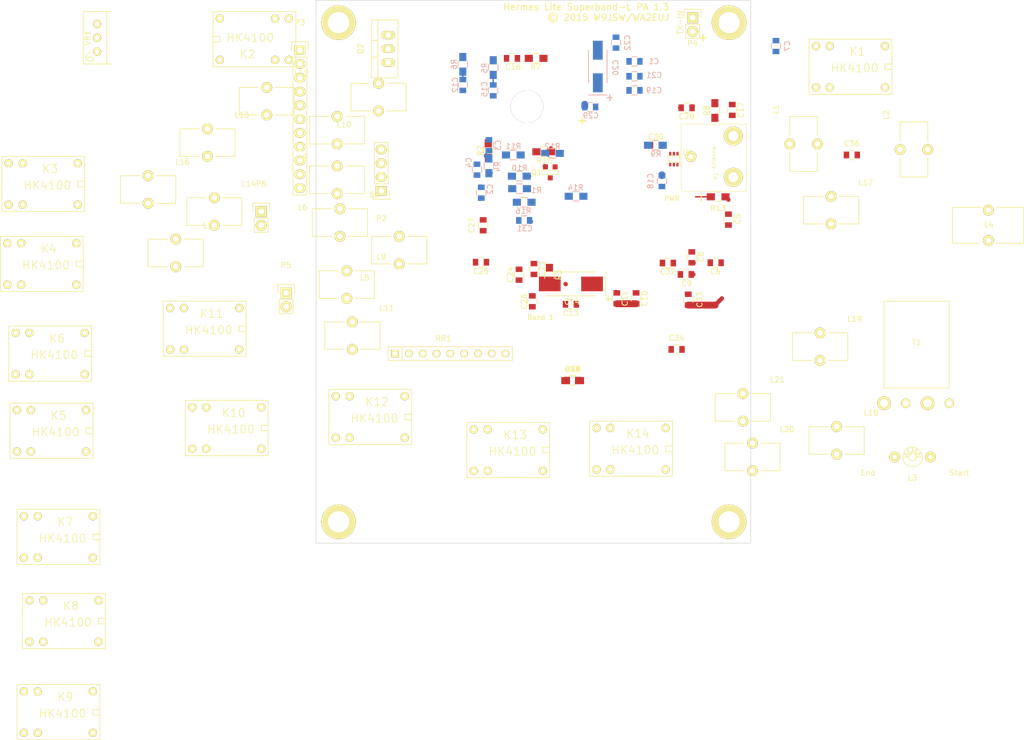
<source format=kicad_pcb>
(kicad_pcb (version 4) (host pcbnew "(2014-10-27 BZR 5228)-product")

  (general
    (links 266)
    (no_connects 240)
    (area 114.949999 34.949999 195.050001 135.050001)
    (thickness 1.6)
    (drawings 11)
    (tracks 45)
    (zones 0)
    (modules 131)
    (nets 75)
  )

  (page A4)
  (title_block
    (title "Hermes Lite Superband 5W Power Amplifier")
    (date "15 January 2015")
    (rev 1.0)
    (company AC9HY)
  )

  (layers
    (0 F.Cu signal)
    (31 B.Cu signal)
    (32 B.Adhes user hide)
    (33 F.Adhes user hide)
    (34 B.Paste user hide)
    (35 F.Paste user hide)
    (36 B.SilkS user)
    (37 F.SilkS user)
    (38 B.Mask user)
    (39 F.Mask user)
    (40 Dwgs.User user hide)
    (41 Cmts.User user)
    (42 Eco1.User user hide)
    (43 Eco2.User user hide)
    (44 Edge.Cuts user)
    (45 Margin user hide)
    (46 B.CrtYd user hide)
    (47 F.CrtYd user hide)
    (48 B.Fab user hide)
    (49 F.Fab user hide)
  )

  (setup
    (last_trace_width 0.254)
    (user_trace_width 0.381)
    (user_trace_width 0.508)
    (user_trace_width 0.78)
    (user_trace_width 1.27)
    (user_trace_width 2.4)
    (trace_clearance 0.254)
    (zone_clearance 0.508)
    (zone_45_only no)
    (trace_min 0.254)
    (segment_width 0.2)
    (edge_width 0.1)
    (via_size 0.889)
    (via_drill 0.635)
    (via_min_size 0.889)
    (via_min_drill 0.508)
    (uvia_size 0.508)
    (uvia_drill 0.127)
    (uvias_allowed no)
    (uvia_min_size 0.508)
    (uvia_min_drill 0.127)
    (pcb_text_width 0.3)
    (pcb_text_size 1.5 1.5)
    (mod_edge_width 0.15)
    (mod_text_size 1 1)
    (mod_text_width 0.15)
    (pad_size 6.35 6.35)
    (pad_drill 3.9)
    (pad_to_mask_clearance 0)
    (aux_axis_origin 0 0)
    (visible_elements 7FFFF77F)
    (pcbplotparams
      (layerselection 0x010fc_80000001)
      (usegerberextensions true)
      (excludeedgelayer true)
      (linewidth 0.100000)
      (plotframeref false)
      (viasonmask false)
      (mode 1)
      (useauxorigin true)
      (hpglpennumber 1)
      (hpglpenspeed 20)
      (hpglpendiameter 15)
      (hpglpenoverlay 2)
      (psnegative false)
      (psa4output false)
      (plotreference true)
      (plotvalue true)
      (plotinvisibletext false)
      (padsonsilk true)
      (subtractmaskfromsilk false)
      (outputformat 1)
      (mirror false)
      (drillshape 0)
      (scaleselection 1)
      (outputdirectory "C:/Users/John/Documents/Hermes-Lite/frontend/basic superband pa/gerbers/"))
  )

  (net 0 "")
  (net 1 GND)
  (net 2 "Net-(C3-Pad1)")
  (net 3 "Net-(C10-Pad2)")
  (net 4 "Net-(C11-Pad1)")
  (net 5 "Net-(C15-Pad1)")
  (net 6 "Net-(C16-Pad2)")
  (net 7 "Net-(K2-Pad3)")
  (net 8 "Net-(C29-Pad1)")
  (net 9 "Net-(C5-Pad1)")
  (net 10 /PTT)
  (net 11 "Net-(C1-Pad2)")
  (net 12 "Net-(C32-Pad1)")
  (net 13 "Net-(C23-Pad1)")
  (net 14 "Net-(C24-Pad1)")
  (net 15 "Net-(C25-Pad1)")
  (net 16 "Net-(C27-Pad1)")
  (net 17 "Net-(C1-Pad1)")
  (net 18 +5V)
  (net 19 "Net-(C8-Pad1)")
  (net 20 "Net-(C8-Pad2)")
  (net 21 "Net-(C9-Pad2)")
  (net 22 "Net-(C11-Pad2)")
  (net 23 "Net-(C12-Pad1)")
  (net 24 TX-OUT)
  (net 25 "Net-(C21-Pad1)")
  (net 26 "Net-(C22-Pad1)")
  (net 27 "Net-(C26-Pad1)")
  (net 28 "Net-(C28-Pad1)")
  (net 29 "Net-(C30-Pad1)")
  (net 30 "Net-(C31-Pad1)")
  (net 31 "Net-(C39-Pad1)")
  (net 32 "Net-(C40-Pad1)")
  (net 33 "Net-(C41-Pad1)")
  (net 34 "Net-(C42-Pad1)")
  (net 35 "Net-(C43-Pad1)")
  (net 36 "Net-(C44-Pad1)")
  (net 37 "Net-(C51-Pad1)")
  (net 38 "Net-(C52-Pad1)")
  (net 39 "Net-(C53-Pad1)")
  (net 40 "Net-(C54-Pad1)")
  (net 41 "Net-(C55-Pad1)")
  (net 42 "Net-(C56-Pad1)")
  (net 43 "Net-(K1-Pad1)")
  (net 44 "Net-(K1-Pad4)")
  (net 45 TX-IN)
  (net 46 /Band0)
  (net 47 /Band1)
  (net 48 "Net-(K3-Pad3)")
  (net 49 /Band2)
  (net 50 "Net-(K4-Pad3)")
  (net 51 /Band3)
  (net 52 "Net-(K5-Pad3)")
  (net 53 /Band4)
  (net 54 "Net-(K6-Pad3)")
  (net 55 /Band5)
  (net 56 "Net-(K7-Pad3)")
  (net 57 "Net-(K8-Pad1)")
  (net 58 /Band6)
  (net 59 "Net-(K8-Pad4)")
  (net 60 "Net-(K9-Pad3)")
  (net 61 "Net-(K10-Pad3)")
  (net 62 "Net-(K11-Pad3)")
  (net 63 "Net-(K12-Pad3)")
  (net 64 "Net-(K13-Pad3)")
  (net 65 "Net-(K14-Pad3)")
  (net 66 +3.3V)
  (net 67 CTRL)
  (net 68 "Net-(P4-Pad2)")
  (net 69 "Net-(Q2-Pad3)")
  (net 70 "Net-(R1-Pad1)")
  (net 71 "Net-(R3-Pad1)")
  (net 72 "Net-(R11-Pad2)")
  (net 73 "Net-(R11-Pad1)")
  (net 74 "Net-(U1-Pad3)")

  (net_class Default "This is the default net class."
    (clearance 0.254)
    (trace_width 0.254)
    (via_dia 0.889)
    (via_drill 0.635)
    (uvia_dia 0.508)
    (uvia_drill 0.127)
    (add_net +3.3V)
    (add_net +5V)
    (add_net /Band0)
    (add_net /Band1)
    (add_net /Band2)
    (add_net /Band3)
    (add_net /Band4)
    (add_net /Band5)
    (add_net /Band6)
    (add_net /PTT)
    (add_net CTRL)
    (add_net "Net-(C1-Pad1)")
    (add_net "Net-(C11-Pad2)")
    (add_net "Net-(C12-Pad1)")
    (add_net "Net-(C15-Pad1)")
    (add_net "Net-(C21-Pad1)")
    (add_net "Net-(C22-Pad1)")
    (add_net "Net-(C23-Pad1)")
    (add_net "Net-(C24-Pad1)")
    (add_net "Net-(C25-Pad1)")
    (add_net "Net-(C26-Pad1)")
    (add_net "Net-(C27-Pad1)")
    (add_net "Net-(C28-Pad1)")
    (add_net "Net-(C3-Pad1)")
    (add_net "Net-(C30-Pad1)")
    (add_net "Net-(C31-Pad1)")
    (add_net "Net-(C32-Pad1)")
    (add_net "Net-(C39-Pad1)")
    (add_net "Net-(C40-Pad1)")
    (add_net "Net-(C41-Pad1)")
    (add_net "Net-(C42-Pad1)")
    (add_net "Net-(C43-Pad1)")
    (add_net "Net-(C44-Pad1)")
    (add_net "Net-(C51-Pad1)")
    (add_net "Net-(C52-Pad1)")
    (add_net "Net-(C53-Pad1)")
    (add_net "Net-(C54-Pad1)")
    (add_net "Net-(C55-Pad1)")
    (add_net "Net-(C56-Pad1)")
    (add_net "Net-(C8-Pad1)")
    (add_net "Net-(C8-Pad2)")
    (add_net "Net-(C9-Pad2)")
    (add_net "Net-(K1-Pad1)")
    (add_net "Net-(K1-Pad4)")
    (add_net "Net-(K10-Pad3)")
    (add_net "Net-(K11-Pad3)")
    (add_net "Net-(K12-Pad3)")
    (add_net "Net-(K13-Pad3)")
    (add_net "Net-(K14-Pad3)")
    (add_net "Net-(K3-Pad3)")
    (add_net "Net-(K4-Pad3)")
    (add_net "Net-(K5-Pad3)")
    (add_net "Net-(K6-Pad3)")
    (add_net "Net-(K7-Pad3)")
    (add_net "Net-(K8-Pad1)")
    (add_net "Net-(K8-Pad4)")
    (add_net "Net-(K9-Pad3)")
    (add_net "Net-(P4-Pad2)")
    (add_net "Net-(Q2-Pad3)")
    (add_net "Net-(R1-Pad1)")
    (add_net "Net-(R11-Pad1)")
    (add_net "Net-(R11-Pad2)")
    (add_net "Net-(R3-Pad1)")
    (add_net "Net-(U1-Pad3)")
    (add_net TX-IN)
    (add_net TX-OUT)
  )

  (net_class Microstrip ""
    (clearance 0.254)
    (trace_width 0.381)
    (via_dia 0.889)
    (via_drill 0.635)
    (uvia_dia 0.508)
    (uvia_drill 0.127)
    (add_net "Net-(C16-Pad2)")
  )

  (net_class Power ""
    (clearance 0.254)
    (trace_width 0.78)
    (via_dia 0.889)
    (via_drill 0.635)
    (uvia_dia 0.508)
    (uvia_drill 0.127)
    (add_net GND)
  )

  (net_class Power-Wide ""
    (clearance 0.254)
    (trace_width 2.4)
    (via_dia 0.889)
    (via_drill 0.635)
    (uvia_dia 0.508)
    (uvia_drill 0.127)
  )

  (net_class RF ""
    (clearance 0.254)
    (trace_width 1.27)
    (via_dia 0.889)
    (via_drill 0.635)
    (uvia_dia 0.508)
    (uvia_drill 0.127)
    (add_net "Net-(C1-Pad2)")
    (add_net "Net-(C10-Pad2)")
    (add_net "Net-(C11-Pad1)")
    (add_net "Net-(C29-Pad1)")
    (add_net "Net-(C5-Pad1)")
    (add_net "Net-(K2-Pad3)")
  )

  (net_class RF-N ""
    (clearance 0.254)
    (trace_width 0.508)
    (via_dia 0.889)
    (via_drill 0.635)
    (uvia_dia 0.508)
    (uvia_drill 0.127)
  )

  (module HERMESLITE:C_0805 (layer B.Cu) (tedit 555C7A04) (tstamp 54B17222)
    (at 145.4 70.45 270)
    (descr "Capacitor SMD 0805, reflow soldering, AVX (see smccp.pdf)")
    (tags "capacitor 0805")
    (path /5532E096)
    (attr smd)
    (fp_text reference C2 (at -0.65 -1.6 270) (layer B.SilkS)
      (effects (font (size 1 1) (thickness 0.15)) (justify mirror))
    )
    (fp_text value 78pf (at 0 -2.1 270) (layer B.SilkS) hide
      (effects (font (size 1 1) (thickness 0.15)) (justify mirror))
    )
    (fp_line (start -1.8 1) (end 1.8 1) (layer B.CrtYd) (width 0.05))
    (fp_line (start -1.8 -1) (end 1.8 -1) (layer B.CrtYd) (width 0.05))
    (fp_line (start -1.8 1) (end -1.8 -1) (layer B.CrtYd) (width 0.05))
    (fp_line (start 1.8 1) (end 1.8 -1) (layer B.CrtYd) (width 0.05))
    (fp_line (start 0.5 0.85) (end -0.5 0.85) (layer B.SilkS) (width 0.15))
    (fp_line (start -0.5 -0.85) (end 0.5 -0.85) (layer B.SilkS) (width 0.15))
    (pad 1 smd rect (at -1 0 270) (size 1 1.25) (layers B.Cu B.Paste B.Mask)
      (net 11 "Net-(C1-Pad2)"))
    (pad 2 smd rect (at 1 0 270) (size 1 1.25) (layers B.Cu B.Paste B.Mask)
      (net 1 GND))
    (model Capacitors_SMD/C_0805.wrl
      (at (xyz 0 0 0))
      (scale (xyz 1 1 1))
      (rotate (xyz 0 0 0))
    )
  )

  (module HERMESLITE:C_0805 (layer B.Cu) (tedit 54CD0409) (tstamp 54B17228)
    (at 146.8 61.7 90)
    (descr "Capacitor SMD 0805, reflow soldering, AVX (see smccp.pdf)")
    (tags "capacitor 0805")
    (path /55D0DF07)
    (attr smd)
    (fp_text reference C3 (at 0 1.7 90) (layer B.SilkS)
      (effects (font (size 1 1) (thickness 0.15)) (justify mirror))
    )
    (fp_text value 12pf (at 0 -2.1 90) (layer B.SilkS) hide
      (effects (font (size 1 1) (thickness 0.15)) (justify mirror))
    )
    (fp_line (start -1.8 1) (end 1.8 1) (layer B.CrtYd) (width 0.05))
    (fp_line (start -1.8 -1) (end 1.8 -1) (layer B.CrtYd) (width 0.05))
    (fp_line (start -1.8 1) (end -1.8 -1) (layer B.CrtYd) (width 0.05))
    (fp_line (start 1.8 1) (end 1.8 -1) (layer B.CrtYd) (width 0.05))
    (fp_line (start 0.5 0.85) (end -0.5 0.85) (layer B.SilkS) (width 0.15))
    (fp_line (start -0.5 -0.85) (end 0.5 -0.85) (layer B.SilkS) (width 0.15))
    (pad 1 smd rect (at -1 0 90) (size 1 1.25) (layers B.Cu B.Paste B.Mask)
      (net 2 "Net-(C3-Pad1)"))
    (pad 2 smd rect (at 1 0 90) (size 1 1.25) (layers B.Cu B.Paste B.Mask)
      (net 11 "Net-(C1-Pad2)"))
    (model Capacitors_SMD/C_0805.wrl
      (at (xyz 0 0 0))
      (scale (xyz 1 1 1))
      (rotate (xyz 0 0 0))
    )
  )

  (module HERMESLITE:C_0805 (layer F.Cu) (tedit 54CD1152) (tstamp 54B17234)
    (at 190.9 75.4 90)
    (descr "Capacitor SMD 0805, reflow soldering, AVX (see smccp.pdf)")
    (tags "capacitor 0805")
    (path /55D0DF97)
    (attr smd)
    (fp_text reference C5 (at 0.1 1.7 90) (layer F.SilkS)
      (effects (font (size 1 1) (thickness 0.15)))
    )
    (fp_text value 30pf (at 0 2.1 90) (layer F.SilkS) hide
      (effects (font (size 1 1) (thickness 0.15)))
    )
    (fp_line (start -1.8 -1) (end 1.8 -1) (layer F.CrtYd) (width 0.05))
    (fp_line (start -1.8 1) (end 1.8 1) (layer F.CrtYd) (width 0.05))
    (fp_line (start -1.8 -1) (end -1.8 1) (layer F.CrtYd) (width 0.05))
    (fp_line (start 1.8 -1) (end 1.8 1) (layer F.CrtYd) (width 0.05))
    (fp_line (start 0.5 -0.85) (end -0.5 -0.85) (layer F.SilkS) (width 0.15))
    (fp_line (start -0.5 0.85) (end 0.5 0.85) (layer F.SilkS) (width 0.15))
    (pad 1 smd rect (at -1 0 90) (size 1 1.25) (layers F.Cu F.Paste F.Mask)
      (net 9 "Net-(C5-Pad1)"))
    (pad 2 smd rect (at 1 0 90) (size 1 1.25) (layers F.Cu F.Paste F.Mask)
      (net 2 "Net-(C3-Pad1)"))
    (model Capacitors_SMD/C_0805.wrl
      (at (xyz 0 0 0))
      (scale (xyz 1 1 1))
      (rotate (xyz 0 0 0))
    )
  )

  (module HERMESLITE:C_0805 (layer F.Cu) (tedit 55421B5F) (tstamp 54B1723A)
    (at 188.55 83.35 180)
    (descr "Capacitor SMD 0805, reflow soldering, AVX (see smccp.pdf)")
    (tags "capacitor 0805")
    (path /5532E203)
    (attr smd)
    (fp_text reference C6 (at 0.05 -1.65 180) (layer F.SilkS)
      (effects (font (size 1 1) (thickness 0.15)))
    )
    (fp_text value 56pf (at 0 2.1 180) (layer F.SilkS) hide
      (effects (font (size 1 1) (thickness 0.15)))
    )
    (fp_line (start -1.8 -1) (end 1.8 -1) (layer F.CrtYd) (width 0.05))
    (fp_line (start -1.8 1) (end 1.8 1) (layer F.CrtYd) (width 0.05))
    (fp_line (start -1.8 -1) (end -1.8 1) (layer F.CrtYd) (width 0.05))
    (fp_line (start 1.8 -1) (end 1.8 1) (layer F.CrtYd) (width 0.05))
    (fp_line (start 0.5 -0.85) (end -0.5 -0.85) (layer F.SilkS) (width 0.15))
    (fp_line (start -0.5 0.85) (end 0.5 0.85) (layer F.SilkS) (width 0.15))
    (pad 1 smd rect (at -1 0 180) (size 1 1.25) (layers F.Cu F.Paste F.Mask)
      (net 9 "Net-(C5-Pad1)"))
    (pad 2 smd rect (at 1 0 180) (size 1 1.25) (layers F.Cu F.Paste F.Mask)
      (net 1 GND))
    (model Capacitors_SMD/C_0805.wrl
      (at (xyz 0 0 0))
      (scale (xyz 1 1 1))
      (rotate (xyz 0 0 0))
    )
  )

  (module HERMESLITE:C_0805 (layer F.Cu) (tedit 54CD1156) (tstamp 54B17246)
    (at 184.15 82.35 270)
    (descr "Capacitor SMD 0805, reflow soldering, AVX (see smccp.pdf)")
    (tags "capacitor 0805")
    (path /547BF1D3)
    (attr smd)
    (fp_text reference C8 (at -0.1 -1.7 270) (layer F.SilkS)
      (effects (font (size 1 1) (thickness 0.15)))
    )
    (fp_text value 0.1uF (at 0 2.1 270) (layer F.SilkS) hide
      (effects (font (size 1 1) (thickness 0.15)))
    )
    (fp_line (start -1.8 -1) (end 1.8 -1) (layer F.CrtYd) (width 0.05))
    (fp_line (start -1.8 1) (end 1.8 1) (layer F.CrtYd) (width 0.05))
    (fp_line (start -1.8 -1) (end -1.8 1) (layer F.CrtYd) (width 0.05))
    (fp_line (start 1.8 -1) (end 1.8 1) (layer F.CrtYd) (width 0.05))
    (fp_line (start 0.5 -0.85) (end -0.5 -0.85) (layer F.SilkS) (width 0.15))
    (fp_line (start -0.5 0.85) (end 0.5 0.85) (layer F.SilkS) (width 0.15))
    (pad 1 smd rect (at -1 0 270) (size 1 1.25) (layers F.Cu F.Paste F.Mask)
      (net 19 "Net-(C8-Pad1)"))
    (pad 2 smd rect (at 1 0 270) (size 1 1.25) (layers F.Cu F.Paste F.Mask)
      (net 20 "Net-(C8-Pad2)"))
    (model Capacitors_SMD/C_0805.wrl
      (at (xyz 0 0 0))
      (scale (xyz 1 1 1))
      (rotate (xyz 0 0 0))
    )
  )

  (module HERMESLITE:C_0805 (layer F.Cu) (tedit 55421B5B) (tstamp 54B1724C)
    (at 183.05 85.5)
    (descr "Capacitor SMD 0805, reflow soldering, AVX (see smccp.pdf)")
    (tags "capacitor 0805")
    (path /54AEA33C)
    (attr smd)
    (fp_text reference C9 (at 0.15 1.65) (layer F.SilkS)
      (effects (font (size 1 1) (thickness 0.15)))
    )
    (fp_text value 0.1uF (at 0 2.1) (layer F.SilkS) hide
      (effects (font (size 1 1) (thickness 0.15)))
    )
    (fp_line (start -1.8 -1) (end 1.8 -1) (layer F.CrtYd) (width 0.05))
    (fp_line (start -1.8 1) (end 1.8 1) (layer F.CrtYd) (width 0.05))
    (fp_line (start -1.8 -1) (end -1.8 1) (layer F.CrtYd) (width 0.05))
    (fp_line (start 1.8 -1) (end 1.8 1) (layer F.CrtYd) (width 0.05))
    (fp_line (start 0.5 -0.85) (end -0.5 -0.85) (layer F.SilkS) (width 0.15))
    (fp_line (start -0.5 0.85) (end 0.5 0.85) (layer F.SilkS) (width 0.15))
    (pad 1 smd rect (at -1 0) (size 1 1.25) (layers F.Cu F.Paste F.Mask)
      (net 1 GND))
    (pad 2 smd rect (at 1 0) (size 1 1.25) (layers F.Cu F.Paste F.Mask)
      (net 21 "Net-(C9-Pad2)"))
    (model Capacitors_SMD/C_0805.wrl
      (at (xyz 0 0 0))
      (scale (xyz 1 1 1))
      (rotate (xyz 0 0 0))
    )
  )

  (module HERMESLITE:C_0805 (layer F.Cu) (tedit 553E2820) (tstamp 54B17252)
    (at 173.9 89.9 90)
    (descr "Capacitor SMD 0805, reflow soldering, AVX (see smccp.pdf)")
    (tags "capacitor 0805")
    (path /54B3D855)
    (attr smd)
    (fp_text reference C10 (at -0.05 1.55 90) (layer F.SilkS)
      (effects (font (size 1 1) (thickness 0.15)))
    )
    (fp_text value 1uF (at 0 2.1 90) (layer F.SilkS) hide
      (effects (font (size 1 1) (thickness 0.15)))
    )
    (fp_line (start -1.8 -1) (end 1.8 -1) (layer F.CrtYd) (width 0.05))
    (fp_line (start -1.8 1) (end 1.8 1) (layer F.CrtYd) (width 0.05))
    (fp_line (start -1.8 -1) (end -1.8 1) (layer F.CrtYd) (width 0.05))
    (fp_line (start 1.8 -1) (end 1.8 1) (layer F.CrtYd) (width 0.05))
    (fp_line (start 0.5 -0.85) (end -0.5 -0.85) (layer F.SilkS) (width 0.15))
    (fp_line (start -0.5 0.85) (end 0.5 0.85) (layer F.SilkS) (width 0.15))
    (pad 1 smd rect (at -1 0 90) (size 1 1.25) (layers F.Cu F.Paste F.Mask)
      (net 1 GND))
    (pad 2 smd rect (at 1 0 90) (size 1 1.25) (layers F.Cu F.Paste F.Mask)
      (net 3 "Net-(C10-Pad2)"))
    (model Capacitors_SMD/C_0805.wrl
      (at (xyz 0 0 0))
      (scale (xyz 1 1 1))
      (rotate (xyz 0 0 0))
    )
  )

  (module HERMESLITE:C_0805 (layer F.Cu) (tedit 54D82DF2) (tstamp 54B17258)
    (at 170.35 89.9 270)
    (descr "Capacitor SMD 0805, reflow soldering, AVX (see smccp.pdf)")
    (tags "capacitor 0805")
    (path /54AE9C7C)
    (attr smd)
    (fp_text reference C11 (at 0 -1.5 270) (layer F.SilkS)
      (effects (font (size 1 1) (thickness 0.15)))
    )
    (fp_text value 0.1uF (at 0 2.1 270) (layer F.SilkS) hide
      (effects (font (size 1 1) (thickness 0.15)))
    )
    (fp_line (start -1.8 -1) (end 1.8 -1) (layer F.CrtYd) (width 0.05))
    (fp_line (start -1.8 1) (end 1.8 1) (layer F.CrtYd) (width 0.05))
    (fp_line (start -1.8 -1) (end -1.8 1) (layer F.CrtYd) (width 0.05))
    (fp_line (start 1.8 -1) (end 1.8 1) (layer F.CrtYd) (width 0.05))
    (fp_line (start 0.5 -0.85) (end -0.5 -0.85) (layer F.SilkS) (width 0.15))
    (fp_line (start -0.5 0.85) (end 0.5 0.85) (layer F.SilkS) (width 0.15))
    (pad 1 smd rect (at -1 0 270) (size 1 1.25) (layers F.Cu F.Paste F.Mask)
      (net 4 "Net-(C11-Pad1)"))
    (pad 2 smd rect (at 1 0 270) (size 1 1.25) (layers F.Cu F.Paste F.Mask)
      (net 22 "Net-(C11-Pad2)"))
    (model Capacitors_SMD/C_0805.wrl
      (at (xyz 0 0 0))
      (scale (xyz 1 1 1))
      (rotate (xyz 0 0 0))
    )
  )

  (module HERMESLITE:C_0805 (layer B.Cu) (tedit 54BD0180) (tstamp 54B1725E)
    (at 142 50.6 90)
    (descr "Capacitor SMD 0805, reflow soldering, AVX (see smccp.pdf)")
    (tags "capacitor 0805")
    (path /54D82DF6)
    (attr smd)
    (fp_text reference C12 (at 0 -1.4 90) (layer B.SilkS)
      (effects (font (size 1 1) (thickness 0.15)) (justify mirror))
    )
    (fp_text value 0.1uF (at 0 -2.1 90) (layer B.SilkS) hide
      (effects (font (size 1 1) (thickness 0.15)) (justify mirror))
    )
    (fp_line (start -1.8 1) (end 1.8 1) (layer B.CrtYd) (width 0.05))
    (fp_line (start -1.8 -1) (end 1.8 -1) (layer B.CrtYd) (width 0.05))
    (fp_line (start -1.8 1) (end -1.8 -1) (layer B.CrtYd) (width 0.05))
    (fp_line (start 1.8 1) (end 1.8 -1) (layer B.CrtYd) (width 0.05))
    (fp_line (start 0.5 0.85) (end -0.5 0.85) (layer B.SilkS) (width 0.15))
    (fp_line (start -0.5 -0.85) (end 0.5 -0.85) (layer B.SilkS) (width 0.15))
    (pad 1 smd rect (at -1 0 90) (size 1 1.25) (layers B.Cu B.Paste B.Mask)
      (net 23 "Net-(C12-Pad1)"))
    (pad 2 smd rect (at 1 0 90) (size 1 1.25) (layers B.Cu B.Paste B.Mask)
      (net 1 GND))
    (model Capacitors_SMD/C_0805.wrl
      (at (xyz 0 0 0))
      (scale (xyz 1 1 1))
      (rotate (xyz 0 0 0))
    )
  )

  (module HERMESLITE:C_0805 (layer F.Cu) (tedit 54D82DF5) (tstamp 553427EF)
    (at 161.9 91 180)
    (descr "Capacitor SMD 0805, reflow soldering, AVX (see smccp.pdf)")
    (tags "capacitor 0805")
    (path /54D82BD4)
    (attr smd)
    (fp_text reference C13 (at 0 -1.6 180) (layer F.SilkS)
      (effects (font (size 1 1) (thickness 0.15)))
    )
    (fp_text value 0.1uF (at 0 2.1 180) (layer F.SilkS) hide
      (effects (font (size 1 1) (thickness 0.15)))
    )
    (fp_line (start -1.8 -1) (end 1.8 -1) (layer F.CrtYd) (width 0.05))
    (fp_line (start -1.8 1) (end 1.8 1) (layer F.CrtYd) (width 0.05))
    (fp_line (start -1.8 -1) (end -1.8 1) (layer F.CrtYd) (width 0.05))
    (fp_line (start 1.8 -1) (end 1.8 1) (layer F.CrtYd) (width 0.05))
    (fp_line (start 0.5 -0.85) (end -0.5 -0.85) (layer F.SilkS) (width 0.15))
    (fp_line (start -0.5 0.85) (end 0.5 0.85) (layer F.SilkS) (width 0.15))
    (pad 1 smd rect (at -1 0 180) (size 1 1.25) (layers F.Cu F.Paste F.Mask)
      (net 23 "Net-(C12-Pad1)"))
    (pad 2 smd rect (at 1 0 180) (size 1 1.25) (layers F.Cu F.Paste F.Mask)
      (net 1 GND))
    (model Capacitors_SMD/C_0805.wrl
      (at (xyz 0 0 0))
      (scale (xyz 1 1 1))
      (rotate (xyz 0 0 0))
    )
  )

  (module HERMESLITE:C_0805 (layer B.Cu) (tedit 54B414C2) (tstamp 54B17270)
    (at 147.6 51.6 270)
    (descr "Capacitor SMD 0805, reflow soldering, AVX (see smccp.pdf)")
    (tags "capacitor 0805")
    (path /54B52D87)
    (attr smd)
    (fp_text reference C15 (at -0.2 1.6 270) (layer B.SilkS)
      (effects (font (size 1 1) (thickness 0.15)) (justify mirror))
    )
    (fp_text value 0.1uF (at 0 -2.1 270) (layer B.SilkS) hide
      (effects (font (size 1 1) (thickness 0.15)) (justify mirror))
    )
    (fp_line (start -1.8 1) (end 1.8 1) (layer B.CrtYd) (width 0.05))
    (fp_line (start -1.8 -1) (end 1.8 -1) (layer B.CrtYd) (width 0.05))
    (fp_line (start -1.8 1) (end -1.8 -1) (layer B.CrtYd) (width 0.05))
    (fp_line (start 1.8 1) (end 1.8 -1) (layer B.CrtYd) (width 0.05))
    (fp_line (start 0.5 0.85) (end -0.5 0.85) (layer B.SilkS) (width 0.15))
    (fp_line (start -0.5 -0.85) (end 0.5 -0.85) (layer B.SilkS) (width 0.15))
    (pad 1 smd rect (at -1 0 270) (size 1 1.25) (layers B.Cu B.Paste B.Mask)
      (net 5 "Net-(C15-Pad1)"))
    (pad 2 smd rect (at 1 0 270) (size 1 1.25) (layers B.Cu B.Paste B.Mask)
      (net 24 TX-OUT))
    (model Capacitors_SMD/C_0805.wrl
      (at (xyz 0 0 0))
      (scale (xyz 1 1 1))
      (rotate (xyz 0 0 0))
    )
  )

  (module HERMESLITE:C_0805 (layer F.Cu) (tedit 54B27B06) (tstamp 54B17276)
    (at 151.05 45.7 180)
    (descr "Capacitor SMD 0805, reflow soldering, AVX (see smccp.pdf)")
    (tags "capacitor 0805")
    (path /54ED3E64)
    (attr smd)
    (fp_text reference C16 (at -0.2 -1.6 180) (layer F.SilkS)
      (effects (font (size 1 1) (thickness 0.15)))
    )
    (fp_text value 0.1uF (at 0 2.1 180) (layer F.SilkS) hide
      (effects (font (size 1 1) (thickness 0.15)))
    )
    (fp_line (start -1.8 -1) (end 1.8 -1) (layer F.CrtYd) (width 0.05))
    (fp_line (start -1.8 1) (end 1.8 1) (layer F.CrtYd) (width 0.05))
    (fp_line (start -1.8 -1) (end -1.8 1) (layer F.CrtYd) (width 0.05))
    (fp_line (start 1.8 -1) (end 1.8 1) (layer F.CrtYd) (width 0.05))
    (fp_line (start 0.5 -0.85) (end -0.5 -0.85) (layer F.SilkS) (width 0.15))
    (fp_line (start -0.5 0.85) (end 0.5 0.85) (layer F.SilkS) (width 0.15))
    (pad 1 smd rect (at -1 0 180) (size 1 1.25) (layers F.Cu F.Paste F.Mask)
      (net 1 GND))
    (pad 2 smd rect (at 1 0 180) (size 1 1.25) (layers F.Cu F.Paste F.Mask)
      (net 6 "Net-(C16-Pad2)"))
    (model Capacitors_SMD/C_0805.wrl
      (at (xyz 0 0 0))
      (scale (xyz 1 1 1))
      (rotate (xyz 0 0 0))
    )
  )

  (module HERMESLITE:C_0805 (layer F.Cu) (tedit 54CD10EC) (tstamp 54B3FE60)
    (at 191.6 55.2 270)
    (descr "Capacitor SMD 0805, reflow soldering, AVX (see smccp.pdf)")
    (tags "capacitor 0805")
    (path /54AEFAFD)
    (attr smd)
    (fp_text reference C17 (at 0 -1.6 270) (layer F.SilkS)
      (effects (font (size 1 1) (thickness 0.15)))
    )
    (fp_text value 0.1uF (at 0 2.1 270) (layer F.SilkS) hide
      (effects (font (size 1 1) (thickness 0.15)))
    )
    (fp_line (start -1.8 -1) (end 1.8 -1) (layer F.CrtYd) (width 0.05))
    (fp_line (start -1.8 1) (end 1.8 1) (layer F.CrtYd) (width 0.05))
    (fp_line (start -1.8 -1) (end -1.8 1) (layer F.CrtYd) (width 0.05))
    (fp_line (start 1.8 -1) (end 1.8 1) (layer F.CrtYd) (width 0.05))
    (fp_line (start 0.5 -0.85) (end -0.5 -0.85) (layer F.SilkS) (width 0.15))
    (fp_line (start -0.5 0.85) (end 0.5 0.85) (layer F.SilkS) (width 0.15))
    (pad 1 smd rect (at -1 0 270) (size 1 1.25) (layers F.Cu F.Paste F.Mask)
      (net 1 GND))
    (pad 2 smd rect (at 1 0 270) (size 1 1.25) (layers F.Cu F.Paste F.Mask)
      (net 6 "Net-(C16-Pad2)"))
    (model Capacitors_SMD/C_0805.wrl
      (at (xyz 0 0 0))
      (scale (xyz 1 1 1))
      (rotate (xyz 0 0 0))
    )
  )

  (module HERMESLITE:C_0805 (layer B.Cu) (tedit 54B41484) (tstamp 54B17288)
    (at 173.6 51.6 180)
    (descr "Capacitor SMD 0805, reflow soldering, AVX (see smccp.pdf)")
    (tags "capacitor 0805")
    (path /54AEFBE0)
    (attr smd)
    (fp_text reference C19 (at -3.6 0 180) (layer B.SilkS)
      (effects (font (size 1 1) (thickness 0.15)) (justify mirror))
    )
    (fp_text value 4700pF (at 0 -2.1 180) (layer B.SilkS) hide
      (effects (font (size 1 1) (thickness 0.15)) (justify mirror))
    )
    (fp_line (start -1.8 1) (end 1.8 1) (layer B.CrtYd) (width 0.05))
    (fp_line (start -1.8 -1) (end 1.8 -1) (layer B.CrtYd) (width 0.05))
    (fp_line (start -1.8 1) (end -1.8 -1) (layer B.CrtYd) (width 0.05))
    (fp_line (start 1.8 1) (end 1.8 -1) (layer B.CrtYd) (width 0.05))
    (fp_line (start 0.5 0.85) (end -0.5 0.85) (layer B.SilkS) (width 0.15))
    (fp_line (start -0.5 -0.85) (end 0.5 -0.85) (layer B.SilkS) (width 0.15))
    (pad 1 smd rect (at -1 0 180) (size 1 1.25) (layers B.Cu B.Paste B.Mask)
      (net 1 GND))
    (pad 2 smd rect (at 1 0 180) (size 1 1.25) (layers B.Cu B.Paste B.Mask)
      (net 6 "Net-(C16-Pad2)"))
    (model Capacitors_SMD/C_0805.wrl
      (at (xyz 0 0 0))
      (scale (xyz 1 1 1))
      (rotate (xyz 0 0 0))
    )
  )

  (module HERMESLITE:C_0805 (layer B.Cu) (tedit 54B4148A) (tstamp 54B17294)
    (at 173.6 49 180)
    (descr "Capacitor SMD 0805, reflow soldering, AVX (see smccp.pdf)")
    (tags "capacitor 0805")
    (path /55CEFF1E/55CF0F11)
    (attr smd)
    (fp_text reference C21 (at -3.6 0.2 180) (layer B.SilkS)
      (effects (font (size 1 1) (thickness 0.15)) (justify mirror))
    )
    (fp_text value C (at 0 -2.1 180) (layer B.SilkS) hide
      (effects (font (size 1 1) (thickness 0.15)) (justify mirror))
    )
    (fp_line (start -1.8 1) (end 1.8 1) (layer B.CrtYd) (width 0.05))
    (fp_line (start -1.8 -1) (end 1.8 -1) (layer B.CrtYd) (width 0.05))
    (fp_line (start -1.8 1) (end -1.8 -1) (layer B.CrtYd) (width 0.05))
    (fp_line (start 1.8 1) (end 1.8 -1) (layer B.CrtYd) (width 0.05))
    (fp_line (start 0.5 0.85) (end -0.5 0.85) (layer B.SilkS) (width 0.15))
    (fp_line (start -0.5 -0.85) (end 0.5 -0.85) (layer B.SilkS) (width 0.15))
    (pad 1 smd rect (at -1 0 180) (size 1 1.25) (layers B.Cu B.Paste B.Mask)
      (net 25 "Net-(C21-Pad1)"))
    (pad 2 smd rect (at 1 0 180) (size 1 1.25) (layers B.Cu B.Paste B.Mask)
      (net 1 GND))
    (model Capacitors_SMD/C_0805.wrl
      (at (xyz 0 0 0))
      (scale (xyz 1 1 1))
      (rotate (xyz 0 0 0))
    )
  )

  (module Choke_Toroid_ThroughHole:Choke_Toroid_6,5x13mm_Vertical (layer F.Cu) (tedit 54B172A4) (tstamp 54B3D362)
    (at 232.156 79.756)
    (descr "Toroid, Coil, Choke,  6,5mm x 13mm, Vertical, Inductor, Drossel, Thruhole,")
    (tags "Toroid, Coil, Choke,  6,5mm x 13mm, Vertical, Inductor, Drossel, Thruhole,")
    (path /55CEFF1E/55CF0DC0)
    (fp_text reference L4 (at 6.67512 -3.44932) (layer F.SilkS)
      (effects (font (size 1 1) (thickness 0.15)))
    )
    (fp_text value INDUCTOR (at 5.08 2.54) (layer F.SilkS) hide
      (effects (font (size 1 1) (thickness 0.15)))
    )
    (fp_line (start 0 -6.604) (end 5.207 -6.604) (layer F.SilkS) (width 0.15))
    (fp_line (start 13.081 -6.604) (end 8.128 -6.604) (layer F.SilkS) (width 0.15))
    (fp_line (start 0 0) (end 5.08 0) (layer F.SilkS) (width 0.15))
    (fp_line (start 13.081 0) (end 8.001 0) (layer F.SilkS) (width 0.15))
    (fp_line (start 13.081 0) (end 13.081 -6.604) (layer F.SilkS) (width 0.15))
    (fp_line (start 0 -6.604) (end 0 0) (layer F.SilkS) (width 0.15))
    (pad 1 thru_hole circle (at 6.604 -0.508) (size 1.99898 1.99898) (drill 1.00076) (layers *.Cu *.Mask F.SilkS)
      (net 25 "Net-(C21-Pad1)"))
    (pad 2 thru_hole circle (at 6.604 -6.096) (size 1.99898 1.99898) (drill 1.00076) (layers *.Cu *.Mask F.SilkS)
      (net 16 "Net-(C27-Pad1)"))
  )

  (module HERMESLITE:BNCRA (layer F.Cu) (tedit 54B41457) (tstamp 54B17349)
    (at 191.8 63.8 90)
    (path /547CC8B6)
    (fp_text reference P1 (at -3.6 -3.2 90) (layer F.SilkS)
      (effects (font (size 0.7 0.7) (thickness 0.1)))
    )
    (fp_text value Antenna (at -0.2 -3.6 90) (layer F.SilkS)
      (effects (font (size 0.7 0.7) (thickness 0.1)))
    )
    (fp_line (start -6.4 0) (end -6.4 -9.6) (layer F.SilkS) (width 0.1))
    (fp_line (start -6.4 -9.6) (end 6 -9.6) (layer F.SilkS) (width 0.1))
    (fp_line (start 6 -9.6) (end 6 2.4) (layer F.SilkS) (width 0.1))
    (fp_line (start 6 2.4) (end -6.4 2.4) (layer F.SilkS) (width 0.1))
    (fp_line (start -6.4 2.4) (end -6.4 0) (layer F.SilkS) (width 0.1))
    (pad 2 thru_hole circle (at -3.8 0 90) (size 3.5 3.5) (drill 1.8) (layers *.Cu *.Mask F.SilkS)
      (net 1 GND))
    (pad 2 thru_hole circle (at 3.8 0 90) (size 3.5 3.5) (drill 1.8) (layers *.Cu *.Mask F.SilkS)
      (net 1 GND))
    (pad 1 thru_hole circle (at 0 -7.8 90) (size 2 2) (drill 0.92) (layers *.Cu *.Mask F.SilkS)
      (net 17 "Net-(C1-Pad1)"))
  )

  (module Potentiometers:Potentiometer_Bourns_3296W_3-8Zoll_Inline_ScrewUp (layer F.Cu) (tedit 54D82D8A) (tstamp 54B173EB)
    (at 74.676 44.45)
    (descr "3296, 3/8, Square, Trimpot, Trimming, Potentiometer, Bourns")
    (tags "3296, 3/8, Square, Trimpot, Trimming, Potentiometer, Bourns")
    (path /54AEA420)
    (fp_text reference VR1 (at -1.7 -2.5 90) (layer F.SilkS)
      (effects (font (size 1 1) (thickness 0.15)))
    )
    (fp_text value "1k MT" (at 1.27 5.08) (layer F.SilkS) hide
      (effects (font (size 1 1) (thickness 0.15)))
    )
    (fp_line (start -2.032 1.016) (end -0.762 1.016) (layer F.SilkS) (width 0.15))
    (fp_line (start -1.2827 0.2286) (end -1.5367 0.2667) (layer F.SilkS) (width 0.15))
    (fp_line (start -1.5367 0.2667) (end -1.8161 0.4445) (layer F.SilkS) (width 0.15))
    (fp_line (start -1.8161 0.4445) (end -2.032 0.762) (layer F.SilkS) (width 0.15))
    (fp_line (start -2.032 0.762) (end -2.0447 1.2065) (layer F.SilkS) (width 0.15))
    (fp_line (start -2.0447 1.2065) (end -1.8415 1.5621) (layer F.SilkS) (width 0.15))
    (fp_line (start -1.8415 1.5621) (end -1.5494 1.7399) (layer F.SilkS) (width 0.15))
    (fp_line (start -1.5494 1.7399) (end -1.2319 1.7907) (layer F.SilkS) (width 0.15))
    (fp_line (start -1.2319 1.7907) (end -0.8255 1.6891) (layer F.SilkS) (width 0.15))
    (fp_line (start -0.8255 1.6891) (end -0.5715 1.3462) (layer F.SilkS) (width 0.15))
    (fp_line (start -0.5715 1.3462) (end -0.4826 1.1684) (layer F.SilkS) (width 0.15))
    (fp_line (start 1.778 -7.366) (end 1.778 2.286) (layer F.SilkS) (width 0.15))
    (fp_line (start -1.27 2.286) (end -2.54 2.286) (layer F.SilkS) (width 0.15))
    (fp_line (start -2.54 2.286) (end -2.54 -7.366) (layer F.SilkS) (width 0.15))
    (fp_line (start -2.54 -7.366) (end 2.54 -7.366) (layer F.SilkS) (width 0.15))
    (fp_line (start 2.54 2.286) (end 0 2.286) (layer F.SilkS) (width 0.15))
    (fp_line (start 0 2.286) (end -1.27 2.286) (layer F.SilkS) (width 0.15))
    (pad 2 thru_hole circle (at 0 -2.54) (size 1.524 1.524) (drill 0.8128) (layers *.Cu *.Mask F.SilkS)
      (net 21 "Net-(C9-Pad2)"))
    (pad 3 thru_hole circle (at 0 -5.08) (size 1.524 1.524) (drill 0.8128) (layers *.Cu *.Mask F.SilkS)
      (net 1 GND))
    (pad 1 thru_hole circle (at 0 0) (size 1.524 1.524) (drill 0.8128) (layers *.Cu *.Mask F.SilkS)
      (net 3 "Net-(C10-Pad2)"))
    (model Potentiometers/Potentiometer_Bourns_3296W_3-8Zoll_Inline_ScrewUp.wrl
      (at (xyz 0 0 0))
      (scale (xyz 1 1 1))
      (rotate (xyz 0 0 0))
    )
  )

  (module HERMESLITE:C_0805 (layer F.Cu) (tedit 553E2633) (tstamp 54B3CE3B)
    (at 154.8 90.45 270)
    (descr "Capacitor SMD 0805, reflow soldering, AVX (see smccp.pdf)")
    (tags "capacitor 0805")
    (path /55CEFF1E/55CF4E36)
    (attr smd)
    (fp_text reference C26 (at 0.05 1.5 270) (layer F.SilkS)
      (effects (font (size 1 1) (thickness 0.15)))
    )
    (fp_text value C (at 0 2.1 270) (layer F.SilkS) hide
      (effects (font (size 1 1) (thickness 0.15)))
    )
    (fp_line (start -1.8 -1) (end 1.8 -1) (layer F.CrtYd) (width 0.05))
    (fp_line (start -1.8 1) (end 1.8 1) (layer F.CrtYd) (width 0.05))
    (fp_line (start -1.8 -1) (end -1.8 1) (layer F.CrtYd) (width 0.05))
    (fp_line (start 1.8 -1) (end 1.8 1) (layer F.CrtYd) (width 0.05))
    (fp_line (start 0.5 -0.85) (end -0.5 -0.85) (layer F.SilkS) (width 0.15))
    (fp_line (start -0.5 0.85) (end 0.5 0.85) (layer F.SilkS) (width 0.15))
    (pad 1 smd rect (at -1 0 270) (size 1 1.25) (layers F.Cu F.Paste F.Mask)
      (net 27 "Net-(C26-Pad1)"))
    (pad 2 smd rect (at 1 0 270) (size 1 1.25) (layers F.Cu F.Paste F.Mask)
      (net 1 GND))
    (model Capacitors_SMD/C_0805.wrl
      (at (xyz 0 0 0))
      (scale (xyz 1 1 1))
      (rotate (xyz 0 0 0))
    )
  )

  (module HERMESLITE:C_0805 (layer F.Cu) (tedit 54CD10F1) (tstamp 54B3CE47)
    (at 183.2 54.8 180)
    (descr "Capacitor SMD 0805, reflow soldering, AVX (see smccp.pdf)")
    (tags "capacitor 0805")
    (path /55CEFF1E/55D01C3A)
    (attr smd)
    (fp_text reference C28 (at 0 -1.6 180) (layer F.SilkS)
      (effects (font (size 1 1) (thickness 0.15)))
    )
    (fp_text value DNI (at 0 2.1 180) (layer F.SilkS) hide
      (effects (font (size 1 1) (thickness 0.15)))
    )
    (fp_line (start -1.8 -1) (end 1.8 -1) (layer F.CrtYd) (width 0.05))
    (fp_line (start -1.8 1) (end 1.8 1) (layer F.CrtYd) (width 0.05))
    (fp_line (start -1.8 -1) (end -1.8 1) (layer F.CrtYd) (width 0.05))
    (fp_line (start 1.8 -1) (end 1.8 1) (layer F.CrtYd) (width 0.05))
    (fp_line (start 0.5 -0.85) (end -0.5 -0.85) (layer F.SilkS) (width 0.15))
    (fp_line (start -0.5 0.85) (end 0.5 0.85) (layer F.SilkS) (width 0.15))
    (pad 1 smd rect (at -1 0 180) (size 1 1.25) (layers F.Cu F.Paste F.Mask)
      (net 28 "Net-(C28-Pad1)"))
    (pad 2 smd rect (at 1 0 180) (size 1 1.25) (layers F.Cu F.Paste F.Mask)
      (net 26 "Net-(C22-Pad1)"))
    (model Capacitors_SMD/C_0805.wrl
      (at (xyz 0 0 0))
      (scale (xyz 1 1 1))
      (rotate (xyz 0 0 0))
    )
  )

  (module HERMESLITE:C_0805 (layer B.Cu) (tedit 54CD0A27) (tstamp 54B528E0)
    (at 165.45 54.65 180)
    (descr "Capacitor SMD 0805, reflow soldering, AVX (see smccp.pdf)")
    (tags "capacitor 0805")
    (path /55CEFF1E/55D02E86)
    (attr smd)
    (fp_text reference C29 (at -0.1 -1.6 180) (layer B.SilkS)
      (effects (font (size 1 1) (thickness 0.15)) (justify mirror))
    )
    (fp_text value DNI (at 0 -2.1 180) (layer B.SilkS) hide
      (effects (font (size 1 1) (thickness 0.15)) (justify mirror))
    )
    (fp_line (start -1.8 1) (end 1.8 1) (layer B.CrtYd) (width 0.05))
    (fp_line (start -1.8 -1) (end 1.8 -1) (layer B.CrtYd) (width 0.05))
    (fp_line (start -1.8 1) (end -1.8 -1) (layer B.CrtYd) (width 0.05))
    (fp_line (start 1.8 1) (end 1.8 -1) (layer B.CrtYd) (width 0.05))
    (fp_line (start 0.5 0.85) (end -0.5 0.85) (layer B.SilkS) (width 0.15))
    (fp_line (start -0.5 -0.85) (end 0.5 -0.85) (layer B.SilkS) (width 0.15))
    (pad 1 smd rect (at -1 0 180) (size 1 1.25) (layers B.Cu B.Paste B.Mask)
      (net 8 "Net-(C29-Pad1)"))
    (pad 2 smd rect (at 1 0 180) (size 1 1.25) (layers B.Cu B.Paste B.Mask)
      (net 13 "Net-(C23-Pad1)"))
    (model Capacitors_SMD/C_0805.wrl
      (at (xyz 0 0 0))
      (scale (xyz 1 1 1))
      (rotate (xyz 0 0 0))
    )
  )

  (module Mounting_Holes:MountingHole_6mm locked (layer F.Cu) (tedit 54CD1135) (tstamp 54CD006E)
    (at 153.8 54.6)
    (descr "Mounting hole, Befestigungsbohrung, 6mm, No Annular, Kein Restring,")
    (tags "Mounting hole, Befestigungsbohrung, 6mm, No Annular, Kein Restring,")
    (fp_text reference MountingHole_6mm (at 0 -8.001) (layer F.SilkS) hide
      (effects (font (size 1 1) (thickness 0.15)))
    )
    (fp_text value VAL** (at 1.00076 8.001) (layer F.SilkS) hide
      (effects (font (size 1 1) (thickness 0.15)))
    )
    (fp_circle (center 0 0) (end 5.99948 0) (layer Cmts.User) (width 0.381))
    (pad 1 thru_hole circle (at 0 0) (size 5.99948 5.99948) (drill 5.99948) (layers))
  )

  (module Resistors_SMD:R_0805_HandSoldering (layer B.Cu) (tedit 555C79FB) (tstamp 54CD10DC)
    (at 146.8 65.5 270)
    (descr "Resistor SMD 0805, hand soldering")
    (tags "resistor 0805")
    (path /55CFBCEB)
    (attr smd)
    (fp_text reference R4 (at 0.15 -1.6 270) (layer B.SilkS)
      (effects (font (size 1 1) (thickness 0.15)) (justify mirror))
    )
    (fp_text value 120 (at 0 -2.1 270) (layer B.SilkS) hide
      (effects (font (size 1 1) (thickness 0.15)) (justify mirror))
    )
    (fp_line (start -2.4 1) (end 2.4 1) (layer B.CrtYd) (width 0.05))
    (fp_line (start -2.4 -1) (end 2.4 -1) (layer B.CrtYd) (width 0.05))
    (fp_line (start -2.4 1) (end -2.4 -1) (layer B.CrtYd) (width 0.05))
    (fp_line (start 2.4 1) (end 2.4 -1) (layer B.CrtYd) (width 0.05))
    (fp_line (start 0.6 -0.875) (end -0.6 -0.875) (layer B.SilkS) (width 0.15))
    (fp_line (start -0.6 0.875) (end 0.6 0.875) (layer B.SilkS) (width 0.15))
    (pad 1 smd rect (at -1.35 0 270) (size 1.5 1.3) (layers B.Cu B.Paste B.Mask)
      (net 1 GND))
    (pad 2 smd rect (at 1.35 0 270) (size 1.5 1.3) (layers B.Cu B.Paste B.Mask)
      (net 71 "Net-(R3-Pad1)"))
    (model Resistors_SMD/R_0805_HandSoldering.wrl
      (at (xyz 0 0 0))
      (scale (xyz 1 1 1))
      (rotate (xyz 0 0 0))
    )
  )

  (module Resistors_SMD:R_0805_HandSoldering (layer B.Cu) (tedit 54D82D61) (tstamp 54CD10E1)
    (at 147.6 47.4 270)
    (descr "Resistor SMD 0805, hand soldering")
    (tags "resistor 0805")
    (path /55CFBE60)
    (attr smd)
    (fp_text reference R5 (at 0.1 1.6 270) (layer B.SilkS)
      (effects (font (size 1 1) (thickness 0.15)) (justify mirror))
    )
    (fp_text value 247 (at 0 -2.1 270) (layer B.SilkS) hide
      (effects (font (size 1 1) (thickness 0.15)) (justify mirror))
    )
    (fp_line (start -2.4 1) (end 2.4 1) (layer B.CrtYd) (width 0.05))
    (fp_line (start -2.4 -1) (end 2.4 -1) (layer B.CrtYd) (width 0.05))
    (fp_line (start -2.4 1) (end -2.4 -1) (layer B.CrtYd) (width 0.05))
    (fp_line (start 2.4 1) (end 2.4 -1) (layer B.CrtYd) (width 0.05))
    (fp_line (start 0.6 -0.875) (end -0.6 -0.875) (layer B.SilkS) (width 0.15))
    (fp_line (start -0.6 0.875) (end 0.6 0.875) (layer B.SilkS) (width 0.15))
    (pad 1 smd rect (at -1.35 0 270) (size 1.5 1.3) (layers B.Cu B.Paste B.Mask)
      (net 1 GND))
    (pad 2 smd rect (at 1.35 0 270) (size 1.5 1.3) (layers B.Cu B.Paste B.Mask)
      (net 71 "Net-(R3-Pad1)"))
    (model Resistors_SMD/R_0805_HandSoldering.wrl
      (at (xyz 0 0 0))
      (scale (xyz 1 1 1))
      (rotate (xyz 0 0 0))
    )
  )

  (module Resistors_SMD:R_0805_HandSoldering (layer B.Cu) (tedit 54D82D7C) (tstamp 54CD10E6)
    (at 142 46.8 270)
    (descr "Resistor SMD 0805, hand soldering")
    (tags "resistor 0805")
    (path /55CFBDB2)
    (attr smd)
    (fp_text reference R6 (at 0 1.6 270) (layer B.SilkS)
      (effects (font (size 1 1) (thickness 0.15)) (justify mirror))
    )
    (fp_text value 61 (at 0 -2.1 270) (layer B.SilkS) hide
      (effects (font (size 1 1) (thickness 0.15)) (justify mirror))
    )
    (fp_line (start -2.4 1) (end 2.4 1) (layer B.CrtYd) (width 0.05))
    (fp_line (start -2.4 -1) (end 2.4 -1) (layer B.CrtYd) (width 0.05))
    (fp_line (start -2.4 1) (end -2.4 -1) (layer B.CrtYd) (width 0.05))
    (fp_line (start 2.4 1) (end 2.4 -1) (layer B.CrtYd) (width 0.05))
    (fp_line (start 0.6 -0.875) (end -0.6 -0.875) (layer B.SilkS) (width 0.15))
    (fp_line (start -0.6 0.875) (end 0.6 0.875) (layer B.SilkS) (width 0.15))
    (pad 1 smd rect (at -1.35 0 270) (size 1.5 1.3) (layers B.Cu B.Paste B.Mask)
      (net 72 "Net-(R11-Pad2)"))
    (pad 2 smd rect (at 1.35 0 270) (size 1.5 1.3) (layers B.Cu B.Paste B.Mask)
      (net 71 "Net-(R3-Pad1)"))
    (model Resistors_SMD/R_0805_HandSoldering.wrl
      (at (xyz 0 0 0))
      (scale (xyz 1 1 1))
      (rotate (xyz 0 0 0))
    )
  )

  (module Resistors_SMD:R_0805_HandSoldering (layer F.Cu) (tedit 54D82D74) (tstamp 54CD10EB)
    (at 155.5 45.7 180)
    (descr "Resistor SMD 0805, hand soldering")
    (tags "resistor 0805")
    (path /55CFBF51)
    (attr smd)
    (fp_text reference R7 (at 0.1 -1.6 180) (layer F.SilkS)
      (effects (font (size 1 1) (thickness 0.15)))
    )
    (fp_text value 247 (at 0 2.1 180) (layer F.SilkS) hide
      (effects (font (size 1 1) (thickness 0.15)))
    )
    (fp_line (start -2.4 -1) (end 2.4 -1) (layer F.CrtYd) (width 0.05))
    (fp_line (start -2.4 1) (end 2.4 1) (layer F.CrtYd) (width 0.05))
    (fp_line (start -2.4 -1) (end -2.4 1) (layer F.CrtYd) (width 0.05))
    (fp_line (start 2.4 -1) (end 2.4 1) (layer F.CrtYd) (width 0.05))
    (fp_line (start 0.6 0.875) (end -0.6 0.875) (layer F.SilkS) (width 0.15))
    (fp_line (start -0.6 -0.875) (end 0.6 -0.875) (layer F.SilkS) (width 0.15))
    (pad 1 smd rect (at -1.35 0 180) (size 1.5 1.3) (layers F.Cu F.Paste F.Mask)
      (net 1 GND))
    (pad 2 smd rect (at 1.35 0 180) (size 1.5 1.3) (layers F.Cu F.Paste F.Mask)
      (net 72 "Net-(R11-Pad2)"))
    (model Resistors_SMD/R_0805_HandSoldering.wrl
      (at (xyz 0 0 0))
      (scale (xyz 1 1 1))
      (rotate (xyz 0 0 0))
    )
  )

  (module Resistors_SMD:R_0805_HandSoldering (layer F.Cu) (tedit 54CD10E8) (tstamp 54CD10F0)
    (at 188.4 55.3 270)
    (descr "Resistor SMD 0805, hand soldering")
    (tags "resistor 0805")
    (path /54B1B29F)
    (attr smd)
    (fp_text reference R8 (at 0 1.5 270) (layer F.SilkS)
      (effects (font (size 1 1) (thickness 0.15)))
    )
    (fp_text value 270 (at 0 2.1 270) (layer F.SilkS) hide
      (effects (font (size 1 1) (thickness 0.15)))
    )
    (fp_line (start -2.4 -1) (end 2.4 -1) (layer F.CrtYd) (width 0.05))
    (fp_line (start -2.4 1) (end 2.4 1) (layer F.CrtYd) (width 0.05))
    (fp_line (start -2.4 -1) (end -2.4 1) (layer F.CrtYd) (width 0.05))
    (fp_line (start 2.4 -1) (end 2.4 1) (layer F.CrtYd) (width 0.05))
    (fp_line (start 0.6 0.875) (end -0.6 0.875) (layer F.SilkS) (width 0.15))
    (fp_line (start -0.6 -0.875) (end 0.6 -0.875) (layer F.SilkS) (width 0.15))
    (pad 1 smd rect (at -1.35 0 270) (size 1.5 1.3) (layers F.Cu F.Paste F.Mask)
      (net 1 GND))
    (pad 2 smd rect (at 1.35 0 270) (size 1.5 1.3) (layers F.Cu F.Paste F.Mask)
      (net 68 "Net-(P4-Pad2)"))
    (model Resistors_SMD/R_0805_HandSoldering.wrl
      (at (xyz 0 0 0))
      (scale (xyz 1 1 1))
      (rotate (xyz 0 0 0))
    )
  )

  (module Resistors_SMD:R_0805_HandSoldering (layer B.Cu) (tedit 552A65C1) (tstamp 54CD10F5)
    (at 152.4 67.4 180)
    (descr "Resistor SMD 0805, hand soldering")
    (tags "resistor 0805")
    (path /54B1AF90)
    (attr smd)
    (fp_text reference R10 (at -0.05 1.5 180) (layer B.SilkS)
      (effects (font (size 1 1) (thickness 0.15)) (justify mirror))
    )
    (fp_text value 18 (at -0.2 -2.6 180) (layer B.SilkS) hide
      (effects (font (size 1 1) (thickness 0.15)) (justify mirror))
    )
    (fp_line (start -2.4 1) (end 2.4 1) (layer B.CrtYd) (width 0.05))
    (fp_line (start -2.4 -1) (end 2.4 -1) (layer B.CrtYd) (width 0.05))
    (fp_line (start -2.4 1) (end -2.4 -1) (layer B.CrtYd) (width 0.05))
    (fp_line (start 2.4 1) (end 2.4 -1) (layer B.CrtYd) (width 0.05))
    (fp_line (start 0.6 -0.875) (end -0.6 -0.875) (layer B.SilkS) (width 0.15))
    (fp_line (start -0.6 0.875) (end 0.6 0.875) (layer B.SilkS) (width 0.15))
    (pad 1 smd rect (at -1.35 0 180) (size 1.5 1.3) (layers B.Cu B.Paste B.Mask)
      (net 20 "Net-(C8-Pad2)"))
    (pad 2 smd rect (at 1.35 0 180) (size 1.5 1.3) (layers B.Cu B.Paste B.Mask)
      (net 68 "Net-(P4-Pad2)"))
    (model Resistors_SMD/R_0805_HandSoldering.wrl
      (at (xyz 0 0 0))
      (scale (xyz 1 1 1))
      (rotate (xyz 0 0 0))
    )
  )

  (module Resistors_SMD:R_0805_HandSoldering (layer B.Cu) (tedit 54CD10A2) (tstamp 54CD10FA)
    (at 151.3 63.5 180)
    (descr "Resistor SMD 0805, hand soldering")
    (tags "resistor 0805")
    (path /55CFC46C)
    (attr smd)
    (fp_text reference R11 (at 0 1.6 180) (layer B.SilkS)
      (effects (font (size 1 1) (thickness 0.15)) (justify mirror))
    )
    (fp_text value 61 (at 0 -2.1 180) (layer B.SilkS) hide
      (effects (font (size 1 1) (thickness 0.15)) (justify mirror))
    )
    (fp_line (start -2.4 1) (end 2.4 1) (layer B.CrtYd) (width 0.05))
    (fp_line (start -2.4 -1) (end 2.4 -1) (layer B.CrtYd) (width 0.05))
    (fp_line (start -2.4 1) (end -2.4 -1) (layer B.CrtYd) (width 0.05))
    (fp_line (start 2.4 1) (end 2.4 -1) (layer B.CrtYd) (width 0.05))
    (fp_line (start 0.6 -0.875) (end -0.6 -0.875) (layer B.SilkS) (width 0.15))
    (fp_line (start -0.6 0.875) (end 0.6 0.875) (layer B.SilkS) (width 0.15))
    (pad 1 smd rect (at -1.35 0 180) (size 1.5 1.3) (layers B.Cu B.Paste B.Mask)
      (net 73 "Net-(R11-Pad1)"))
    (pad 2 smd rect (at 1.35 0 180) (size 1.5 1.3) (layers B.Cu B.Paste B.Mask)
      (net 72 "Net-(R11-Pad2)"))
    (model Resistors_SMD/R_0805_HandSoldering.wrl
      (at (xyz 0 0 0))
      (scale (xyz 1 1 1))
      (rotate (xyz 0 0 0))
    )
  )

  (module Resistors_SMD:R_0805_HandSoldering (layer B.Cu) (tedit 552A67BD) (tstamp 54CD10FF)
    (at 158.5 63.2 180)
    (descr "Resistor SMD 0805, hand soldering")
    (tags "resistor 0805")
    (path /54B1B0A6)
    (attr smd)
    (fp_text reference R12 (at 0 1.3 180) (layer B.SilkS)
      (effects (font (size 1 1) (thickness 0.15)) (justify mirror))
    )
    (fp_text value 270 (at -0.1 2.6 180) (layer B.SilkS) hide
      (effects (font (size 1 1) (thickness 0.15)) (justify mirror))
    )
    (fp_line (start -2.4 1) (end 2.4 1) (layer B.CrtYd) (width 0.05))
    (fp_line (start -2.4 -1) (end 2.4 -1) (layer B.CrtYd) (width 0.05))
    (fp_line (start -2.4 1) (end -2.4 -1) (layer B.CrtYd) (width 0.05))
    (fp_line (start 2.4 1) (end 2.4 -1) (layer B.CrtYd) (width 0.05))
    (fp_line (start 0.6 -0.875) (end -0.6 -0.875) (layer B.SilkS) (width 0.15))
    (fp_line (start -0.6 0.875) (end 0.6 0.875) (layer B.SilkS) (width 0.15))
    (pad 1 smd rect (at -1.35 0 180) (size 1.5 1.3) (layers B.Cu B.Paste B.Mask)
      (net 1 GND))
    (pad 2 smd rect (at 1.35 0 180) (size 1.5 1.3) (layers B.Cu B.Paste B.Mask)
      (net 20 "Net-(C8-Pad2)"))
    (model Resistors_SMD/R_0805_HandSoldering.wrl
      (at (xyz 0 0 0))
      (scale (xyz 1 1 1))
      (rotate (xyz 0 0 0))
    )
  )

  (module HERMESLITE:C_0805 (layer F.Cu) (tedit 55421C23) (tstamp 54D823F8)
    (at 177.55 61.7)
    (descr "Capacitor SMD 0805, reflow soldering, AVX (see smccp.pdf)")
    (tags "capacitor 0805")
    (path /55CEFF1E/55D02FED)
    (attr smd)
    (fp_text reference C30 (at -0.05 -1.55) (layer F.SilkS)
      (effects (font (size 1 1) (thickness 0.15)))
    )
    (fp_text value DNI (at 0 2.1) (layer F.SilkS) hide
      (effects (font (size 1 1) (thickness 0.15)))
    )
    (fp_line (start -1.8 -1) (end 1.8 -1) (layer F.CrtYd) (width 0.05))
    (fp_line (start -1.8 1) (end 1.8 1) (layer F.CrtYd) (width 0.05))
    (fp_line (start -1.8 -1) (end -1.8 1) (layer F.CrtYd) (width 0.05))
    (fp_line (start 1.8 -1) (end 1.8 1) (layer F.CrtYd) (width 0.05))
    (fp_line (start 0.5 -0.85) (end -0.5 -0.85) (layer F.SilkS) (width 0.15))
    (fp_line (start -0.5 0.85) (end 0.5 0.85) (layer F.SilkS) (width 0.15))
    (pad 1 smd rect (at -1 0) (size 1 1.25) (layers F.Cu F.Paste F.Mask)
      (net 29 "Net-(C30-Pad1)"))
    (pad 2 smd rect (at 1 0) (size 1 1.25) (layers F.Cu F.Paste F.Mask)
      (net 14 "Net-(C24-Pad1)"))
    (model Capacitors_SMD/C_0805.wrl
      (at (xyz 0 0 0))
      (scale (xyz 1 1 1))
      (rotate (xyz 0 0 0))
    )
  )

  (module HERMESLITE:C_0805 (layer B.Cu) (tedit 550EC268) (tstamp 54D823FE)
    (at 153.3 75.55 180)
    (descr "Capacitor SMD 0805, reflow soldering, AVX (see smccp.pdf)")
    (tags "capacitor 0805")
    (path /55CEFF1E/55D04CB4)
    (attr smd)
    (fp_text reference C31 (at -0.1 -1.5 180) (layer B.SilkS)
      (effects (font (size 1 1) (thickness 0.15)) (justify mirror))
    )
    (fp_text value DNI (at 0 -2.1 180) (layer B.SilkS) hide
      (effects (font (size 1 1) (thickness 0.15)) (justify mirror))
    )
    (fp_line (start -1.8 1) (end 1.8 1) (layer B.CrtYd) (width 0.05))
    (fp_line (start -1.8 -1) (end 1.8 -1) (layer B.CrtYd) (width 0.05))
    (fp_line (start -1.8 1) (end -1.8 -1) (layer B.CrtYd) (width 0.05))
    (fp_line (start 1.8 1) (end 1.8 -1) (layer B.CrtYd) (width 0.05))
    (fp_line (start 0.5 0.85) (end -0.5 0.85) (layer B.SilkS) (width 0.15))
    (fp_line (start -0.5 -0.85) (end 0.5 -0.85) (layer B.SilkS) (width 0.15))
    (pad 1 smd rect (at -1 0 180) (size 1 1.25) (layers B.Cu B.Paste B.Mask)
      (net 30 "Net-(C31-Pad1)"))
    (pad 2 smd rect (at 1 0 180) (size 1 1.25) (layers B.Cu B.Paste B.Mask)
      (net 15 "Net-(C25-Pad1)"))
    (model Capacitors_SMD/C_0805.wrl
      (at (xyz 0 0 0))
      (scale (xyz 1 1 1))
      (rotate (xyz 0 0 0))
    )
  )

  (module Resistors_SMD:R_0805_HandSoldering (layer B.Cu) (tedit 552A660A) (tstamp 54D82404)
    (at 152.45 69.7 180)
    (descr "Resistor SMD 0805, hand soldering")
    (tags "resistor 0805")
    (path /55CFB582)
    (attr smd)
    (fp_text reference R1 (at -3.1 -0.3 180) (layer B.SilkS)
      (effects (font (size 1 1) (thickness 0.15)) (justify mirror))
    )
    (fp_text value 2.7k (at 0 -2.1 180) (layer B.SilkS) hide
      (effects (font (size 1 1) (thickness 0.15)) (justify mirror))
    )
    (fp_line (start -2.4 1) (end 2.4 1) (layer B.CrtYd) (width 0.05))
    (fp_line (start -2.4 -1) (end 2.4 -1) (layer B.CrtYd) (width 0.05))
    (fp_line (start -2.4 1) (end -2.4 -1) (layer B.CrtYd) (width 0.05))
    (fp_line (start 2.4 1) (end 2.4 -1) (layer B.CrtYd) (width 0.05))
    (fp_line (start 0.6 -0.875) (end -0.6 -0.875) (layer B.SilkS) (width 0.15))
    (fp_line (start -0.6 0.875) (end 0.6 0.875) (layer B.SilkS) (width 0.15))
    (pad 1 smd rect (at -1.35 0 180) (size 1.5 1.3) (layers B.Cu B.Paste B.Mask)
      (net 70 "Net-(R1-Pad1)"))
    (pad 2 smd rect (at 1.35 0 180) (size 1.5 1.3) (layers B.Cu B.Paste B.Mask)
      (net 11 "Net-(C1-Pad2)"))
    (model Resistors_SMD/R_0805_HandSoldering.wrl
      (at (xyz 0 0 0))
      (scale (xyz 1 1 1))
      (rotate (xyz 0 0 0))
    )
  )

  (module Resistors_SMD:R_0805_HandSoldering (layer F.Cu) (tedit 54D82B20) (tstamp 54D8240A)
    (at 146.7 62.7 90)
    (descr "Resistor SMD 0805, hand soldering")
    (tags "resistor 0805")
    (path /55CFBB62)
    (attr smd)
    (fp_text reference R2 (at 0 -1.5 90) (layer F.SilkS)
      (effects (font (size 1 1) (thickness 0.15)))
    )
    (fp_text value 120 (at 0 2.1 90) (layer F.SilkS) hide
      (effects (font (size 1 1) (thickness 0.15)))
    )
    (fp_line (start -2.4 -1) (end 2.4 -1) (layer F.CrtYd) (width 0.05))
    (fp_line (start -2.4 1) (end 2.4 1) (layer F.CrtYd) (width 0.05))
    (fp_line (start -2.4 -1) (end -2.4 1) (layer F.CrtYd) (width 0.05))
    (fp_line (start 2.4 -1) (end 2.4 1) (layer F.CrtYd) (width 0.05))
    (fp_line (start 0.6 0.875) (end -0.6 0.875) (layer F.SilkS) (width 0.15))
    (fp_line (start -0.6 -0.875) (end 0.6 -0.875) (layer F.SilkS) (width 0.15))
    (pad 1 smd rect (at -1.35 0 90) (size 1.5 1.3) (layers F.Cu F.Paste F.Mask)
      (net 1 GND))
    (pad 2 smd rect (at 1.35 0 90) (size 1.5 1.3) (layers F.Cu F.Paste F.Mask)
      (net 70 "Net-(R1-Pad1)"))
    (model Resistors_SMD/R_0805_HandSoldering.wrl
      (at (xyz 0 0 0))
      (scale (xyz 1 1 1))
      (rotate (xyz 0 0 0))
    )
  )

  (module Resistors_SMD:R_0805_HandSoldering (layer F.Cu) (tedit 55421B20) (tstamp 54E88573)
    (at 157.95 85.65 270)
    (descr "Resistor SMD 0805, hand soldering")
    (tags "resistor 0805")
    (path /55CFBC8C)
    (attr smd)
    (fp_text reference R3 (at -0.05 -1.7 270) (layer F.SilkS)
      (effects (font (size 1 1) (thickness 0.15)))
    )
    (fp_text value 51 (at 0 2.1 270) (layer F.SilkS) hide
      (effects (font (size 1 1) (thickness 0.15)))
    )
    (fp_line (start -2.4 -1) (end 2.4 -1) (layer F.CrtYd) (width 0.05))
    (fp_line (start -2.4 1) (end 2.4 1) (layer F.CrtYd) (width 0.05))
    (fp_line (start -2.4 -1) (end -2.4 1) (layer F.CrtYd) (width 0.05))
    (fp_line (start 2.4 -1) (end 2.4 1) (layer F.CrtYd) (width 0.05))
    (fp_line (start 0.6 0.875) (end -0.6 0.875) (layer F.SilkS) (width 0.15))
    (fp_line (start -0.6 -0.875) (end 0.6 -0.875) (layer F.SilkS) (width 0.15))
    (pad 1 smd rect (at -1.35 0 270) (size 1.5 1.3) (layers F.Cu F.Paste F.Mask)
      (net 71 "Net-(R3-Pad1)"))
    (pad 2 smd rect (at 1.35 0 270) (size 1.5 1.3) (layers F.Cu F.Paste F.Mask)
      (net 70 "Net-(R1-Pad1)"))
    (model Resistors_SMD/R_0805_HandSoldering.wrl
      (at (xyz 0 0 0))
      (scale (xyz 1 1 1))
      (rotate (xyz 0 0 0))
    )
  )

  (module Resistors_SMD:R_0805_HandSoldering (layer B.Cu) (tedit 54E8872F) (tstamp 54E88579)
    (at 177.45 61.7 180)
    (descr "Resistor SMD 0805, hand soldering")
    (tags "resistor 0805")
    (path /55CFC472)
    (attr smd)
    (fp_text reference R9 (at -0.1 -1.6 180) (layer B.SilkS)
      (effects (font (size 1 1) (thickness 0.15)) (justify mirror))
    )
    (fp_text value 247 (at 0 -2.1 180) (layer B.SilkS) hide
      (effects (font (size 1 1) (thickness 0.15)) (justify mirror))
    )
    (fp_line (start -2.4 1) (end 2.4 1) (layer B.CrtYd) (width 0.05))
    (fp_line (start -2.4 -1) (end 2.4 -1) (layer B.CrtYd) (width 0.05))
    (fp_line (start -2.4 1) (end -2.4 -1) (layer B.CrtYd) (width 0.05))
    (fp_line (start 2.4 1) (end 2.4 -1) (layer B.CrtYd) (width 0.05))
    (fp_line (start 0.6 -0.875) (end -0.6 -0.875) (layer B.SilkS) (width 0.15))
    (fp_line (start -0.6 0.875) (end 0.6 0.875) (layer B.SilkS) (width 0.15))
    (pad 1 smd rect (at -1.35 0 180) (size 1.5 1.3) (layers B.Cu B.Paste B.Mask)
      (net 1 GND))
    (pad 2 smd rect (at 1.35 0 180) (size 1.5 1.3) (layers B.Cu B.Paste B.Mask)
      (net 72 "Net-(R11-Pad2)"))
    (model Resistors_SMD/R_0805_HandSoldering.wrl
      (at (xyz 0 0 0))
      (scale (xyz 1 1 1))
      (rotate (xyz 0 0 0))
    )
  )

  (module Resistors_SMD:R_0805_HandSoldering (layer F.Cu) (tedit 54E88647) (tstamp 54E8857F)
    (at 189 71.2 180)
    (descr "Resistor SMD 0805, hand soldering")
    (tags "resistor 0805")
    (path /55CFC479)
    (attr smd)
    (fp_text reference R13 (at 0 -2.1 180) (layer F.SilkS)
      (effects (font (size 1 1) (thickness 0.15)))
    )
    (fp_text value 247 (at 0 2.1 180) (layer F.SilkS) hide
      (effects (font (size 1 1) (thickness 0.15)))
    )
    (fp_line (start -2.4 -1) (end 2.4 -1) (layer F.CrtYd) (width 0.05))
    (fp_line (start -2.4 1) (end 2.4 1) (layer F.CrtYd) (width 0.05))
    (fp_line (start -2.4 -1) (end -2.4 1) (layer F.CrtYd) (width 0.05))
    (fp_line (start 2.4 -1) (end 2.4 1) (layer F.CrtYd) (width 0.05))
    (fp_line (start 0.6 0.875) (end -0.6 0.875) (layer F.SilkS) (width 0.15))
    (fp_line (start -0.6 -0.875) (end 0.6 -0.875) (layer F.SilkS) (width 0.15))
    (pad 1 smd rect (at -1.35 0 180) (size 1.5 1.3) (layers F.Cu F.Paste F.Mask)
      (net 1 GND))
    (pad 2 smd rect (at 1.35 0 180) (size 1.5 1.3) (layers F.Cu F.Paste F.Mask)
      (net 73 "Net-(R11-Pad1)"))
    (model Resistors_SMD/R_0805_HandSoldering.wrl
      (at (xyz 0 0 0))
      (scale (xyz 1 1 1))
      (rotate (xyz 0 0 0))
    )
  )

  (module HERMESLITE:MH locked (layer F.Cu) (tedit 5502DAF6) (tstamp 5502DB5E)
    (at 191.008 39.116)
    (zone_connect 2)
    (fp_text reference MH (at -4.1 -2) (layer F.SilkS) hide
      (effects (font (size 0.7 0.7) (thickness 0.1)))
    )
    (fp_text value VAL** (at -4.5 1.6) (layer F.SilkS) hide
      (effects (font (size 0.7 0.7) (thickness 0.1)))
    )
    (pad "" thru_hole circle (at 0 0) (size 6.35 6.35) (drill 3.9) (layers *.Cu *.Mask F.SilkS)
      (net 1 GND) (zone_connect 2))
  )

  (module HERMESLITE:MH locked (layer F.Cu) (tedit 5502DC11) (tstamp 5502DBEB)
    (at 119.126 39.116)
    (zone_connect 2)
    (fp_text reference MH (at -4.1 -2) (layer F.SilkS) hide
      (effects (font (size 0.7 0.7) (thickness 0.1)))
    )
    (fp_text value VAL** (at -4.5 1.6) (layer F.SilkS) hide
      (effects (font (size 0.7 0.7) (thickness 0.1)))
    )
    (pad "" thru_hole circle (at 0 0) (size 6.35 6.35) (drill 3.9) (layers *.Cu *.Mask F.SilkS)
      (net 1 GND) (zone_connect 2))
  )

  (module HERMESLITE:MH locked (layer F.Cu) (tedit 5502DCA9) (tstamp 5502DC51)
    (at 191.008 131.064)
    (zone_connect 2)
    (fp_text reference MH (at -4.1 -2) (layer F.SilkS) hide
      (effects (font (size 0.7 0.7) (thickness 0.1)))
    )
    (fp_text value VAL** (at -4.5 1.6) (layer F.SilkS) hide
      (effects (font (size 0.7 0.7) (thickness 0.1)))
    )
    (pad "" thru_hole circle (at 0 0) (size 6.35 6.35) (drill 3.9) (layers *.Cu *.Mask F.SilkS)
      (net 1 GND) (zone_connect 2))
  )

  (module HERMESLITE:MH locked (layer F.Cu) (tedit 5502DC98) (tstamp 5502DC63)
    (at 119.126 131.064)
    (zone_connect 2)
    (fp_text reference MH (at -4.1 -2) (layer F.SilkS) hide
      (effects (font (size 0.7 0.7) (thickness 0.1)))
    )
    (fp_text value VAL** (at -4.5 1.6) (layer F.SilkS) hide
      (effects (font (size 0.7 0.7) (thickness 0.1)))
    )
    (pad "" thru_hole circle (at 0 0) (size 6.35 6.35) (drill 3.9) (layers *.Cu *.Mask F.SilkS)
      (net 1 GND) (zone_connect 2))
  )

  (module HERMESLITE:C_0805 (layer B.Cu) (tedit 552566B8) (tstamp 5502DEDE)
    (at 173.6 46.25 180)
    (descr "Capacitor SMD 0805, reflow soldering, AVX (see smccp.pdf)")
    (tags "capacitor 0805")
    (path /55346B73)
    (attr smd)
    (fp_text reference C1 (at -3.55 0 180) (layer B.SilkS)
      (effects (font (size 1 1) (thickness 0.15)) (justify mirror))
    )
    (fp_text value 0.1uF (at 0 -2.1 180) (layer B.SilkS) hide
      (effects (font (size 1 1) (thickness 0.15)) (justify mirror))
    )
    (fp_line (start -1.8 1) (end 1.8 1) (layer B.CrtYd) (width 0.05))
    (fp_line (start -1.8 -1) (end 1.8 -1) (layer B.CrtYd) (width 0.05))
    (fp_line (start -1.8 1) (end -1.8 -1) (layer B.CrtYd) (width 0.05))
    (fp_line (start 1.8 1) (end 1.8 -1) (layer B.CrtYd) (width 0.05))
    (fp_line (start 0.5 0.85) (end -0.5 0.85) (layer B.SilkS) (width 0.15))
    (fp_line (start -0.5 -0.85) (end 0.5 -0.85) (layer B.SilkS) (width 0.15))
    (pad 1 smd rect (at -1 0 180) (size 1 1.25) (layers B.Cu B.Paste B.Mask)
      (net 17 "Net-(C1-Pad1)"))
    (pad 2 smd rect (at 1 0 180) (size 1 1.25) (layers B.Cu B.Paste B.Mask)
      (net 11 "Net-(C1-Pad2)"))
    (model Capacitors_SMD/C_0805.wrl
      (at (xyz 0 0 0))
      (scale (xyz 1 1 1))
      (rotate (xyz 0 0 0))
    )
  )

  (module Resistors_SMD:R_0805_HandSoldering (layer B.Cu) (tedit 550B453A) (tstamp 550B4386)
    (at 162.85 71.1 180)
    (descr "Resistor SMD 0805, hand soldering")
    (tags "resistor 0805")
    (path /54CC9D6A)
    (attr smd)
    (fp_text reference R14 (at 0.1 1.6 180) (layer B.SilkS)
      (effects (font (size 1 1) (thickness 0.15)) (justify mirror))
    )
    (fp_text value 10k (at 0 -2.1 180) (layer B.Fab) hide
      (effects (font (size 1 1) (thickness 0.15)) (justify mirror))
    )
    (fp_line (start -2.4 1) (end 2.4 1) (layer B.CrtYd) (width 0.05))
    (fp_line (start -2.4 -1) (end 2.4 -1) (layer B.CrtYd) (width 0.05))
    (fp_line (start -2.4 1) (end -2.4 -1) (layer B.CrtYd) (width 0.05))
    (fp_line (start 2.4 1) (end 2.4 -1) (layer B.CrtYd) (width 0.05))
    (fp_line (start 0.6 -0.875) (end -0.6 -0.875) (layer B.SilkS) (width 0.15))
    (fp_line (start -0.6 0.875) (end 0.6 0.875) (layer B.SilkS) (width 0.15))
    (pad 1 smd rect (at -1.35 0 180) (size 1.5 1.3) (layers B.Cu B.Paste B.Mask)
      (net 10 /PTT))
    (pad 2 smd rect (at 1.35 0 180) (size 1.5 1.3) (layers B.Cu B.Paste B.Mask)
      (net 18 +5V))
    (model Resistors_SMD.3dshapes/R_0805_HandSoldering.wrl
      (at (xyz 0 0 0))
      (scale (xyz 1 1 1))
      (rotate (xyz 0 0 0))
    )
  )

  (module Pin_Headers:Pin_Header_Straight_1x02 (layer F.Cu) (tedit 550EBD4B) (tstamp 550EBB5E)
    (at 184.3 38.2)
    (descr "Through hole pin header")
    (tags "pin header")
    (path /55CE52FF)
    (fp_text reference P4 (at 0 4.7) (layer F.SilkS)
      (effects (font (size 1 1) (thickness 0.15)))
    )
    (fp_text value TX-IN (at -2.3 0.9 90) (layer F.SilkS)
      (effects (font (size 1 1) (thickness 0.15)))
    )
    (fp_line (start 1.27 1.27) (end 1.27 3.81) (layer F.SilkS) (width 0.15))
    (fp_line (start 1.55 -1.55) (end 1.55 0) (layer F.SilkS) (width 0.15))
    (fp_line (start -1.75 -1.75) (end -1.75 4.3) (layer F.CrtYd) (width 0.05))
    (fp_line (start 1.75 -1.75) (end 1.75 4.3) (layer F.CrtYd) (width 0.05))
    (fp_line (start -1.75 -1.75) (end 1.75 -1.75) (layer F.CrtYd) (width 0.05))
    (fp_line (start -1.75 4.3) (end 1.75 4.3) (layer F.CrtYd) (width 0.05))
    (fp_line (start 1.27 1.27) (end -1.27 1.27) (layer F.SilkS) (width 0.15))
    (fp_line (start -1.55 0) (end -1.55 -1.55) (layer F.SilkS) (width 0.15))
    (fp_line (start -1.55 -1.55) (end 1.55 -1.55) (layer F.SilkS) (width 0.15))
    (fp_line (start -1.27 1.27) (end -1.27 3.81) (layer F.SilkS) (width 0.15))
    (fp_line (start -1.27 3.81) (end 1.27 3.81) (layer F.SilkS) (width 0.15))
    (pad 1 thru_hole rect (at 0 0) (size 2.032 2.032) (drill 1.016) (layers *.Cu *.Mask F.SilkS)
      (net 1 GND))
    (pad 2 thru_hole oval (at 0 2.54) (size 2.032 2.032) (drill 1.016) (layers *.Cu *.Mask F.SilkS)
      (net 68 "Net-(P4-Pad2)"))
    (model Pin_Headers.3dshapes/Pin_Header_Straight_1x02.wrl
      (at (xyz 0 -0.05 0))
      (scale (xyz 1 1 1))
      (rotate (xyz 0 0 90))
    )
  )

  (module HERMESLITE:SOT-23-GDS (layer F.Cu) (tedit 552A6632) (tstamp 55255BFB)
    (at 158.1 66.7)
    (descr "Module CMS SOT23 Transistore EBC")
    (tags "CMS SOT")
    (path /55CF80C7)
    (attr smd)
    (fp_text reference Q1 (at -2.55 0.05) (layer F.SilkS)
      (effects (font (size 1 1) (thickness 0.15)))
    )
    (fp_text value FDV301 (at 0 0) (layer F.SilkS) hide
      (effects (font (size 1 1) (thickness 0.15)))
    )
    (fp_line (start -1.524 -0.381) (end 1.524 -0.381) (layer F.SilkS) (width 0.15))
    (fp_line (start 1.524 -0.381) (end 1.524 0.381) (layer F.SilkS) (width 0.15))
    (fp_line (start 1.524 0.381) (end -1.524 0.381) (layer F.SilkS) (width 0.15))
    (fp_line (start -1.524 0.381) (end -1.524 -0.381) (layer F.SilkS) (width 0.15))
    (pad S smd rect (at -0.889 -1.016) (size 0.9144 0.9144) (layers F.Cu F.Paste F.Mask)
      (net 3 "Net-(C10-Pad2)"))
    (pad G smd rect (at 0.889 -1.016) (size 0.9144 0.9144) (layers F.Cu F.Paste F.Mask)
      (net 10 /PTT))
    (pad D smd rect (at 0 1.016) (size 0.9144 0.9144) (layers F.Cu F.Paste F.Mask)
      (net 18 +5V))
    (model SMD_Packages/SOT-23-GDS.wrl
      (at (xyz 0 0 0))
      (scale (xyz 0.13 0.15 0.15))
      (rotate (xyz 0 0 0))
    )
  )

  (module Resistors_SMD:R_0805_HandSoldering (layer F.Cu) (tedit 552A65FB) (tstamp 55255C08)
    (at 156.9 62.9 180)
    (descr "Resistor SMD 0805, hand soldering")
    (tags "resistor 0805")
    (path /54AE9C13)
    (attr smd)
    (fp_text reference R15 (at -0.1 -1.6 180) (layer F.SilkS)
      (effects (font (size 1 1) (thickness 0.15)))
    )
    (fp_text value 6.8 (at 0 2.1 180) (layer F.Fab) hide
      (effects (font (size 1 1) (thickness 0.15)))
    )
    (fp_line (start -2.4 -1) (end 2.4 -1) (layer F.CrtYd) (width 0.05))
    (fp_line (start -2.4 1) (end 2.4 1) (layer F.CrtYd) (width 0.05))
    (fp_line (start -2.4 -1) (end -2.4 1) (layer F.CrtYd) (width 0.05))
    (fp_line (start 2.4 -1) (end 2.4 1) (layer F.CrtYd) (width 0.05))
    (fp_line (start 0.6 0.875) (end -0.6 0.875) (layer F.SilkS) (width 0.15))
    (fp_line (start -0.6 -0.875) (end 0.6 -0.875) (layer F.SilkS) (width 0.15))
    (pad 1 smd rect (at -1.35 0 180) (size 1.5 1.3) (layers F.Cu F.Paste F.Mask)
      (net 22 "Net-(C11-Pad2)"))
    (pad 2 smd rect (at 1.35 0 180) (size 1.5 1.3) (layers F.Cu F.Paste F.Mask)
      (net 19 "Net-(C8-Pad1)"))
    (model Resistors_SMD.3dshapes/R_0805_HandSoldering.wrl
      (at (xyz 0 0 0))
      (scale (xyz 1 1 1))
      (rotate (xyz 0 0 0))
    )
  )

  (module Resistors_SMD:R_0805_HandSoldering (layer B.Cu) (tedit 552A6787) (tstamp 55255C0E)
    (at 153.3 72.2)
    (descr "Resistor SMD 0805, hand soldering")
    (tags "resistor 0805")
    (path /547BF275)
    (attr smd)
    (fp_text reference R16 (at -0.15 1.6) (layer B.SilkS)
      (effects (font (size 1 1) (thickness 0.15)) (justify mirror))
    )
    (fp_text value 10k (at 0 -2.1) (layer B.Fab) hide
      (effects (font (size 1 1) (thickness 0.15)) (justify mirror))
    )
    (fp_line (start -2.4 1) (end 2.4 1) (layer B.CrtYd) (width 0.05))
    (fp_line (start -2.4 -1) (end 2.4 -1) (layer B.CrtYd) (width 0.05))
    (fp_line (start -2.4 1) (end -2.4 -1) (layer B.CrtYd) (width 0.05))
    (fp_line (start 2.4 1) (end 2.4 -1) (layer B.CrtYd) (width 0.05))
    (fp_line (start 0.6 -0.875) (end -0.6 -0.875) (layer B.SilkS) (width 0.15))
    (fp_line (start -0.6 0.875) (end 0.6 0.875) (layer B.SilkS) (width 0.15))
    (pad 1 smd rect (at -1.35 0) (size 1.5 1.3) (layers B.Cu B.Paste B.Mask)
      (net 22 "Net-(C11-Pad2)"))
    (pad 2 smd rect (at 1.35 0) (size 1.5 1.3) (layers B.Cu B.Paste B.Mask)
      (net 21 "Net-(C9-Pad2)"))
    (model Resistors_SMD.3dshapes/R_0805_HandSoldering.wrl
      (at (xyz 0 0 0))
      (scale (xyz 1 1 1))
      (rotate (xyz 0 0 0))
    )
  )

  (module HERMESLITE:C_0805 (layer B.Cu) (tedit 54AA9BE9) (tstamp 553430E6)
    (at 178.65 68.3 270)
    (descr "Capacitor SMD 0805, reflow soldering, AVX (see smccp.pdf)")
    (tags "capacitor 0805")
    (path /54AEFB8B)
    (attr smd)
    (fp_text reference C18 (at 0 2.1 270) (layer B.SilkS)
      (effects (font (size 1 1) (thickness 0.15)) (justify mirror))
    )
    (fp_text value 0.1uF (at 0 -2.1 270) (layer B.SilkS) hide
      (effects (font (size 1 1) (thickness 0.15)) (justify mirror))
    )
    (fp_line (start -1.8 1) (end 1.8 1) (layer B.CrtYd) (width 0.05))
    (fp_line (start -1.8 -1) (end 1.8 -1) (layer B.CrtYd) (width 0.05))
    (fp_line (start -1.8 1) (end -1.8 -1) (layer B.CrtYd) (width 0.05))
    (fp_line (start 1.8 1) (end 1.8 -1) (layer B.CrtYd) (width 0.05))
    (fp_line (start 0.5 0.85) (end -0.5 0.85) (layer B.SilkS) (width 0.15))
    (fp_line (start -0.5 -0.85) (end 0.5 -0.85) (layer B.SilkS) (width 0.15))
    (pad 1 smd rect (at -1 0 270) (size 1 1.25) (layers B.Cu B.Paste B.Mask)
      (net 1 GND))
    (pad 2 smd rect (at 1 0 270) (size 1 1.25) (layers B.Cu B.Paste B.Mask)
      (net 6 "Net-(C16-Pad2)"))
    (model Capacitors_SMD/C_0805.wrl
      (at (xyz 0 0 0))
      (scale (xyz 1 1 1))
      (rotate (xyz 0 0 0))
    )
  )

  (module HERMESLITE:C_0805 (layer F.Cu) (tedit 55421B1A) (tstamp 55342718)
    (at 155.1 84.5 270)
    (descr "Capacitor SMD 0805, reflow soldering, AVX (see smccp.pdf)")
    (tags "capacitor 0805")
    (path /55CEFF1E/55CF2DFC)
    (attr smd)
    (fp_text reference C23 (at 0 -1.55 270) (layer F.SilkS)
      (effects (font (size 1 1) (thickness 0.15)))
    )
    (fp_text value C (at 0 2.1 270) (layer F.SilkS) hide
      (effects (font (size 1 1) (thickness 0.15)))
    )
    (fp_line (start -1.8 -1) (end 1.8 -1) (layer F.CrtYd) (width 0.05))
    (fp_line (start -1.8 1) (end 1.8 1) (layer F.CrtYd) (width 0.05))
    (fp_line (start -1.8 -1) (end -1.8 1) (layer F.CrtYd) (width 0.05))
    (fp_line (start 1.8 -1) (end 1.8 1) (layer F.CrtYd) (width 0.05))
    (fp_line (start 0.5 -0.85) (end -0.5 -0.85) (layer F.SilkS) (width 0.15))
    (fp_line (start -0.5 0.85) (end 0.5 0.85) (layer F.SilkS) (width 0.15))
    (pad 1 smd rect (at -1 0 270) (size 1 1.25) (layers F.Cu F.Paste F.Mask)
      (net 13 "Net-(C23-Pad1)"))
    (pad 2 smd rect (at 1 0 270) (size 1 1.25) (layers F.Cu F.Paste F.Mask)
      (net 1 GND))
    (model Capacitors_SMD/C_0805.wrl
      (at (xyz 0 0 0))
      (scale (xyz 1 1 1))
      (rotate (xyz 0 0 0))
    )
  )

  (module HERMESLITE:C_0805 (layer F.Cu) (tedit 55421B05) (tstamp 5534271E)
    (at 152.35 85.55 270)
    (descr "Capacitor SMD 0805, reflow soldering, AVX (see smccp.pdf)")
    (tags "capacitor 0805")
    (path /55CEFF1E/55CF3039)
    (attr smd)
    (fp_text reference C24 (at 0 1.6 270) (layer F.SilkS)
      (effects (font (size 1 1) (thickness 0.15)))
    )
    (fp_text value C (at 0 2.1 270) (layer F.SilkS) hide
      (effects (font (size 1 1) (thickness 0.15)))
    )
    (fp_line (start -1.8 -1) (end 1.8 -1) (layer F.CrtYd) (width 0.05))
    (fp_line (start -1.8 1) (end 1.8 1) (layer F.CrtYd) (width 0.05))
    (fp_line (start -1.8 -1) (end -1.8 1) (layer F.CrtYd) (width 0.05))
    (fp_line (start 1.8 -1) (end 1.8 1) (layer F.CrtYd) (width 0.05))
    (fp_line (start 0.5 -0.85) (end -0.5 -0.85) (layer F.SilkS) (width 0.15))
    (fp_line (start -0.5 0.85) (end 0.5 0.85) (layer F.SilkS) (width 0.15))
    (pad 1 smd rect (at -1 0 270) (size 1 1.25) (layers F.Cu F.Paste F.Mask)
      (net 14 "Net-(C24-Pad1)"))
    (pad 2 smd rect (at 1 0 270) (size 1 1.25) (layers F.Cu F.Paste F.Mask)
      (net 1 GND))
    (model Capacitors_SMD/C_0805.wrl
      (at (xyz 0 0 0))
      (scale (xyz 1 1 1))
      (rotate (xyz 0 0 0))
    )
  )

  (module HERMESLITE:C_0805 (layer F.Cu) (tedit 55421B0C) (tstamp 55342724)
    (at 145.35 83.25 180)
    (descr "Capacitor SMD 0805, reflow soldering, AVX (see smccp.pdf)")
    (tags "capacitor 0805")
    (path /55CEFF1E/55CF31FE)
    (attr smd)
    (fp_text reference C25 (at 0 -1.65 180) (layer F.SilkS)
      (effects (font (size 1 1) (thickness 0.15)))
    )
    (fp_text value C (at 0 2.1 180) (layer F.SilkS) hide
      (effects (font (size 1 1) (thickness 0.15)))
    )
    (fp_line (start -1.8 -1) (end 1.8 -1) (layer F.CrtYd) (width 0.05))
    (fp_line (start -1.8 1) (end 1.8 1) (layer F.CrtYd) (width 0.05))
    (fp_line (start -1.8 -1) (end -1.8 1) (layer F.CrtYd) (width 0.05))
    (fp_line (start 1.8 -1) (end 1.8 1) (layer F.CrtYd) (width 0.05))
    (fp_line (start 0.5 -0.85) (end -0.5 -0.85) (layer F.SilkS) (width 0.15))
    (fp_line (start -0.5 0.85) (end 0.5 0.85) (layer F.SilkS) (width 0.15))
    (pad 1 smd rect (at -1 0 180) (size 1 1.25) (layers F.Cu F.Paste F.Mask)
      (net 15 "Net-(C25-Pad1)"))
    (pad 2 smd rect (at 1 0 180) (size 1 1.25) (layers F.Cu F.Paste F.Mask)
      (net 1 GND))
    (model Capacitors_SMD/C_0805.wrl
      (at (xyz 0 0 0))
      (scale (xyz 1 1 1))
      (rotate (xyz 0 0 0))
    )
  )

  (module HERMESLITE:C_0805 (layer F.Cu) (tedit 54AA9BE9) (tstamp 5534272A)
    (at 145.75 76.45 90)
    (descr "Capacitor SMD 0805, reflow soldering, AVX (see smccp.pdf)")
    (tags "capacitor 0805")
    (path /55CEFF1E/55D0002B)
    (attr smd)
    (fp_text reference C27 (at 0 -2.1 90) (layer F.SilkS)
      (effects (font (size 1 1) (thickness 0.15)))
    )
    (fp_text value DNI (at 0 2.1 90) (layer F.SilkS) hide
      (effects (font (size 1 1) (thickness 0.15)))
    )
    (fp_line (start -1.8 -1) (end 1.8 -1) (layer F.CrtYd) (width 0.05))
    (fp_line (start -1.8 1) (end 1.8 1) (layer F.CrtYd) (width 0.05))
    (fp_line (start -1.8 -1) (end -1.8 1) (layer F.CrtYd) (width 0.05))
    (fp_line (start 1.8 -1) (end 1.8 1) (layer F.CrtYd) (width 0.05))
    (fp_line (start 0.5 -0.85) (end -0.5 -0.85) (layer F.SilkS) (width 0.15))
    (fp_line (start -0.5 0.85) (end 0.5 0.85) (layer F.SilkS) (width 0.15))
    (pad 1 smd rect (at -1 0 90) (size 1 1.25) (layers F.Cu F.Paste F.Mask)
      (net 16 "Net-(C27-Pad1)"))
    (pad 2 smd rect (at 1 0 90) (size 1 1.25) (layers F.Cu F.Paste F.Mask)
      (net 25 "Net-(C21-Pad1)"))
    (model Capacitors_SMD/C_0805.wrl
      (at (xyz 0 0 0))
      (scale (xyz 1 1 1))
      (rotate (xyz 0 0 0))
    )
  )

  (module HERMESLITE:C_0805 (layer F.Cu) (tedit 55421B52) (tstamp 55342730)
    (at 179.75 83.4 180)
    (descr "Capacitor SMD 0805, reflow soldering, AVX (see smccp.pdf)")
    (tags "capacitor 0805")
    (path /55CEFF1E/55D04E99)
    (attr smd)
    (fp_text reference C32 (at 0 -1.6 180) (layer F.SilkS)
      (effects (font (size 1 1) (thickness 0.15)))
    )
    (fp_text value DNI (at 0 2.1 180) (layer F.SilkS) hide
      (effects (font (size 1 1) (thickness 0.15)))
    )
    (fp_line (start -1.8 -1) (end 1.8 -1) (layer F.CrtYd) (width 0.05))
    (fp_line (start -1.8 1) (end 1.8 1) (layer F.CrtYd) (width 0.05))
    (fp_line (start -1.8 -1) (end -1.8 1) (layer F.CrtYd) (width 0.05))
    (fp_line (start 1.8 -1) (end 1.8 1) (layer F.CrtYd) (width 0.05))
    (fp_line (start 0.5 -0.85) (end -0.5 -0.85) (layer F.SilkS) (width 0.15))
    (fp_line (start -0.5 0.85) (end 0.5 0.85) (layer F.SilkS) (width 0.15))
    (pad 1 smd rect (at -1 0 180) (size 1 1.25) (layers F.Cu F.Paste F.Mask)
      (net 12 "Net-(C32-Pad1)"))
    (pad 2 smd rect (at 1 0 180) (size 1 1.25) (layers F.Cu F.Paste F.Mask)
      (net 27 "Net-(C26-Pad1)"))
    (model Capacitors_SMD/C_0805.wrl
      (at (xyz 0 0 0))
      (scale (xyz 1 1 1))
      (rotate (xyz 0 0 0))
    )
  )

  (module HERMESLITE:C_0805 (layer F.Cu) (tedit 54AA9BE9) (tstamp 55343994)
    (at 183.5 90.15 270)
    (descr "Capacitor SMD 0805, reflow soldering, AVX (see smccp.pdf)")
    (tags "capacitor 0805")
    (path /55CEFF1E/55CF0F34)
    (attr smd)
    (fp_text reference C33 (at 0 -2.1 270) (layer F.SilkS)
      (effects (font (size 1 1) (thickness 0.15)))
    )
    (fp_text value C (at 0 2.1 270) (layer F.SilkS) hide
      (effects (font (size 1 1) (thickness 0.15)))
    )
    (fp_line (start -1.8 -1) (end 1.8 -1) (layer F.CrtYd) (width 0.05))
    (fp_line (start -1.8 1) (end 1.8 1) (layer F.CrtYd) (width 0.05))
    (fp_line (start -1.8 -1) (end -1.8 1) (layer F.CrtYd) (width 0.05))
    (fp_line (start 1.8 -1) (end 1.8 1) (layer F.CrtYd) (width 0.05))
    (fp_line (start 0.5 -0.85) (end -0.5 -0.85) (layer F.SilkS) (width 0.15))
    (fp_line (start -0.5 0.85) (end 0.5 0.85) (layer F.SilkS) (width 0.15))
    (pad 1 smd rect (at -1 0 270) (size 1 1.25) (layers F.Cu F.Paste F.Mask)
      (net 16 "Net-(C27-Pad1)"))
    (pad 2 smd rect (at 1 0 270) (size 1 1.25) (layers F.Cu F.Paste F.Mask)
      (net 1 GND))
    (model Capacitors_SMD/C_0805.wrl
      (at (xyz 0 0 0))
      (scale (xyz 1 1 1))
      (rotate (xyz 0 0 0))
    )
  )

  (module HERMESLITE:C_0805 (layer B.Cu) (tedit 555C79EF) (tstamp 555C79C8)
    (at 144.6 66.2 90)
    (descr "Capacitor SMD 0805, reflow soldering, AVX (see smccp.pdf)")
    (tags "capacitor 0805")
    (path /5532E14E)
    (attr smd)
    (fp_text reference C4 (at 1.3 -1.5 90) (layer B.SilkS)
      (effects (font (size 1 1) (thickness 0.15)) (justify mirror))
    )
    (fp_text value 150pf (at 0 -2.1 90) (layer B.SilkS) hide
      (effects (font (size 1 1) (thickness 0.15)) (justify mirror))
    )
    (fp_line (start -1.8 1) (end 1.8 1) (layer B.CrtYd) (width 0.05))
    (fp_line (start -1.8 -1) (end 1.8 -1) (layer B.CrtYd) (width 0.05))
    (fp_line (start -1.8 1) (end -1.8 -1) (layer B.CrtYd) (width 0.05))
    (fp_line (start 1.8 1) (end 1.8 -1) (layer B.CrtYd) (width 0.05))
    (fp_line (start 0.5 0.85) (end -0.5 0.85) (layer B.SilkS) (width 0.15))
    (fp_line (start -0.5 -0.85) (end 0.5 -0.85) (layer B.SilkS) (width 0.15))
    (pad 1 smd rect (at -1 0 90) (size 1 1.25) (layers B.Cu B.Paste B.Mask)
      (net 2 "Net-(C3-Pad1)"))
    (pad 2 smd rect (at 1 0 90) (size 1 1.25) (layers B.Cu B.Paste B.Mask)
      (net 1 GND))
    (model Capacitors_SMD/C_0805.wrl
      (at (xyz 0 0 0))
      (scale (xyz 1 1 1))
      (rotate (xyz 0 0 0))
    )
  )

  (module HERMESLITE:C_0805 (layer B.Cu) (tedit 54AA9BE9) (tstamp 55D326E4)
    (at 170.2 42.8 90)
    (descr "Capacitor SMD 0805, reflow soldering, AVX (see smccp.pdf)")
    (tags "capacitor 0805")
    (path /55CEFF1E/55CF260B)
    (attr smd)
    (fp_text reference C22 (at 0 2.1 90) (layer B.SilkS)
      (effects (font (size 1 1) (thickness 0.15)) (justify mirror))
    )
    (fp_text value C (at 0 -2.1 90) (layer B.SilkS) hide
      (effects (font (size 1 1) (thickness 0.15)) (justify mirror))
    )
    (fp_line (start -1.8 1) (end 1.8 1) (layer B.CrtYd) (width 0.05))
    (fp_line (start -1.8 -1) (end 1.8 -1) (layer B.CrtYd) (width 0.05))
    (fp_line (start -1.8 1) (end -1.8 -1) (layer B.CrtYd) (width 0.05))
    (fp_line (start 1.8 1) (end 1.8 -1) (layer B.CrtYd) (width 0.05))
    (fp_line (start 0.5 0.85) (end -0.5 0.85) (layer B.SilkS) (width 0.15))
    (fp_line (start -0.5 -0.85) (end 0.5 -0.85) (layer B.SilkS) (width 0.15))
    (pad 1 smd rect (at -1 0 90) (size 1 1.25) (layers B.Cu B.Paste B.Mask)
      (net 26 "Net-(C22-Pad1)"))
    (pad 2 smd rect (at 1 0 90) (size 1 1.25) (layers B.Cu B.Paste B.Mask)
      (net 1 GND))
    (model Capacitors_SMD/C_0805.wrl
      (at (xyz 0 0 0))
      (scale (xyz 1 1 1))
      (rotate (xyz 0 0 0))
    )
  )

  (module HERMESLITE:C_0805 (layer F.Cu) (tedit 54AA9BE9) (tstamp 55D326EE)
    (at 181.356 99.314)
    (descr "Capacitor SMD 0805, reflow soldering, AVX (see smccp.pdf)")
    (tags "capacitor 0805")
    (path /55CEFF1E/55CF2611)
    (attr smd)
    (fp_text reference C34 (at 0 -2.1) (layer F.SilkS)
      (effects (font (size 1 1) (thickness 0.15)))
    )
    (fp_text value C (at 0 2.1) (layer F.SilkS) hide
      (effects (font (size 1 1) (thickness 0.15)))
    )
    (fp_line (start -1.8 -1) (end 1.8 -1) (layer F.CrtYd) (width 0.05))
    (fp_line (start -1.8 1) (end 1.8 1) (layer F.CrtYd) (width 0.05))
    (fp_line (start -1.8 -1) (end -1.8 1) (layer F.CrtYd) (width 0.05))
    (fp_line (start 1.8 -1) (end 1.8 1) (layer F.CrtYd) (width 0.05))
    (fp_line (start 0.5 -0.85) (end -0.5 -0.85) (layer F.SilkS) (width 0.15))
    (fp_line (start -0.5 0.85) (end 0.5 0.85) (layer F.SilkS) (width 0.15))
    (pad 1 smd rect (at -1 0) (size 1 1.25) (layers F.Cu F.Paste F.Mask)
      (net 28 "Net-(C28-Pad1)"))
    (pad 2 smd rect (at 1 0) (size 1 1.25) (layers F.Cu F.Paste F.Mask)
      (net 1 GND))
    (model Capacitors_SMD/C_0805.wrl
      (at (xyz 0 0 0))
      (scale (xyz 1 1 1))
      (rotate (xyz 0 0 0))
    )
  )

  (module HERMESLITE:C_0805 (layer F.Cu) (tedit 54AA9BE9) (tstamp 55D326F4)
    (at 162.21979 105.056161)
    (descr "Capacitor SMD 0805, reflow soldering, AVX (see smccp.pdf)")
    (tags "capacitor 0805")
    (path /55CEFF1E/55CF2E02)
    (attr smd)
    (fp_text reference C35 (at 0 -2.1) (layer F.SilkS)
      (effects (font (size 1 1) (thickness 0.15)))
    )
    (fp_text value C (at 0 2.1) (layer F.SilkS) hide
      (effects (font (size 1 1) (thickness 0.15)))
    )
    (fp_line (start -1.8 -1) (end 1.8 -1) (layer F.CrtYd) (width 0.05))
    (fp_line (start -1.8 1) (end 1.8 1) (layer F.CrtYd) (width 0.05))
    (fp_line (start -1.8 -1) (end -1.8 1) (layer F.CrtYd) (width 0.05))
    (fp_line (start 1.8 -1) (end 1.8 1) (layer F.CrtYd) (width 0.05))
    (fp_line (start 0.5 -0.85) (end -0.5 -0.85) (layer F.SilkS) (width 0.15))
    (fp_line (start -0.5 0.85) (end 0.5 0.85) (layer F.SilkS) (width 0.15))
    (pad 1 smd rect (at -1 0) (size 1 1.25) (layers F.Cu F.Paste F.Mask)
      (net 8 "Net-(C29-Pad1)"))
    (pad 2 smd rect (at 1 0) (size 1 1.25) (layers F.Cu F.Paste F.Mask)
      (net 1 GND))
    (model Capacitors_SMD/C_0805.wrl
      (at (xyz 0 0 0))
      (scale (xyz 1 1 1))
      (rotate (xyz 0 0 0))
    )
  )

  (module HERMESLITE:C_0805 (layer F.Cu) (tedit 54AA9BE9) (tstamp 55D326FA)
    (at 213.614 63.5)
    (descr "Capacitor SMD 0805, reflow soldering, AVX (see smccp.pdf)")
    (tags "capacitor 0805")
    (path /55CEFF1E/55CF303F)
    (attr smd)
    (fp_text reference C36 (at 0 -2.1) (layer F.SilkS)
      (effects (font (size 1 1) (thickness 0.15)))
    )
    (fp_text value C (at 0 2.1) (layer F.SilkS) hide
      (effects (font (size 1 1) (thickness 0.15)))
    )
    (fp_line (start -1.8 -1) (end 1.8 -1) (layer F.CrtYd) (width 0.05))
    (fp_line (start -1.8 1) (end 1.8 1) (layer F.CrtYd) (width 0.05))
    (fp_line (start -1.8 -1) (end -1.8 1) (layer F.CrtYd) (width 0.05))
    (fp_line (start 1.8 -1) (end 1.8 1) (layer F.CrtYd) (width 0.05))
    (fp_line (start 0.5 -0.85) (end -0.5 -0.85) (layer F.SilkS) (width 0.15))
    (fp_line (start -0.5 0.85) (end 0.5 0.85) (layer F.SilkS) (width 0.15))
    (pad 1 smd rect (at -1 0) (size 1 1.25) (layers F.Cu F.Paste F.Mask)
      (net 29 "Net-(C30-Pad1)"))
    (pad 2 smd rect (at 1 0) (size 1 1.25) (layers F.Cu F.Paste F.Mask)
      (net 1 GND))
    (model Capacitors_SMD/C_0805.wrl
      (at (xyz 0 0 0))
      (scale (xyz 1 1 1))
      (rotate (xyz 0 0 0))
    )
  )

  (module HERMESLITE:C_0805 (layer F.Cu) (tedit 54AA9BE9) (tstamp 55D32700)
    (at 162.21979 105.056161)
    (descr "Capacitor SMD 0805, reflow soldering, AVX (see smccp.pdf)")
    (tags "capacitor 0805")
    (path /55CEFF1E/55CF3204)
    (attr smd)
    (fp_text reference C37 (at 0 -2.1) (layer F.SilkS)
      (effects (font (size 1 1) (thickness 0.15)))
    )
    (fp_text value C (at 0 2.1) (layer F.SilkS) hide
      (effects (font (size 1 1) (thickness 0.15)))
    )
    (fp_line (start -1.8 -1) (end 1.8 -1) (layer F.CrtYd) (width 0.05))
    (fp_line (start -1.8 1) (end 1.8 1) (layer F.CrtYd) (width 0.05))
    (fp_line (start -1.8 -1) (end -1.8 1) (layer F.CrtYd) (width 0.05))
    (fp_line (start 1.8 -1) (end 1.8 1) (layer F.CrtYd) (width 0.05))
    (fp_line (start 0.5 -0.85) (end -0.5 -0.85) (layer F.SilkS) (width 0.15))
    (fp_line (start -0.5 0.85) (end 0.5 0.85) (layer F.SilkS) (width 0.15))
    (pad 1 smd rect (at -1 0) (size 1 1.25) (layers F.Cu F.Paste F.Mask)
      (net 30 "Net-(C31-Pad1)"))
    (pad 2 smd rect (at 1 0) (size 1 1.25) (layers F.Cu F.Paste F.Mask)
      (net 1 GND))
    (model Capacitors_SMD/C_0805.wrl
      (at (xyz 0 0 0))
      (scale (xyz 1 1 1))
      (rotate (xyz 0 0 0))
    )
  )

  (module HERMESLITE:C_0805 (layer F.Cu) (tedit 54AA9BE9) (tstamp 55D32706)
    (at 162.21979 105.056161)
    (descr "Capacitor SMD 0805, reflow soldering, AVX (see smccp.pdf)")
    (tags "capacitor 0805")
    (path /55CEFF1E/55CF4E3C)
    (attr smd)
    (fp_text reference C38 (at 0 -2.1) (layer F.SilkS)
      (effects (font (size 1 1) (thickness 0.15)))
    )
    (fp_text value C (at 0 2.1) (layer F.SilkS) hide
      (effects (font (size 1 1) (thickness 0.15)))
    )
    (fp_line (start -1.8 -1) (end 1.8 -1) (layer F.CrtYd) (width 0.05))
    (fp_line (start -1.8 1) (end 1.8 1) (layer F.CrtYd) (width 0.05))
    (fp_line (start -1.8 -1) (end -1.8 1) (layer F.CrtYd) (width 0.05))
    (fp_line (start 1.8 -1) (end 1.8 1) (layer F.CrtYd) (width 0.05))
    (fp_line (start 0.5 -0.85) (end -0.5 -0.85) (layer F.SilkS) (width 0.15))
    (fp_line (start -0.5 0.85) (end 0.5 0.85) (layer F.SilkS) (width 0.15))
    (pad 1 smd rect (at -1 0) (size 1 1.25) (layers F.Cu F.Paste F.Mask)
      (net 12 "Net-(C32-Pad1)"))
    (pad 2 smd rect (at 1 0) (size 1 1.25) (layers F.Cu F.Paste F.Mask)
      (net 1 GND))
    (model Capacitors_SMD/C_0805.wrl
      (at (xyz 0 0 0))
      (scale (xyz 1 1 1))
      (rotate (xyz 0 0 0))
    )
  )

  (module HERMESLITE:C_0805 (layer F.Cu) (tedit 54AA9BE9) (tstamp 55D3270C)
    (at 162.21979 105.056161)
    (descr "Capacitor SMD 0805, reflow soldering, AVX (see smccp.pdf)")
    (tags "capacitor 0805")
    (path /55CEFF1E/55D01B5F)
    (attr smd)
    (fp_text reference C39 (at 0 -2.1) (layer F.SilkS)
      (effects (font (size 1 1) (thickness 0.15)))
    )
    (fp_text value DNI (at 0 2.1) (layer F.SilkS) hide
      (effects (font (size 1 1) (thickness 0.15)))
    )
    (fp_line (start -1.8 -1) (end 1.8 -1) (layer F.CrtYd) (width 0.05))
    (fp_line (start -1.8 1) (end 1.8 1) (layer F.CrtYd) (width 0.05))
    (fp_line (start -1.8 -1) (end -1.8 1) (layer F.CrtYd) (width 0.05))
    (fp_line (start 1.8 -1) (end 1.8 1) (layer F.CrtYd) (width 0.05))
    (fp_line (start 0.5 -0.85) (end -0.5 -0.85) (layer F.SilkS) (width 0.15))
    (fp_line (start -0.5 0.85) (end 0.5 0.85) (layer F.SilkS) (width 0.15))
    (pad 1 smd rect (at -1 0) (size 1 1.25) (layers F.Cu F.Paste F.Mask)
      (net 31 "Net-(C39-Pad1)"))
    (pad 2 smd rect (at 1 0) (size 1 1.25) (layers F.Cu F.Paste F.Mask)
      (net 16 "Net-(C27-Pad1)"))
    (model Capacitors_SMD/C_0805.wrl
      (at (xyz 0 0 0))
      (scale (xyz 1 1 1))
      (rotate (xyz 0 0 0))
    )
  )

  (module HERMESLITE:C_0805 (layer F.Cu) (tedit 54AA9BE9) (tstamp 55D32712)
    (at 162.21979 105.056161)
    (descr "Capacitor SMD 0805, reflow soldering, AVX (see smccp.pdf)")
    (tags "capacitor 0805")
    (path /55CEFF1E/55D01CFD)
    (attr smd)
    (fp_text reference C40 (at 0 -2.1) (layer F.SilkS)
      (effects (font (size 1 1) (thickness 0.15)))
    )
    (fp_text value DNI (at 0 2.1) (layer F.SilkS) hide
      (effects (font (size 1 1) (thickness 0.15)))
    )
    (fp_line (start -1.8 -1) (end 1.8 -1) (layer F.CrtYd) (width 0.05))
    (fp_line (start -1.8 1) (end 1.8 1) (layer F.CrtYd) (width 0.05))
    (fp_line (start -1.8 -1) (end -1.8 1) (layer F.CrtYd) (width 0.05))
    (fp_line (start 1.8 -1) (end 1.8 1) (layer F.CrtYd) (width 0.05))
    (fp_line (start 0.5 -0.85) (end -0.5 -0.85) (layer F.SilkS) (width 0.15))
    (fp_line (start -0.5 0.85) (end 0.5 0.85) (layer F.SilkS) (width 0.15))
    (pad 1 smd rect (at -1 0) (size 1 1.25) (layers F.Cu F.Paste F.Mask)
      (net 32 "Net-(C40-Pad1)"))
    (pad 2 smd rect (at 1 0) (size 1 1.25) (layers F.Cu F.Paste F.Mask)
      (net 28 "Net-(C28-Pad1)"))
    (model Capacitors_SMD/C_0805.wrl
      (at (xyz 0 0 0))
      (scale (xyz 1 1 1))
      (rotate (xyz 0 0 0))
    )
  )

  (module HERMESLITE:C_0805 (layer F.Cu) (tedit 54AA9BE9) (tstamp 55D32718)
    (at 162.21979 105.056161)
    (descr "Capacitor SMD 0805, reflow soldering, AVX (see smccp.pdf)")
    (tags "capacitor 0805")
    (path /55CEFF1E/55D02F02)
    (attr smd)
    (fp_text reference C41 (at 0 -2.1) (layer F.SilkS)
      (effects (font (size 1 1) (thickness 0.15)))
    )
    (fp_text value DNI (at 0 2.1) (layer F.SilkS) hide
      (effects (font (size 1 1) (thickness 0.15)))
    )
    (fp_line (start -1.8 -1) (end 1.8 -1) (layer F.CrtYd) (width 0.05))
    (fp_line (start -1.8 1) (end 1.8 1) (layer F.CrtYd) (width 0.05))
    (fp_line (start -1.8 -1) (end -1.8 1) (layer F.CrtYd) (width 0.05))
    (fp_line (start 1.8 -1) (end 1.8 1) (layer F.CrtYd) (width 0.05))
    (fp_line (start 0.5 -0.85) (end -0.5 -0.85) (layer F.SilkS) (width 0.15))
    (fp_line (start -0.5 0.85) (end 0.5 0.85) (layer F.SilkS) (width 0.15))
    (pad 1 smd rect (at -1 0) (size 1 1.25) (layers F.Cu F.Paste F.Mask)
      (net 33 "Net-(C41-Pad1)"))
    (pad 2 smd rect (at 1 0) (size 1 1.25) (layers F.Cu F.Paste F.Mask)
      (net 8 "Net-(C29-Pad1)"))
    (model Capacitors_SMD/C_0805.wrl
      (at (xyz 0 0 0))
      (scale (xyz 1 1 1))
      (rotate (xyz 0 0 0))
    )
  )

  (module HERMESLITE:C_0805 (layer F.Cu) (tedit 54AA9BE9) (tstamp 55D3271E)
    (at 162.21979 105.056161)
    (descr "Capacitor SMD 0805, reflow soldering, AVX (see smccp.pdf)")
    (tags "capacitor 0805")
    (path /55CEFF1E/55D03066)
    (attr smd)
    (fp_text reference C42 (at 0 -2.1) (layer F.SilkS)
      (effects (font (size 1 1) (thickness 0.15)))
    )
    (fp_text value DNI (at 0 2.1) (layer F.SilkS) hide
      (effects (font (size 1 1) (thickness 0.15)))
    )
    (fp_line (start -1.8 -1) (end 1.8 -1) (layer F.CrtYd) (width 0.05))
    (fp_line (start -1.8 1) (end 1.8 1) (layer F.CrtYd) (width 0.05))
    (fp_line (start -1.8 -1) (end -1.8 1) (layer F.CrtYd) (width 0.05))
    (fp_line (start 1.8 -1) (end 1.8 1) (layer F.CrtYd) (width 0.05))
    (fp_line (start 0.5 -0.85) (end -0.5 -0.85) (layer F.SilkS) (width 0.15))
    (fp_line (start -0.5 0.85) (end 0.5 0.85) (layer F.SilkS) (width 0.15))
    (pad 1 smd rect (at -1 0) (size 1 1.25) (layers F.Cu F.Paste F.Mask)
      (net 34 "Net-(C42-Pad1)"))
    (pad 2 smd rect (at 1 0) (size 1 1.25) (layers F.Cu F.Paste F.Mask)
      (net 29 "Net-(C30-Pad1)"))
    (model Capacitors_SMD/C_0805.wrl
      (at (xyz 0 0 0))
      (scale (xyz 1 1 1))
      (rotate (xyz 0 0 0))
    )
  )

  (module HERMESLITE:C_0805 (layer F.Cu) (tedit 54AA9BE9) (tstamp 55D32724)
    (at 162.21979 105.056161)
    (descr "Capacitor SMD 0805, reflow soldering, AVX (see smccp.pdf)")
    (tags "capacitor 0805")
    (path /55CEFF1E/55D04D9A)
    (attr smd)
    (fp_text reference C43 (at 0 -2.1) (layer F.SilkS)
      (effects (font (size 1 1) (thickness 0.15)))
    )
    (fp_text value DNI (at 0 2.1) (layer F.SilkS) hide
      (effects (font (size 1 1) (thickness 0.15)))
    )
    (fp_line (start -1.8 -1) (end 1.8 -1) (layer F.CrtYd) (width 0.05))
    (fp_line (start -1.8 1) (end 1.8 1) (layer F.CrtYd) (width 0.05))
    (fp_line (start -1.8 -1) (end -1.8 1) (layer F.CrtYd) (width 0.05))
    (fp_line (start 1.8 -1) (end 1.8 1) (layer F.CrtYd) (width 0.05))
    (fp_line (start 0.5 -0.85) (end -0.5 -0.85) (layer F.SilkS) (width 0.15))
    (fp_line (start -0.5 0.85) (end 0.5 0.85) (layer F.SilkS) (width 0.15))
    (pad 1 smd rect (at -1 0) (size 1 1.25) (layers F.Cu F.Paste F.Mask)
      (net 35 "Net-(C43-Pad1)"))
    (pad 2 smd rect (at 1 0) (size 1 1.25) (layers F.Cu F.Paste F.Mask)
      (net 30 "Net-(C31-Pad1)"))
    (model Capacitors_SMD/C_0805.wrl
      (at (xyz 0 0 0))
      (scale (xyz 1 1 1))
      (rotate (xyz 0 0 0))
    )
  )

  (module HERMESLITE:C_0805 (layer F.Cu) (tedit 54AA9BE9) (tstamp 55D3272A)
    (at 162.21979 105.056161)
    (descr "Capacitor SMD 0805, reflow soldering, AVX (see smccp.pdf)")
    (tags "capacitor 0805")
    (path /55CEFF1E/55D04F20)
    (attr smd)
    (fp_text reference C44 (at 0 -2.1) (layer F.SilkS)
      (effects (font (size 1 1) (thickness 0.15)))
    )
    (fp_text value DNI (at 0 2.1) (layer F.SilkS) hide
      (effects (font (size 1 1) (thickness 0.15)))
    )
    (fp_line (start -1.8 -1) (end 1.8 -1) (layer F.CrtYd) (width 0.05))
    (fp_line (start -1.8 1) (end 1.8 1) (layer F.CrtYd) (width 0.05))
    (fp_line (start -1.8 -1) (end -1.8 1) (layer F.CrtYd) (width 0.05))
    (fp_line (start 1.8 -1) (end 1.8 1) (layer F.CrtYd) (width 0.05))
    (fp_line (start 0.5 -0.85) (end -0.5 -0.85) (layer F.SilkS) (width 0.15))
    (fp_line (start -0.5 0.85) (end 0.5 0.85) (layer F.SilkS) (width 0.15))
    (pad 1 smd rect (at -1 0) (size 1 1.25) (layers F.Cu F.Paste F.Mask)
      (net 36 "Net-(C44-Pad1)"))
    (pad 2 smd rect (at 1 0) (size 1 1.25) (layers F.Cu F.Paste F.Mask)
      (net 12 "Net-(C32-Pad1)"))
    (model Capacitors_SMD/C_0805.wrl
      (at (xyz 0 0 0))
      (scale (xyz 1 1 1))
      (rotate (xyz 0 0 0))
    )
  )

  (module HERMESLITE:C_0805 (layer F.Cu) (tedit 54AA9BE9) (tstamp 55D32730)
    (at 162.21979 105.056161)
    (descr "Capacitor SMD 0805, reflow soldering, AVX (see smccp.pdf)")
    (tags "capacitor 0805")
    (path /55CEFF1E/55CF0F65)
    (attr smd)
    (fp_text reference C45 (at 0 -2.1) (layer F.SilkS)
      (effects (font (size 1 1) (thickness 0.15)))
    )
    (fp_text value C (at 0 2.1) (layer F.SilkS) hide
      (effects (font (size 1 1) (thickness 0.15)))
    )
    (fp_line (start -1.8 -1) (end 1.8 -1) (layer F.CrtYd) (width 0.05))
    (fp_line (start -1.8 1) (end 1.8 1) (layer F.CrtYd) (width 0.05))
    (fp_line (start -1.8 -1) (end -1.8 1) (layer F.CrtYd) (width 0.05))
    (fp_line (start 1.8 -1) (end 1.8 1) (layer F.CrtYd) (width 0.05))
    (fp_line (start 0.5 -0.85) (end -0.5 -0.85) (layer F.SilkS) (width 0.15))
    (fp_line (start -0.5 0.85) (end 0.5 0.85) (layer F.SilkS) (width 0.15))
    (pad 1 smd rect (at -1 0) (size 1 1.25) (layers F.Cu F.Paste F.Mask)
      (net 31 "Net-(C39-Pad1)"))
    (pad 2 smd rect (at 1 0) (size 1 1.25) (layers F.Cu F.Paste F.Mask)
      (net 1 GND))
    (model Capacitors_SMD/C_0805.wrl
      (at (xyz 0 0 0))
      (scale (xyz 1 1 1))
      (rotate (xyz 0 0 0))
    )
  )

  (module HERMESLITE:C_0805 (layer F.Cu) (tedit 54AA9BE9) (tstamp 55D32736)
    (at 162.21979 105.056161)
    (descr "Capacitor SMD 0805, reflow soldering, AVX (see smccp.pdf)")
    (tags "capacitor 0805")
    (path /55CEFF1E/55CF2617)
    (attr smd)
    (fp_text reference C46 (at 0 -2.1) (layer F.SilkS)
      (effects (font (size 1 1) (thickness 0.15)))
    )
    (fp_text value C (at 0 2.1) (layer F.SilkS) hide
      (effects (font (size 1 1) (thickness 0.15)))
    )
    (fp_line (start -1.8 -1) (end 1.8 -1) (layer F.CrtYd) (width 0.05))
    (fp_line (start -1.8 1) (end 1.8 1) (layer F.CrtYd) (width 0.05))
    (fp_line (start -1.8 -1) (end -1.8 1) (layer F.CrtYd) (width 0.05))
    (fp_line (start 1.8 -1) (end 1.8 1) (layer F.CrtYd) (width 0.05))
    (fp_line (start 0.5 -0.85) (end -0.5 -0.85) (layer F.SilkS) (width 0.15))
    (fp_line (start -0.5 0.85) (end 0.5 0.85) (layer F.SilkS) (width 0.15))
    (pad 1 smd rect (at -1 0) (size 1 1.25) (layers F.Cu F.Paste F.Mask)
      (net 32 "Net-(C40-Pad1)"))
    (pad 2 smd rect (at 1 0) (size 1 1.25) (layers F.Cu F.Paste F.Mask)
      (net 1 GND))
    (model Capacitors_SMD/C_0805.wrl
      (at (xyz 0 0 0))
      (scale (xyz 1 1 1))
      (rotate (xyz 0 0 0))
    )
  )

  (module HERMESLITE:C_0805 (layer F.Cu) (tedit 54AA9BE9) (tstamp 55D3273C)
    (at 162.21979 105.056161)
    (descr "Capacitor SMD 0805, reflow soldering, AVX (see smccp.pdf)")
    (tags "capacitor 0805")
    (path /55CEFF1E/55CF2E08)
    (attr smd)
    (fp_text reference C47 (at 0 -2.1) (layer F.SilkS)
      (effects (font (size 1 1) (thickness 0.15)))
    )
    (fp_text value C (at 0 2.1) (layer F.SilkS) hide
      (effects (font (size 1 1) (thickness 0.15)))
    )
    (fp_line (start -1.8 -1) (end 1.8 -1) (layer F.CrtYd) (width 0.05))
    (fp_line (start -1.8 1) (end 1.8 1) (layer F.CrtYd) (width 0.05))
    (fp_line (start -1.8 -1) (end -1.8 1) (layer F.CrtYd) (width 0.05))
    (fp_line (start 1.8 -1) (end 1.8 1) (layer F.CrtYd) (width 0.05))
    (fp_line (start 0.5 -0.85) (end -0.5 -0.85) (layer F.SilkS) (width 0.15))
    (fp_line (start -0.5 0.85) (end 0.5 0.85) (layer F.SilkS) (width 0.15))
    (pad 1 smd rect (at -1 0) (size 1 1.25) (layers F.Cu F.Paste F.Mask)
      (net 33 "Net-(C41-Pad1)"))
    (pad 2 smd rect (at 1 0) (size 1 1.25) (layers F.Cu F.Paste F.Mask)
      (net 1 GND))
    (model Capacitors_SMD/C_0805.wrl
      (at (xyz 0 0 0))
      (scale (xyz 1 1 1))
      (rotate (xyz 0 0 0))
    )
  )

  (module HERMESLITE:C_0805 (layer F.Cu) (tedit 54AA9BE9) (tstamp 55D32742)
    (at 162.21979 105.056161)
    (descr "Capacitor SMD 0805, reflow soldering, AVX (see smccp.pdf)")
    (tags "capacitor 0805")
    (path /55CEFF1E/55CF3045)
    (attr smd)
    (fp_text reference C48 (at 0 -2.1) (layer F.SilkS)
      (effects (font (size 1 1) (thickness 0.15)))
    )
    (fp_text value C (at 0 2.1) (layer F.SilkS) hide
      (effects (font (size 1 1) (thickness 0.15)))
    )
    (fp_line (start -1.8 -1) (end 1.8 -1) (layer F.CrtYd) (width 0.05))
    (fp_line (start -1.8 1) (end 1.8 1) (layer F.CrtYd) (width 0.05))
    (fp_line (start -1.8 -1) (end -1.8 1) (layer F.CrtYd) (width 0.05))
    (fp_line (start 1.8 -1) (end 1.8 1) (layer F.CrtYd) (width 0.05))
    (fp_line (start 0.5 -0.85) (end -0.5 -0.85) (layer F.SilkS) (width 0.15))
    (fp_line (start -0.5 0.85) (end 0.5 0.85) (layer F.SilkS) (width 0.15))
    (pad 1 smd rect (at -1 0) (size 1 1.25) (layers F.Cu F.Paste F.Mask)
      (net 34 "Net-(C42-Pad1)"))
    (pad 2 smd rect (at 1 0) (size 1 1.25) (layers F.Cu F.Paste F.Mask)
      (net 1 GND))
    (model Capacitors_SMD/C_0805.wrl
      (at (xyz 0 0 0))
      (scale (xyz 1 1 1))
      (rotate (xyz 0 0 0))
    )
  )

  (module HERMESLITE:C_0805 (layer F.Cu) (tedit 54AA9BE9) (tstamp 55D32748)
    (at 162.21979 105.056161)
    (descr "Capacitor SMD 0805, reflow soldering, AVX (see smccp.pdf)")
    (tags "capacitor 0805")
    (path /55CEFF1E/55CF320A)
    (attr smd)
    (fp_text reference C49 (at 0 -2.1) (layer F.SilkS)
      (effects (font (size 1 1) (thickness 0.15)))
    )
    (fp_text value C (at 0 2.1) (layer F.SilkS) hide
      (effects (font (size 1 1) (thickness 0.15)))
    )
    (fp_line (start -1.8 -1) (end 1.8 -1) (layer F.CrtYd) (width 0.05))
    (fp_line (start -1.8 1) (end 1.8 1) (layer F.CrtYd) (width 0.05))
    (fp_line (start -1.8 -1) (end -1.8 1) (layer F.CrtYd) (width 0.05))
    (fp_line (start 1.8 -1) (end 1.8 1) (layer F.CrtYd) (width 0.05))
    (fp_line (start 0.5 -0.85) (end -0.5 -0.85) (layer F.SilkS) (width 0.15))
    (fp_line (start -0.5 0.85) (end 0.5 0.85) (layer F.SilkS) (width 0.15))
    (pad 1 smd rect (at -1 0) (size 1 1.25) (layers F.Cu F.Paste F.Mask)
      (net 35 "Net-(C43-Pad1)"))
    (pad 2 smd rect (at 1 0) (size 1 1.25) (layers F.Cu F.Paste F.Mask)
      (net 1 GND))
    (model Capacitors_SMD/C_0805.wrl
      (at (xyz 0 0 0))
      (scale (xyz 1 1 1))
      (rotate (xyz 0 0 0))
    )
  )

  (module HERMESLITE:C_0805 (layer F.Cu) (tedit 54AA9BE9) (tstamp 55D3274E)
    (at 162.21979 105.056161)
    (descr "Capacitor SMD 0805, reflow soldering, AVX (see smccp.pdf)")
    (tags "capacitor 0805")
    (path /55CEFF1E/55CF4E42)
    (attr smd)
    (fp_text reference C50 (at 0 -2.1) (layer F.SilkS)
      (effects (font (size 1 1) (thickness 0.15)))
    )
    (fp_text value C (at 0 2.1) (layer F.SilkS) hide
      (effects (font (size 1 1) (thickness 0.15)))
    )
    (fp_line (start -1.8 -1) (end 1.8 -1) (layer F.CrtYd) (width 0.05))
    (fp_line (start -1.8 1) (end 1.8 1) (layer F.CrtYd) (width 0.05))
    (fp_line (start -1.8 -1) (end -1.8 1) (layer F.CrtYd) (width 0.05))
    (fp_line (start 1.8 -1) (end 1.8 1) (layer F.CrtYd) (width 0.05))
    (fp_line (start 0.5 -0.85) (end -0.5 -0.85) (layer F.SilkS) (width 0.15))
    (fp_line (start -0.5 0.85) (end 0.5 0.85) (layer F.SilkS) (width 0.15))
    (pad 1 smd rect (at -1 0) (size 1 1.25) (layers F.Cu F.Paste F.Mask)
      (net 36 "Net-(C44-Pad1)"))
    (pad 2 smd rect (at 1 0) (size 1 1.25) (layers F.Cu F.Paste F.Mask)
      (net 1 GND))
    (model Capacitors_SMD/C_0805.wrl
      (at (xyz 0 0 0))
      (scale (xyz 1 1 1))
      (rotate (xyz 0 0 0))
    )
  )

  (module HERMESLITE:C_0805 (layer F.Cu) (tedit 54AA9BE9) (tstamp 55D32754)
    (at 162.21979 105.056161)
    (descr "Capacitor SMD 0805, reflow soldering, AVX (see smccp.pdf)")
    (tags "capacitor 0805")
    (path /55CEFF1E/55D01BCE)
    (attr smd)
    (fp_text reference C51 (at 0 -2.1) (layer F.SilkS)
      (effects (font (size 1 1) (thickness 0.15)))
    )
    (fp_text value DNI (at 0 2.1) (layer F.SilkS) hide
      (effects (font (size 1 1) (thickness 0.15)))
    )
    (fp_line (start -1.8 -1) (end 1.8 -1) (layer F.CrtYd) (width 0.05))
    (fp_line (start -1.8 1) (end 1.8 1) (layer F.CrtYd) (width 0.05))
    (fp_line (start -1.8 -1) (end -1.8 1) (layer F.CrtYd) (width 0.05))
    (fp_line (start 1.8 -1) (end 1.8 1) (layer F.CrtYd) (width 0.05))
    (fp_line (start 0.5 -0.85) (end -0.5 -0.85) (layer F.SilkS) (width 0.15))
    (fp_line (start -0.5 0.85) (end 0.5 0.85) (layer F.SilkS) (width 0.15))
    (pad 1 smd rect (at -1 0) (size 1 1.25) (layers F.Cu F.Paste F.Mask)
      (net 37 "Net-(C51-Pad1)"))
    (pad 2 smd rect (at 1 0) (size 1 1.25) (layers F.Cu F.Paste F.Mask)
      (net 31 "Net-(C39-Pad1)"))
    (model Capacitors_SMD/C_0805.wrl
      (at (xyz 0 0 0))
      (scale (xyz 1 1 1))
      (rotate (xyz 0 0 0))
    )
  )

  (module HERMESLITE:C_0805 (layer F.Cu) (tedit 54AA9BE9) (tstamp 55D3275A)
    (at 162.21979 105.056161)
    (descr "Capacitor SMD 0805, reflow soldering, AVX (see smccp.pdf)")
    (tags "capacitor 0805")
    (path /55CEFF1E/55D01D6F)
    (attr smd)
    (fp_text reference C52 (at 0 -2.1) (layer F.SilkS)
      (effects (font (size 1 1) (thickness 0.15)))
    )
    (fp_text value DNI (at 0 2.1) (layer F.SilkS) hide
      (effects (font (size 1 1) (thickness 0.15)))
    )
    (fp_line (start -1.8 -1) (end 1.8 -1) (layer F.CrtYd) (width 0.05))
    (fp_line (start -1.8 1) (end 1.8 1) (layer F.CrtYd) (width 0.05))
    (fp_line (start -1.8 -1) (end -1.8 1) (layer F.CrtYd) (width 0.05))
    (fp_line (start 1.8 -1) (end 1.8 1) (layer F.CrtYd) (width 0.05))
    (fp_line (start 0.5 -0.85) (end -0.5 -0.85) (layer F.SilkS) (width 0.15))
    (fp_line (start -0.5 0.85) (end 0.5 0.85) (layer F.SilkS) (width 0.15))
    (pad 1 smd rect (at -1 0) (size 1 1.25) (layers F.Cu F.Paste F.Mask)
      (net 38 "Net-(C52-Pad1)"))
    (pad 2 smd rect (at 1 0) (size 1 1.25) (layers F.Cu F.Paste F.Mask)
      (net 32 "Net-(C40-Pad1)"))
    (model Capacitors_SMD/C_0805.wrl
      (at (xyz 0 0 0))
      (scale (xyz 1 1 1))
      (rotate (xyz 0 0 0))
    )
  )

  (module HERMESLITE:C_0805 (layer F.Cu) (tedit 54AA9BE9) (tstamp 55D32760)
    (at 162.21979 105.056161)
    (descr "Capacitor SMD 0805, reflow soldering, AVX (see smccp.pdf)")
    (tags "capacitor 0805")
    (path /55CEFF1E/55D02F79)
    (attr smd)
    (fp_text reference C53 (at 0 -2.1) (layer F.SilkS)
      (effects (font (size 1 1) (thickness 0.15)))
    )
    (fp_text value DNI (at 0 2.1) (layer F.SilkS) hide
      (effects (font (size 1 1) (thickness 0.15)))
    )
    (fp_line (start -1.8 -1) (end 1.8 -1) (layer F.CrtYd) (width 0.05))
    (fp_line (start -1.8 1) (end 1.8 1) (layer F.CrtYd) (width 0.05))
    (fp_line (start -1.8 -1) (end -1.8 1) (layer F.CrtYd) (width 0.05))
    (fp_line (start 1.8 -1) (end 1.8 1) (layer F.CrtYd) (width 0.05))
    (fp_line (start 0.5 -0.85) (end -0.5 -0.85) (layer F.SilkS) (width 0.15))
    (fp_line (start -0.5 0.85) (end 0.5 0.85) (layer F.SilkS) (width 0.15))
    (pad 1 smd rect (at -1 0) (size 1 1.25) (layers F.Cu F.Paste F.Mask)
      (net 39 "Net-(C53-Pad1)"))
    (pad 2 smd rect (at 1 0) (size 1 1.25) (layers F.Cu F.Paste F.Mask)
      (net 33 "Net-(C41-Pad1)"))
    (model Capacitors_SMD/C_0805.wrl
      (at (xyz 0 0 0))
      (scale (xyz 1 1 1))
      (rotate (xyz 0 0 0))
    )
  )

  (module HERMESLITE:C_0805 (layer F.Cu) (tedit 54AA9BE9) (tstamp 55D32766)
    (at 162.21979 105.056161)
    (descr "Capacitor SMD 0805, reflow soldering, AVX (see smccp.pdf)")
    (tags "capacitor 0805")
    (path /55CEFF1E/55D030DA)
    (attr smd)
    (fp_text reference C54 (at 0 -2.1) (layer F.SilkS)
      (effects (font (size 1 1) (thickness 0.15)))
    )
    (fp_text value DNI (at 0 2.1) (layer F.SilkS) hide
      (effects (font (size 1 1) (thickness 0.15)))
    )
    (fp_line (start -1.8 -1) (end 1.8 -1) (layer F.CrtYd) (width 0.05))
    (fp_line (start -1.8 1) (end 1.8 1) (layer F.CrtYd) (width 0.05))
    (fp_line (start -1.8 -1) (end -1.8 1) (layer F.CrtYd) (width 0.05))
    (fp_line (start 1.8 -1) (end 1.8 1) (layer F.CrtYd) (width 0.05))
    (fp_line (start 0.5 -0.85) (end -0.5 -0.85) (layer F.SilkS) (width 0.15))
    (fp_line (start -0.5 0.85) (end 0.5 0.85) (layer F.SilkS) (width 0.15))
    (pad 1 smd rect (at -1 0) (size 1 1.25) (layers F.Cu F.Paste F.Mask)
      (net 40 "Net-(C54-Pad1)"))
    (pad 2 smd rect (at 1 0) (size 1 1.25) (layers F.Cu F.Paste F.Mask)
      (net 34 "Net-(C42-Pad1)"))
    (model Capacitors_SMD/C_0805.wrl
      (at (xyz 0 0 0))
      (scale (xyz 1 1 1))
      (rotate (xyz 0 0 0))
    )
  )

  (module HERMESLITE:C_0805 (layer F.Cu) (tedit 54AA9BE9) (tstamp 55D3276C)
    (at 162.21979 105.056161)
    (descr "Capacitor SMD 0805, reflow soldering, AVX (see smccp.pdf)")
    (tags "capacitor 0805")
    (path /55CEFF1E/55D04E19)
    (attr smd)
    (fp_text reference C55 (at 0 -2.1) (layer F.SilkS)
      (effects (font (size 1 1) (thickness 0.15)))
    )
    (fp_text value DNI (at 0 2.1) (layer F.SilkS) hide
      (effects (font (size 1 1) (thickness 0.15)))
    )
    (fp_line (start -1.8 -1) (end 1.8 -1) (layer F.CrtYd) (width 0.05))
    (fp_line (start -1.8 1) (end 1.8 1) (layer F.CrtYd) (width 0.05))
    (fp_line (start -1.8 -1) (end -1.8 1) (layer F.CrtYd) (width 0.05))
    (fp_line (start 1.8 -1) (end 1.8 1) (layer F.CrtYd) (width 0.05))
    (fp_line (start 0.5 -0.85) (end -0.5 -0.85) (layer F.SilkS) (width 0.15))
    (fp_line (start -0.5 0.85) (end 0.5 0.85) (layer F.SilkS) (width 0.15))
    (pad 1 smd rect (at -1 0) (size 1 1.25) (layers F.Cu F.Paste F.Mask)
      (net 41 "Net-(C55-Pad1)"))
    (pad 2 smd rect (at 1 0) (size 1 1.25) (layers F.Cu F.Paste F.Mask)
      (net 35 "Net-(C43-Pad1)"))
    (model Capacitors_SMD/C_0805.wrl
      (at (xyz 0 0 0))
      (scale (xyz 1 1 1))
      (rotate (xyz 0 0 0))
    )
  )

  (module HERMESLITE:C_0805 (layer F.Cu) (tedit 54AA9BE9) (tstamp 55D32772)
    (at 162.21979 105.056161)
    (descr "Capacitor SMD 0805, reflow soldering, AVX (see smccp.pdf)")
    (tags "capacitor 0805")
    (path /55CEFF1E/55D04FA4)
    (attr smd)
    (fp_text reference C56 (at 0 -2.1) (layer F.SilkS)
      (effects (font (size 1 1) (thickness 0.15)))
    )
    (fp_text value DNI (at 0 2.1) (layer F.SilkS) hide
      (effects (font (size 1 1) (thickness 0.15)))
    )
    (fp_line (start -1.8 -1) (end 1.8 -1) (layer F.CrtYd) (width 0.05))
    (fp_line (start -1.8 1) (end 1.8 1) (layer F.CrtYd) (width 0.05))
    (fp_line (start -1.8 -1) (end -1.8 1) (layer F.CrtYd) (width 0.05))
    (fp_line (start 1.8 -1) (end 1.8 1) (layer F.CrtYd) (width 0.05))
    (fp_line (start 0.5 -0.85) (end -0.5 -0.85) (layer F.SilkS) (width 0.15))
    (fp_line (start -0.5 0.85) (end 0.5 0.85) (layer F.SilkS) (width 0.15))
    (pad 1 smd rect (at -1 0) (size 1 1.25) (layers F.Cu F.Paste F.Mask)
      (net 42 "Net-(C56-Pad1)"))
    (pad 2 smd rect (at 1 0) (size 1 1.25) (layers F.Cu F.Paste F.Mask)
      (net 36 "Net-(C44-Pad1)"))
    (model Capacitors_SMD/C_0805.wrl
      (at (xyz 0 0 0))
      (scale (xyz 1 1 1))
      (rotate (xyz 0 0 0))
    )
  )

  (module HERMESLITE:C_0805 (layer F.Cu) (tedit 54AA9BE9) (tstamp 55D32778)
    (at 162.21979 105.056161)
    (descr "Capacitor SMD 0805, reflow soldering, AVX (see smccp.pdf)")
    (tags "capacitor 0805")
    (path /55CEFF1E/55CF0FC3)
    (attr smd)
    (fp_text reference C57 (at 0 -2.1) (layer F.SilkS)
      (effects (font (size 1 1) (thickness 0.15)))
    )
    (fp_text value C (at 0 2.1) (layer F.SilkS) hide
      (effects (font (size 1 1) (thickness 0.15)))
    )
    (fp_line (start -1.8 -1) (end 1.8 -1) (layer F.CrtYd) (width 0.05))
    (fp_line (start -1.8 1) (end 1.8 1) (layer F.CrtYd) (width 0.05))
    (fp_line (start -1.8 -1) (end -1.8 1) (layer F.CrtYd) (width 0.05))
    (fp_line (start 1.8 -1) (end 1.8 1) (layer F.CrtYd) (width 0.05))
    (fp_line (start 0.5 -0.85) (end -0.5 -0.85) (layer F.SilkS) (width 0.15))
    (fp_line (start -0.5 0.85) (end 0.5 0.85) (layer F.SilkS) (width 0.15))
    (pad 1 smd rect (at -1 0) (size 1 1.25) (layers F.Cu F.Paste F.Mask)
      (net 37 "Net-(C51-Pad1)"))
    (pad 2 smd rect (at 1 0) (size 1 1.25) (layers F.Cu F.Paste F.Mask)
      (net 1 GND))
    (model Capacitors_SMD/C_0805.wrl
      (at (xyz 0 0 0))
      (scale (xyz 1 1 1))
      (rotate (xyz 0 0 0))
    )
  )

  (module HERMESLITE:C_0805 (layer F.Cu) (tedit 54AA9BE9) (tstamp 55D3277E)
    (at 162.21979 105.056161)
    (descr "Capacitor SMD 0805, reflow soldering, AVX (see smccp.pdf)")
    (tags "capacitor 0805")
    (path /55CEFF1E/55CF261D)
    (attr smd)
    (fp_text reference C58 (at 0 -2.1) (layer F.SilkS)
      (effects (font (size 1 1) (thickness 0.15)))
    )
    (fp_text value C (at 0 2.1) (layer F.SilkS) hide
      (effects (font (size 1 1) (thickness 0.15)))
    )
    (fp_line (start -1.8 -1) (end 1.8 -1) (layer F.CrtYd) (width 0.05))
    (fp_line (start -1.8 1) (end 1.8 1) (layer F.CrtYd) (width 0.05))
    (fp_line (start -1.8 -1) (end -1.8 1) (layer F.CrtYd) (width 0.05))
    (fp_line (start 1.8 -1) (end 1.8 1) (layer F.CrtYd) (width 0.05))
    (fp_line (start 0.5 -0.85) (end -0.5 -0.85) (layer F.SilkS) (width 0.15))
    (fp_line (start -0.5 0.85) (end 0.5 0.85) (layer F.SilkS) (width 0.15))
    (pad 1 smd rect (at -1 0) (size 1 1.25) (layers F.Cu F.Paste F.Mask)
      (net 38 "Net-(C52-Pad1)"))
    (pad 2 smd rect (at 1 0) (size 1 1.25) (layers F.Cu F.Paste F.Mask)
      (net 1 GND))
    (model Capacitors_SMD/C_0805.wrl
      (at (xyz 0 0 0))
      (scale (xyz 1 1 1))
      (rotate (xyz 0 0 0))
    )
  )

  (module HERMESLITE:C_0805 (layer F.Cu) (tedit 54AA9BE9) (tstamp 55D32784)
    (at 162.21979 105.056161)
    (descr "Capacitor SMD 0805, reflow soldering, AVX (see smccp.pdf)")
    (tags "capacitor 0805")
    (path /55CEFF1E/55CF2E0E)
    (attr smd)
    (fp_text reference C59 (at 0 -2.1) (layer F.SilkS)
      (effects (font (size 1 1) (thickness 0.15)))
    )
    (fp_text value C (at 0 2.1) (layer F.SilkS) hide
      (effects (font (size 1 1) (thickness 0.15)))
    )
    (fp_line (start -1.8 -1) (end 1.8 -1) (layer F.CrtYd) (width 0.05))
    (fp_line (start -1.8 1) (end 1.8 1) (layer F.CrtYd) (width 0.05))
    (fp_line (start -1.8 -1) (end -1.8 1) (layer F.CrtYd) (width 0.05))
    (fp_line (start 1.8 -1) (end 1.8 1) (layer F.CrtYd) (width 0.05))
    (fp_line (start 0.5 -0.85) (end -0.5 -0.85) (layer F.SilkS) (width 0.15))
    (fp_line (start -0.5 0.85) (end 0.5 0.85) (layer F.SilkS) (width 0.15))
    (pad 1 smd rect (at -1 0) (size 1 1.25) (layers F.Cu F.Paste F.Mask)
      (net 39 "Net-(C53-Pad1)"))
    (pad 2 smd rect (at 1 0) (size 1 1.25) (layers F.Cu F.Paste F.Mask)
      (net 1 GND))
    (model Capacitors_SMD/C_0805.wrl
      (at (xyz 0 0 0))
      (scale (xyz 1 1 1))
      (rotate (xyz 0 0 0))
    )
  )

  (module HERMESLITE:C_0805 (layer F.Cu) (tedit 54AA9BE9) (tstamp 55D3278A)
    (at 162.21979 105.056161)
    (descr "Capacitor SMD 0805, reflow soldering, AVX (see smccp.pdf)")
    (tags "capacitor 0805")
    (path /55CEFF1E/55CF304B)
    (attr smd)
    (fp_text reference C60 (at 0 -2.1) (layer F.SilkS)
      (effects (font (size 1 1) (thickness 0.15)))
    )
    (fp_text value C (at 0 2.1) (layer F.SilkS) hide
      (effects (font (size 1 1) (thickness 0.15)))
    )
    (fp_line (start -1.8 -1) (end 1.8 -1) (layer F.CrtYd) (width 0.05))
    (fp_line (start -1.8 1) (end 1.8 1) (layer F.CrtYd) (width 0.05))
    (fp_line (start -1.8 -1) (end -1.8 1) (layer F.CrtYd) (width 0.05))
    (fp_line (start 1.8 -1) (end 1.8 1) (layer F.CrtYd) (width 0.05))
    (fp_line (start 0.5 -0.85) (end -0.5 -0.85) (layer F.SilkS) (width 0.15))
    (fp_line (start -0.5 0.85) (end 0.5 0.85) (layer F.SilkS) (width 0.15))
    (pad 1 smd rect (at -1 0) (size 1 1.25) (layers F.Cu F.Paste F.Mask)
      (net 40 "Net-(C54-Pad1)"))
    (pad 2 smd rect (at 1 0) (size 1 1.25) (layers F.Cu F.Paste F.Mask)
      (net 1 GND))
    (model Capacitors_SMD/C_0805.wrl
      (at (xyz 0 0 0))
      (scale (xyz 1 1 1))
      (rotate (xyz 0 0 0))
    )
  )

  (module HERMESLITE:C_0805 (layer F.Cu) (tedit 54AA9BE9) (tstamp 55D32790)
    (at 162.21979 105.056161)
    (descr "Capacitor SMD 0805, reflow soldering, AVX (see smccp.pdf)")
    (tags "capacitor 0805")
    (path /55CEFF1E/55CF3210)
    (attr smd)
    (fp_text reference C61 (at 0 -2.1) (layer F.SilkS)
      (effects (font (size 1 1) (thickness 0.15)))
    )
    (fp_text value C (at 0 2.1) (layer F.SilkS) hide
      (effects (font (size 1 1) (thickness 0.15)))
    )
    (fp_line (start -1.8 -1) (end 1.8 -1) (layer F.CrtYd) (width 0.05))
    (fp_line (start -1.8 1) (end 1.8 1) (layer F.CrtYd) (width 0.05))
    (fp_line (start -1.8 -1) (end -1.8 1) (layer F.CrtYd) (width 0.05))
    (fp_line (start 1.8 -1) (end 1.8 1) (layer F.CrtYd) (width 0.05))
    (fp_line (start 0.5 -0.85) (end -0.5 -0.85) (layer F.SilkS) (width 0.15))
    (fp_line (start -0.5 0.85) (end 0.5 0.85) (layer F.SilkS) (width 0.15))
    (pad 1 smd rect (at -1 0) (size 1 1.25) (layers F.Cu F.Paste F.Mask)
      (net 41 "Net-(C55-Pad1)"))
    (pad 2 smd rect (at 1 0) (size 1 1.25) (layers F.Cu F.Paste F.Mask)
      (net 1 GND))
    (model Capacitors_SMD/C_0805.wrl
      (at (xyz 0 0 0))
      (scale (xyz 1 1 1))
      (rotate (xyz 0 0 0))
    )
  )

  (module HERMESLITE:C_0805 (layer F.Cu) (tedit 54AA9BE9) (tstamp 55D32796)
    (at 162.21979 105.056161)
    (descr "Capacitor SMD 0805, reflow soldering, AVX (see smccp.pdf)")
    (tags "capacitor 0805")
    (path /55CEFF1E/55CF4E48)
    (attr smd)
    (fp_text reference C62 (at 0 -2.1) (layer F.SilkS)
      (effects (font (size 1 1) (thickness 0.15)))
    )
    (fp_text value C (at 0 2.1) (layer F.SilkS) hide
      (effects (font (size 1 1) (thickness 0.15)))
    )
    (fp_line (start -1.8 -1) (end 1.8 -1) (layer F.CrtYd) (width 0.05))
    (fp_line (start -1.8 1) (end 1.8 1) (layer F.CrtYd) (width 0.05))
    (fp_line (start -1.8 -1) (end -1.8 1) (layer F.CrtYd) (width 0.05))
    (fp_line (start 1.8 -1) (end 1.8 1) (layer F.CrtYd) (width 0.05))
    (fp_line (start 0.5 -0.85) (end -0.5 -0.85) (layer F.SilkS) (width 0.15))
    (fp_line (start -0.5 0.85) (end 0.5 0.85) (layer F.SilkS) (width 0.15))
    (pad 1 smd rect (at -1 0) (size 1 1.25) (layers F.Cu F.Paste F.Mask)
      (net 42 "Net-(C56-Pad1)"))
    (pad 2 smd rect (at 1 0) (size 1 1.25) (layers F.Cu F.Paste F.Mask)
      (net 1 GND))
    (model Capacitors_SMD/C_0805.wrl
      (at (xyz 0 0 0))
      (scale (xyz 1 1 1))
      (rotate (xyz 0 0 0))
    )
  )

  (module HERMESLITE:HK4100 (layer F.Cu) (tedit 55D3225F) (tstamp 55D32797)
    (at 213.36 47.244)
    (path /55CECCE8)
    (fp_text reference K1 (at 1.27 -2.794) (layer F.SilkS)
      (effects (font (size 1.5 1.5) (thickness 0.15)))
    )
    (fp_text value HK4100 (at 0.762 0.254) (layer F.SilkS)
      (effects (font (size 1.5 1.5) (thickness 0.15)))
    )
    (fp_line (start 7.366 0.508) (end 7.62 0.508) (layer F.SilkS) (width 0.15))
    (fp_line (start 7.62 -0.508) (end 6.35 -0.508) (layer F.SilkS) (width 0.15))
    (fp_line (start 6.35 -0.508) (end 6.35 0.508) (layer F.SilkS) (width 0.15))
    (fp_line (start 6.35 0.508) (end 7.366 0.508) (layer F.SilkS) (width 0.15))
    (fp_line (start -7.62 5.08) (end 7.62 5.08) (layer F.SilkS) (width 0.15))
    (fp_line (start 7.62 5.08) (end 7.62 -5.08) (layer F.SilkS) (width 0.15))
    (fp_line (start 7.62 -5.08) (end -7.62 -5.08) (layer F.SilkS) (width 0.15))
    (fp_line (start -7.62 -5.08) (end -7.632 5.032) (layer F.SilkS) (width 0.15))
    (pad 1 thru_hole circle (at -6.35 3.81) (size 1.524 1.524) (drill 0.762) (layers *.Cu *.Mask F.SilkS)
      (net 43 "Net-(K1-Pad1)"))
    (pad 2 thru_hole circle (at -3.81 3.81) (size 1.524 1.524) (drill 0.762) (layers *.Cu *.Mask F.SilkS)
      (net 10 /PTT))
    (pad 3 thru_hole circle (at 6.35 3.81) (size 1.524 1.524) (drill 0.762) (layers *.Cu *.Mask F.SilkS)
      (net 9 "Net-(C5-Pad1)"))
    (pad 4 thru_hole circle (at 6.35 -3.81) (size 1.524 1.524) (drill 0.762) (layers *.Cu *.Mask F.SilkS)
      (net 44 "Net-(K1-Pad4)"))
    (pad 6 thru_hole circle (at -6.35 -3.81) (size 1.524 1.524) (drill 0.762) (layers *.Cu *.Mask F.SilkS)
      (net 45 TX-IN))
    (pad 5 thru_hole circle (at -3.81 -3.81) (size 1.524 1.524) (drill 0.762) (layers *.Cu *.Mask F.SilkS)
      (net 18 +5V))
  )

  (module HERMESLITE:HK4100 (layer F.Cu) (tedit 55D3225F) (tstamp 55D327A4)
    (at 103.632 42.164 180)
    (path /55CEFF1E/55CF105D)
    (fp_text reference K2 (at 1.27 -2.794 180) (layer F.SilkS)
      (effects (font (size 1.5 1.5) (thickness 0.15)))
    )
    (fp_text value HK4100 (at 0.762 0.254 180) (layer F.SilkS)
      (effects (font (size 1.5 1.5) (thickness 0.15)))
    )
    (fp_line (start 7.366 0.508) (end 7.62 0.508) (layer F.SilkS) (width 0.15))
    (fp_line (start 7.62 -0.508) (end 6.35 -0.508) (layer F.SilkS) (width 0.15))
    (fp_line (start 6.35 -0.508) (end 6.35 0.508) (layer F.SilkS) (width 0.15))
    (fp_line (start 6.35 0.508) (end 7.366 0.508) (layer F.SilkS) (width 0.15))
    (fp_line (start -7.62 5.08) (end 7.62 5.08) (layer F.SilkS) (width 0.15))
    (fp_line (start 7.62 5.08) (end 7.62 -5.08) (layer F.SilkS) (width 0.15))
    (fp_line (start 7.62 -5.08) (end -7.62 -5.08) (layer F.SilkS) (width 0.15))
    (fp_line (start -7.62 -5.08) (end -7.632 5.032) (layer F.SilkS) (width 0.15))
    (pad 1 thru_hole circle (at -6.35 3.81 180) (size 1.524 1.524) (drill 0.762) (layers *.Cu *.Mask F.SilkS)
      (net 1 GND))
    (pad 2 thru_hole circle (at -3.81 3.81 180) (size 1.524 1.524) (drill 0.762) (layers *.Cu *.Mask F.SilkS)
      (net 46 /Band0))
    (pad 3 thru_hole circle (at 6.35 3.81 180) (size 1.524 1.524) (drill 0.762) (layers *.Cu *.Mask F.SilkS)
      (net 7 "Net-(K2-Pad3)"))
    (pad 4 thru_hole circle (at 6.35 -3.81 180) (size 1.524 1.524) (drill 0.762) (layers *.Cu *.Mask F.SilkS)
      (net 25 "Net-(C21-Pad1)"))
    (pad 6 thru_hole circle (at -6.35 -3.81 180) (size 1.524 1.524) (drill 0.762) (layers *.Cu *.Mask F.SilkS)
      (net 24 TX-OUT))
    (pad 5 thru_hole circle (at -3.81 -3.81 180) (size 1.524 1.524) (drill 0.762) (layers *.Cu *.Mask F.SilkS)
      (net 18 +5V))
  )

  (module HERMESLITE:HK4100 (layer F.Cu) (tedit 55D3225F) (tstamp 55D3296F)
    (at 64.77 68.834)
    (path /55CEFF1E/55CF263B)
    (fp_text reference K3 (at 1.27 -2.794) (layer F.SilkS)
      (effects (font (size 1.5 1.5) (thickness 0.15)))
    )
    (fp_text value HK4100 (at 0.762 0.254) (layer F.SilkS)
      (effects (font (size 1.5 1.5) (thickness 0.15)))
    )
    (fp_line (start 7.366 0.508) (end 7.62 0.508) (layer F.SilkS) (width 0.15))
    (fp_line (start 7.62 -0.508) (end 6.35 -0.508) (layer F.SilkS) (width 0.15))
    (fp_line (start 6.35 -0.508) (end 6.35 0.508) (layer F.SilkS) (width 0.15))
    (fp_line (start 6.35 0.508) (end 7.366 0.508) (layer F.SilkS) (width 0.15))
    (fp_line (start -7.62 5.08) (end 7.62 5.08) (layer F.SilkS) (width 0.15))
    (fp_line (start 7.62 5.08) (end 7.62 -5.08) (layer F.SilkS) (width 0.15))
    (fp_line (start 7.62 -5.08) (end -7.62 -5.08) (layer F.SilkS) (width 0.15))
    (fp_line (start -7.62 -5.08) (end -7.632 5.032) (layer F.SilkS) (width 0.15))
    (pad 1 thru_hole circle (at -6.35 3.81) (size 1.524 1.524) (drill 0.762) (layers *.Cu *.Mask F.SilkS)
      (net 1 GND))
    (pad 2 thru_hole circle (at -3.81 3.81) (size 1.524 1.524) (drill 0.762) (layers *.Cu *.Mask F.SilkS)
      (net 47 /Band1))
    (pad 3 thru_hole circle (at 6.35 3.81) (size 1.524 1.524) (drill 0.762) (layers *.Cu *.Mask F.SilkS)
      (net 48 "Net-(K3-Pad3)"))
    (pad 4 thru_hole circle (at 6.35 -3.81) (size 1.524 1.524) (drill 0.762) (layers *.Cu *.Mask F.SilkS)
      (net 26 "Net-(C22-Pad1)"))
    (pad 6 thru_hole circle (at -6.35 -3.81) (size 1.524 1.524) (drill 0.762) (layers *.Cu *.Mask F.SilkS)
      (net 24 TX-OUT))
    (pad 5 thru_hole circle (at -3.81 -3.81) (size 1.524 1.524) (drill 0.762) (layers *.Cu *.Mask F.SilkS)
      (net 18 +5V))
  )

  (module HERMESLITE:HK4100 (layer F.Cu) (tedit 55D3225F) (tstamp 55D327CC)
    (at 64.516 83.566)
    (path /55CEFF1E/55CF2E2C)
    (fp_text reference K4 (at 1.27 -2.794) (layer F.SilkS)
      (effects (font (size 1.5 1.5) (thickness 0.15)))
    )
    (fp_text value HK4100 (at 0.762 0.254) (layer F.SilkS)
      (effects (font (size 1.5 1.5) (thickness 0.15)))
    )
    (fp_line (start 7.366 0.508) (end 7.62 0.508) (layer F.SilkS) (width 0.15))
    (fp_line (start 7.62 -0.508) (end 6.35 -0.508) (layer F.SilkS) (width 0.15))
    (fp_line (start 6.35 -0.508) (end 6.35 0.508) (layer F.SilkS) (width 0.15))
    (fp_line (start 6.35 0.508) (end 7.366 0.508) (layer F.SilkS) (width 0.15))
    (fp_line (start -7.62 5.08) (end 7.62 5.08) (layer F.SilkS) (width 0.15))
    (fp_line (start 7.62 5.08) (end 7.62 -5.08) (layer F.SilkS) (width 0.15))
    (fp_line (start 7.62 -5.08) (end -7.62 -5.08) (layer F.SilkS) (width 0.15))
    (fp_line (start -7.62 -5.08) (end -7.632 5.032) (layer F.SilkS) (width 0.15))
    (pad 1 thru_hole circle (at -6.35 3.81) (size 1.524 1.524) (drill 0.762) (layers *.Cu *.Mask F.SilkS)
      (net 1 GND))
    (pad 2 thru_hole circle (at -3.81 3.81) (size 1.524 1.524) (drill 0.762) (layers *.Cu *.Mask F.SilkS)
      (net 49 /Band2))
    (pad 3 thru_hole circle (at 6.35 3.81) (size 1.524 1.524) (drill 0.762) (layers *.Cu *.Mask F.SilkS)
      (net 50 "Net-(K4-Pad3)"))
    (pad 4 thru_hole circle (at 6.35 -3.81) (size 1.524 1.524) (drill 0.762) (layers *.Cu *.Mask F.SilkS)
      (net 13 "Net-(C23-Pad1)"))
    (pad 6 thru_hole circle (at -6.35 -3.81) (size 1.524 1.524) (drill 0.762) (layers *.Cu *.Mask F.SilkS)
      (net 24 TX-OUT))
    (pad 5 thru_hole circle (at -3.81 -3.81) (size 1.524 1.524) (drill 0.762) (layers *.Cu *.Mask F.SilkS)
      (net 18 +5V))
  )

  (module HERMESLITE:HK4100 (layer F.Cu) (tedit 55D3225F) (tstamp 55D327DA)
    (at 66.294 114.3)
    (path /55CEFF1E/55CF3069)
    (fp_text reference K5 (at 1.27 -2.794) (layer F.SilkS)
      (effects (font (size 1.5 1.5) (thickness 0.15)))
    )
    (fp_text value HK4100 (at 0.762 0.254) (layer F.SilkS)
      (effects (font (size 1.5 1.5) (thickness 0.15)))
    )
    (fp_line (start 7.366 0.508) (end 7.62 0.508) (layer F.SilkS) (width 0.15))
    (fp_line (start 7.62 -0.508) (end 6.35 -0.508) (layer F.SilkS) (width 0.15))
    (fp_line (start 6.35 -0.508) (end 6.35 0.508) (layer F.SilkS) (width 0.15))
    (fp_line (start 6.35 0.508) (end 7.366 0.508) (layer F.SilkS) (width 0.15))
    (fp_line (start -7.62 5.08) (end 7.62 5.08) (layer F.SilkS) (width 0.15))
    (fp_line (start 7.62 5.08) (end 7.62 -5.08) (layer F.SilkS) (width 0.15))
    (fp_line (start 7.62 -5.08) (end -7.62 -5.08) (layer F.SilkS) (width 0.15))
    (fp_line (start -7.62 -5.08) (end -7.632 5.032) (layer F.SilkS) (width 0.15))
    (pad 1 thru_hole circle (at -6.35 3.81) (size 1.524 1.524) (drill 0.762) (layers *.Cu *.Mask F.SilkS)
      (net 1 GND))
    (pad 2 thru_hole circle (at -3.81 3.81) (size 1.524 1.524) (drill 0.762) (layers *.Cu *.Mask F.SilkS)
      (net 51 /Band3))
    (pad 3 thru_hole circle (at 6.35 3.81) (size 1.524 1.524) (drill 0.762) (layers *.Cu *.Mask F.SilkS)
      (net 52 "Net-(K5-Pad3)"))
    (pad 4 thru_hole circle (at 6.35 -3.81) (size 1.524 1.524) (drill 0.762) (layers *.Cu *.Mask F.SilkS)
      (net 14 "Net-(C24-Pad1)"))
    (pad 6 thru_hole circle (at -6.35 -3.81) (size 1.524 1.524) (drill 0.762) (layers *.Cu *.Mask F.SilkS)
      (net 24 TX-OUT))
    (pad 5 thru_hole circle (at -3.81 -3.81) (size 1.524 1.524) (drill 0.762) (layers *.Cu *.Mask F.SilkS)
      (net 18 +5V))
  )

  (module HERMESLITE:HK4100 (layer F.Cu) (tedit 55D3225F) (tstamp 55D327E8)
    (at 66.04 100.076)
    (path /55CEFF1E/55CF322E)
    (fp_text reference K6 (at 1.27 -2.794) (layer F.SilkS)
      (effects (font (size 1.5 1.5) (thickness 0.15)))
    )
    (fp_text value HK4100 (at 0.762 0.254) (layer F.SilkS)
      (effects (font (size 1.5 1.5) (thickness 0.15)))
    )
    (fp_line (start 7.366 0.508) (end 7.62 0.508) (layer F.SilkS) (width 0.15))
    (fp_line (start 7.62 -0.508) (end 6.35 -0.508) (layer F.SilkS) (width 0.15))
    (fp_line (start 6.35 -0.508) (end 6.35 0.508) (layer F.SilkS) (width 0.15))
    (fp_line (start 6.35 0.508) (end 7.366 0.508) (layer F.SilkS) (width 0.15))
    (fp_line (start -7.62 5.08) (end 7.62 5.08) (layer F.SilkS) (width 0.15))
    (fp_line (start 7.62 5.08) (end 7.62 -5.08) (layer F.SilkS) (width 0.15))
    (fp_line (start 7.62 -5.08) (end -7.62 -5.08) (layer F.SilkS) (width 0.15))
    (fp_line (start -7.62 -5.08) (end -7.632 5.032) (layer F.SilkS) (width 0.15))
    (pad 1 thru_hole circle (at -6.35 3.81) (size 1.524 1.524) (drill 0.762) (layers *.Cu *.Mask F.SilkS)
      (net 1 GND))
    (pad 2 thru_hole circle (at -3.81 3.81) (size 1.524 1.524) (drill 0.762) (layers *.Cu *.Mask F.SilkS)
      (net 53 /Band4))
    (pad 3 thru_hole circle (at 6.35 3.81) (size 1.524 1.524) (drill 0.762) (layers *.Cu *.Mask F.SilkS)
      (net 54 "Net-(K6-Pad3)"))
    (pad 4 thru_hole circle (at 6.35 -3.81) (size 1.524 1.524) (drill 0.762) (layers *.Cu *.Mask F.SilkS)
      (net 15 "Net-(C25-Pad1)"))
    (pad 6 thru_hole circle (at -6.35 -3.81) (size 1.524 1.524) (drill 0.762) (layers *.Cu *.Mask F.SilkS)
      (net 24 TX-OUT))
    (pad 5 thru_hole circle (at -3.81 -3.81) (size 1.524 1.524) (drill 0.762) (layers *.Cu *.Mask F.SilkS)
      (net 18 +5V))
  )

  (module HERMESLITE:HK4100 (layer F.Cu) (tedit 55D3225F) (tstamp 55D327F6)
    (at 67.564 133.858)
    (path /55CEFF1E/55CF4E66)
    (fp_text reference K7 (at 1.27 -2.794) (layer F.SilkS)
      (effects (font (size 1.5 1.5) (thickness 0.15)))
    )
    (fp_text value HK4100 (at 0.762 0.254) (layer F.SilkS)
      (effects (font (size 1.5 1.5) (thickness 0.15)))
    )
    (fp_line (start 7.366 0.508) (end 7.62 0.508) (layer F.SilkS) (width 0.15))
    (fp_line (start 7.62 -0.508) (end 6.35 -0.508) (layer F.SilkS) (width 0.15))
    (fp_line (start 6.35 -0.508) (end 6.35 0.508) (layer F.SilkS) (width 0.15))
    (fp_line (start 6.35 0.508) (end 7.366 0.508) (layer F.SilkS) (width 0.15))
    (fp_line (start -7.62 5.08) (end 7.62 5.08) (layer F.SilkS) (width 0.15))
    (fp_line (start 7.62 5.08) (end 7.62 -5.08) (layer F.SilkS) (width 0.15))
    (fp_line (start 7.62 -5.08) (end -7.62 -5.08) (layer F.SilkS) (width 0.15))
    (fp_line (start -7.62 -5.08) (end -7.632 5.032) (layer F.SilkS) (width 0.15))
    (pad 1 thru_hole circle (at -6.35 3.81) (size 1.524 1.524) (drill 0.762) (layers *.Cu *.Mask F.SilkS)
      (net 1 GND))
    (pad 2 thru_hole circle (at -3.81 3.81) (size 1.524 1.524) (drill 0.762) (layers *.Cu *.Mask F.SilkS)
      (net 55 /Band5))
    (pad 3 thru_hole circle (at 6.35 3.81) (size 1.524 1.524) (drill 0.762) (layers *.Cu *.Mask F.SilkS)
      (net 56 "Net-(K7-Pad3)"))
    (pad 4 thru_hole circle (at 6.35 -3.81) (size 1.524 1.524) (drill 0.762) (layers *.Cu *.Mask F.SilkS)
      (net 27 "Net-(C26-Pad1)"))
    (pad 6 thru_hole circle (at -6.35 -3.81) (size 1.524 1.524) (drill 0.762) (layers *.Cu *.Mask F.SilkS)
      (net 24 TX-OUT))
    (pad 5 thru_hole circle (at -3.81 -3.81) (size 1.524 1.524) (drill 0.762) (layers *.Cu *.Mask F.SilkS)
      (net 18 +5V))
  )

  (module HERMESLITE:HK4100 (layer F.Cu) (tedit 55D3225F) (tstamp 55D32804)
    (at 68.58 149.352)
    (path /55CEFF1E/55D0E5C2)
    (fp_text reference K8 (at 1.27 -2.794) (layer F.SilkS)
      (effects (font (size 1.5 1.5) (thickness 0.15)))
    )
    (fp_text value HK4100 (at 0.762 0.254) (layer F.SilkS)
      (effects (font (size 1.5 1.5) (thickness 0.15)))
    )
    (fp_line (start 7.366 0.508) (end 7.62 0.508) (layer F.SilkS) (width 0.15))
    (fp_line (start 7.62 -0.508) (end 6.35 -0.508) (layer F.SilkS) (width 0.15))
    (fp_line (start 6.35 -0.508) (end 6.35 0.508) (layer F.SilkS) (width 0.15))
    (fp_line (start 6.35 0.508) (end 7.366 0.508) (layer F.SilkS) (width 0.15))
    (fp_line (start -7.62 5.08) (end 7.62 5.08) (layer F.SilkS) (width 0.15))
    (fp_line (start 7.62 5.08) (end 7.62 -5.08) (layer F.SilkS) (width 0.15))
    (fp_line (start 7.62 -5.08) (end -7.62 -5.08) (layer F.SilkS) (width 0.15))
    (fp_line (start -7.62 -5.08) (end -7.632 5.032) (layer F.SilkS) (width 0.15))
    (pad 1 thru_hole circle (at -6.35 3.81) (size 1.524 1.524) (drill 0.762) (layers *.Cu *.Mask F.SilkS)
      (net 57 "Net-(K8-Pad1)"))
    (pad 2 thru_hole circle (at -3.81 3.81) (size 1.524 1.524) (drill 0.762) (layers *.Cu *.Mask F.SilkS)
      (net 58 /Band6))
    (pad 3 thru_hole circle (at 6.35 3.81) (size 1.524 1.524) (drill 0.762) (layers *.Cu *.Mask F.SilkS)
      (net 45 TX-IN))
    (pad 4 thru_hole circle (at 6.35 -3.81) (size 1.524 1.524) (drill 0.762) (layers *.Cu *.Mask F.SilkS)
      (net 59 "Net-(K8-Pad4)"))
    (pad 6 thru_hole circle (at -6.35 -3.81) (size 1.524 1.524) (drill 0.762) (layers *.Cu *.Mask F.SilkS)
      (net 24 TX-OUT))
    (pad 5 thru_hole circle (at -3.81 -3.81) (size 1.524 1.524) (drill 0.762) (layers *.Cu *.Mask F.SilkS)
      (net 18 +5V))
  )

  (module HERMESLITE:HK4100 (layer F.Cu) (tedit 55D3225F) (tstamp 55D32812)
    (at 67.564 166.116)
    (path /55CEFF1E/55CF109C)
    (fp_text reference K9 (at 1.27 -2.794) (layer F.SilkS)
      (effects (font (size 1.5 1.5) (thickness 0.15)))
    )
    (fp_text value HK4100 (at 0.762 0.254) (layer F.SilkS)
      (effects (font (size 1.5 1.5) (thickness 0.15)))
    )
    (fp_line (start 7.366 0.508) (end 7.62 0.508) (layer F.SilkS) (width 0.15))
    (fp_line (start 7.62 -0.508) (end 6.35 -0.508) (layer F.SilkS) (width 0.15))
    (fp_line (start 6.35 -0.508) (end 6.35 0.508) (layer F.SilkS) (width 0.15))
    (fp_line (start 6.35 0.508) (end 7.366 0.508) (layer F.SilkS) (width 0.15))
    (fp_line (start -7.62 5.08) (end 7.62 5.08) (layer F.SilkS) (width 0.15))
    (fp_line (start 7.62 5.08) (end 7.62 -5.08) (layer F.SilkS) (width 0.15))
    (fp_line (start 7.62 -5.08) (end -7.62 -5.08) (layer F.SilkS) (width 0.15))
    (fp_line (start -7.62 -5.08) (end -7.632 5.032) (layer F.SilkS) (width 0.15))
    (pad 1 thru_hole circle (at -6.35 3.81) (size 1.524 1.524) (drill 0.762) (layers *.Cu *.Mask F.SilkS)
      (net 1 GND))
    (pad 2 thru_hole circle (at -3.81 3.81) (size 1.524 1.524) (drill 0.762) (layers *.Cu *.Mask F.SilkS)
      (net 46 /Band0))
    (pad 3 thru_hole circle (at 6.35 3.81) (size 1.524 1.524) (drill 0.762) (layers *.Cu *.Mask F.SilkS)
      (net 60 "Net-(K9-Pad3)"))
    (pad 4 thru_hole circle (at 6.35 -3.81) (size 1.524 1.524) (drill 0.762) (layers *.Cu *.Mask F.SilkS)
      (net 37 "Net-(C51-Pad1)"))
    (pad 6 thru_hole circle (at -6.35 -3.81) (size 1.524 1.524) (drill 0.762) (layers *.Cu *.Mask F.SilkS)
      (net 45 TX-IN))
    (pad 5 thru_hole circle (at -3.81 -3.81) (size 1.524 1.524) (drill 0.762) (layers *.Cu *.Mask F.SilkS)
      (net 18 +5V))
  )

  (module HERMESLITE:HK4100 (layer F.Cu) (tedit 55D3225F) (tstamp 55D32820)
    (at 98.552 113.792)
    (path /55CEFF1E/55CF2641)
    (fp_text reference K10 (at 1.27 -2.794) (layer F.SilkS)
      (effects (font (size 1.5 1.5) (thickness 0.15)))
    )
    (fp_text value HK4100 (at 0.762 0.254) (layer F.SilkS)
      (effects (font (size 1.5 1.5) (thickness 0.15)))
    )
    (fp_line (start 7.366 0.508) (end 7.62 0.508) (layer F.SilkS) (width 0.15))
    (fp_line (start 7.62 -0.508) (end 6.35 -0.508) (layer F.SilkS) (width 0.15))
    (fp_line (start 6.35 -0.508) (end 6.35 0.508) (layer F.SilkS) (width 0.15))
    (fp_line (start 6.35 0.508) (end 7.366 0.508) (layer F.SilkS) (width 0.15))
    (fp_line (start -7.62 5.08) (end 7.62 5.08) (layer F.SilkS) (width 0.15))
    (fp_line (start 7.62 5.08) (end 7.62 -5.08) (layer F.SilkS) (width 0.15))
    (fp_line (start 7.62 -5.08) (end -7.62 -5.08) (layer F.SilkS) (width 0.15))
    (fp_line (start -7.62 -5.08) (end -7.632 5.032) (layer F.SilkS) (width 0.15))
    (pad 1 thru_hole circle (at -6.35 3.81) (size 1.524 1.524) (drill 0.762) (layers *.Cu *.Mask F.SilkS)
      (net 1 GND))
    (pad 2 thru_hole circle (at -3.81 3.81) (size 1.524 1.524) (drill 0.762) (layers *.Cu *.Mask F.SilkS)
      (net 47 /Band1))
    (pad 3 thru_hole circle (at 6.35 3.81) (size 1.524 1.524) (drill 0.762) (layers *.Cu *.Mask F.SilkS)
      (net 61 "Net-(K10-Pad3)"))
    (pad 4 thru_hole circle (at 6.35 -3.81) (size 1.524 1.524) (drill 0.762) (layers *.Cu *.Mask F.SilkS)
      (net 38 "Net-(C52-Pad1)"))
    (pad 6 thru_hole circle (at -6.35 -3.81) (size 1.524 1.524) (drill 0.762) (layers *.Cu *.Mask F.SilkS)
      (net 45 TX-IN))
    (pad 5 thru_hole circle (at -3.81 -3.81) (size 1.524 1.524) (drill 0.762) (layers *.Cu *.Mask F.SilkS)
      (net 18 +5V))
  )

  (module HERMESLITE:HK4100 (layer F.Cu) (tedit 55D3225F) (tstamp 55D3282E)
    (at 94.488 95.504)
    (path /55CEFF1E/55CF2E32)
    (fp_text reference K11 (at 1.27 -2.794) (layer F.SilkS)
      (effects (font (size 1.5 1.5) (thickness 0.15)))
    )
    (fp_text value HK4100 (at 0.762 0.254) (layer F.SilkS)
      (effects (font (size 1.5 1.5) (thickness 0.15)))
    )
    (fp_line (start 7.366 0.508) (end 7.62 0.508) (layer F.SilkS) (width 0.15))
    (fp_line (start 7.62 -0.508) (end 6.35 -0.508) (layer F.SilkS) (width 0.15))
    (fp_line (start 6.35 -0.508) (end 6.35 0.508) (layer F.SilkS) (width 0.15))
    (fp_line (start 6.35 0.508) (end 7.366 0.508) (layer F.SilkS) (width 0.15))
    (fp_line (start -7.62 5.08) (end 7.62 5.08) (layer F.SilkS) (width 0.15))
    (fp_line (start 7.62 5.08) (end 7.62 -5.08) (layer F.SilkS) (width 0.15))
    (fp_line (start 7.62 -5.08) (end -7.62 -5.08) (layer F.SilkS) (width 0.15))
    (fp_line (start -7.62 -5.08) (end -7.632 5.032) (layer F.SilkS) (width 0.15))
    (pad 1 thru_hole circle (at -6.35 3.81) (size 1.524 1.524) (drill 0.762) (layers *.Cu *.Mask F.SilkS)
      (net 1 GND))
    (pad 2 thru_hole circle (at -3.81 3.81) (size 1.524 1.524) (drill 0.762) (layers *.Cu *.Mask F.SilkS)
      (net 49 /Band2))
    (pad 3 thru_hole circle (at 6.35 3.81) (size 1.524 1.524) (drill 0.762) (layers *.Cu *.Mask F.SilkS)
      (net 62 "Net-(K11-Pad3)"))
    (pad 4 thru_hole circle (at 6.35 -3.81) (size 1.524 1.524) (drill 0.762) (layers *.Cu *.Mask F.SilkS)
      (net 39 "Net-(C53-Pad1)"))
    (pad 6 thru_hole circle (at -6.35 -3.81) (size 1.524 1.524) (drill 0.762) (layers *.Cu *.Mask F.SilkS)
      (net 45 TX-IN))
    (pad 5 thru_hole circle (at -3.81 -3.81) (size 1.524 1.524) (drill 0.762) (layers *.Cu *.Mask F.SilkS)
      (net 18 +5V))
  )

  (module HERMESLITE:HK4100 (layer F.Cu) (tedit 55D3225F) (tstamp 55D3283C)
    (at 124.968 111.76)
    (path /55CEFF1E/55CF306F)
    (fp_text reference K12 (at 1.27 -2.794) (layer F.SilkS)
      (effects (font (size 1.5 1.5) (thickness 0.15)))
    )
    (fp_text value HK4100 (at 0.762 0.254) (layer F.SilkS)
      (effects (font (size 1.5 1.5) (thickness 0.15)))
    )
    (fp_line (start 7.366 0.508) (end 7.62 0.508) (layer F.SilkS) (width 0.15))
    (fp_line (start 7.62 -0.508) (end 6.35 -0.508) (layer F.SilkS) (width 0.15))
    (fp_line (start 6.35 -0.508) (end 6.35 0.508) (layer F.SilkS) (width 0.15))
    (fp_line (start 6.35 0.508) (end 7.366 0.508) (layer F.SilkS) (width 0.15))
    (fp_line (start -7.62 5.08) (end 7.62 5.08) (layer F.SilkS) (width 0.15))
    (fp_line (start 7.62 5.08) (end 7.62 -5.08) (layer F.SilkS) (width 0.15))
    (fp_line (start 7.62 -5.08) (end -7.62 -5.08) (layer F.SilkS) (width 0.15))
    (fp_line (start -7.62 -5.08) (end -7.632 5.032) (layer F.SilkS) (width 0.15))
    (pad 1 thru_hole circle (at -6.35 3.81) (size 1.524 1.524) (drill 0.762) (layers *.Cu *.Mask F.SilkS)
      (net 1 GND))
    (pad 2 thru_hole circle (at -3.81 3.81) (size 1.524 1.524) (drill 0.762) (layers *.Cu *.Mask F.SilkS)
      (net 51 /Band3))
    (pad 3 thru_hole circle (at 6.35 3.81) (size 1.524 1.524) (drill 0.762) (layers *.Cu *.Mask F.SilkS)
      (net 63 "Net-(K12-Pad3)"))
    (pad 4 thru_hole circle (at 6.35 -3.81) (size 1.524 1.524) (drill 0.762) (layers *.Cu *.Mask F.SilkS)
      (net 40 "Net-(C54-Pad1)"))
    (pad 6 thru_hole circle (at -6.35 -3.81) (size 1.524 1.524) (drill 0.762) (layers *.Cu *.Mask F.SilkS)
      (net 45 TX-IN))
    (pad 5 thru_hole circle (at -3.81 -3.81) (size 1.524 1.524) (drill 0.762) (layers *.Cu *.Mask F.SilkS)
      (net 18 +5V))
  )

  (module HERMESLITE:HK4100 (layer F.Cu) (tedit 55D3225F) (tstamp 55D3284A)
    (at 150.368 117.856)
    (path /55CEFF1E/55CF3234)
    (fp_text reference K13 (at 1.27 -2.794) (layer F.SilkS)
      (effects (font (size 1.5 1.5) (thickness 0.15)))
    )
    (fp_text value HK4100 (at 0.762 0.254) (layer F.SilkS)
      (effects (font (size 1.5 1.5) (thickness 0.15)))
    )
    (fp_line (start 7.366 0.508) (end 7.62 0.508) (layer F.SilkS) (width 0.15))
    (fp_line (start 7.62 -0.508) (end 6.35 -0.508) (layer F.SilkS) (width 0.15))
    (fp_line (start 6.35 -0.508) (end 6.35 0.508) (layer F.SilkS) (width 0.15))
    (fp_line (start 6.35 0.508) (end 7.366 0.508) (layer F.SilkS) (width 0.15))
    (fp_line (start -7.62 5.08) (end 7.62 5.08) (layer F.SilkS) (width 0.15))
    (fp_line (start 7.62 5.08) (end 7.62 -5.08) (layer F.SilkS) (width 0.15))
    (fp_line (start 7.62 -5.08) (end -7.62 -5.08) (layer F.SilkS) (width 0.15))
    (fp_line (start -7.62 -5.08) (end -7.632 5.032) (layer F.SilkS) (width 0.15))
    (pad 1 thru_hole circle (at -6.35 3.81) (size 1.524 1.524) (drill 0.762) (layers *.Cu *.Mask F.SilkS)
      (net 1 GND))
    (pad 2 thru_hole circle (at -3.81 3.81) (size 1.524 1.524) (drill 0.762) (layers *.Cu *.Mask F.SilkS)
      (net 53 /Band4))
    (pad 3 thru_hole circle (at 6.35 3.81) (size 1.524 1.524) (drill 0.762) (layers *.Cu *.Mask F.SilkS)
      (net 64 "Net-(K13-Pad3)"))
    (pad 4 thru_hole circle (at 6.35 -3.81) (size 1.524 1.524) (drill 0.762) (layers *.Cu *.Mask F.SilkS)
      (net 41 "Net-(C55-Pad1)"))
    (pad 6 thru_hole circle (at -6.35 -3.81) (size 1.524 1.524) (drill 0.762) (layers *.Cu *.Mask F.SilkS)
      (net 45 TX-IN))
    (pad 5 thru_hole circle (at -3.81 -3.81) (size 1.524 1.524) (drill 0.762) (layers *.Cu *.Mask F.SilkS)
      (net 18 +5V))
  )

  (module HERMESLITE:HK4100 (layer F.Cu) (tedit 55D3225F) (tstamp 55D32858)
    (at 172.974 117.602)
    (path /55CEFF1E/55CF4E6C)
    (fp_text reference K14 (at 1.27 -2.794) (layer F.SilkS)
      (effects (font (size 1.5 1.5) (thickness 0.15)))
    )
    (fp_text value HK4100 (at 0.762 0.254) (layer F.SilkS)
      (effects (font (size 1.5 1.5) (thickness 0.15)))
    )
    (fp_line (start 7.366 0.508) (end 7.62 0.508) (layer F.SilkS) (width 0.15))
    (fp_line (start 7.62 -0.508) (end 6.35 -0.508) (layer F.SilkS) (width 0.15))
    (fp_line (start 6.35 -0.508) (end 6.35 0.508) (layer F.SilkS) (width 0.15))
    (fp_line (start 6.35 0.508) (end 7.366 0.508) (layer F.SilkS) (width 0.15))
    (fp_line (start -7.62 5.08) (end 7.62 5.08) (layer F.SilkS) (width 0.15))
    (fp_line (start 7.62 5.08) (end 7.62 -5.08) (layer F.SilkS) (width 0.15))
    (fp_line (start 7.62 -5.08) (end -7.62 -5.08) (layer F.SilkS) (width 0.15))
    (fp_line (start -7.62 -5.08) (end -7.632 5.032) (layer F.SilkS) (width 0.15))
    (pad 1 thru_hole circle (at -6.35 3.81) (size 1.524 1.524) (drill 0.762) (layers *.Cu *.Mask F.SilkS)
      (net 1 GND))
    (pad 2 thru_hole circle (at -3.81 3.81) (size 1.524 1.524) (drill 0.762) (layers *.Cu *.Mask F.SilkS)
      (net 55 /Band5))
    (pad 3 thru_hole circle (at 6.35 3.81) (size 1.524 1.524) (drill 0.762) (layers *.Cu *.Mask F.SilkS)
      (net 65 "Net-(K14-Pad3)"))
    (pad 4 thru_hole circle (at 6.35 -3.81) (size 1.524 1.524) (drill 0.762) (layers *.Cu *.Mask F.SilkS)
      (net 42 "Net-(C56-Pad1)"))
    (pad 6 thru_hole circle (at -6.35 -3.81) (size 1.524 1.524) (drill 0.762) (layers *.Cu *.Mask F.SilkS)
      (net 45 TX-IN))
    (pad 5 thru_hole circle (at -3.81 -3.81) (size 1.524 1.524) (drill 0.762) (layers *.Cu *.Mask F.SilkS)
      (net 18 +5V))
  )

  (module Choke_Toroid_ThroughHole:Choke_Toroid_5x10mm_Vertical (layer F.Cu) (tedit 55D3242E) (tstamp 55D32859)
    (at 207.264 66.548 90)
    (descr "Toroid, Coil, Choke,  5mm x 10mm, Vertical, Inductor, Drossel, Thruhole,")
    (tags "Toroid, Coil, Choke, 5mm x 10mm, Vertical, Inductor, Drossel, Thruhole,")
    (path /5532DE98)
    (fp_text reference L1 (at 11.43 -7.62 90) (layer F.SilkS)
      (effects (font (size 1 1) (thickness 0.15)))
    )
    (fp_text value 302.5nH (at 6.35 2.54 90) (layer F.Fab)
      (effects (font (size 1 1) (thickness 0.15)))
    )
    (fp_line (start 0 0) (end 3.556 0) (layer F.SilkS) (width 0.15))
    (fp_line (start 0 -5.08) (end 3.556 -5.08) (layer F.SilkS) (width 0.15))
    (fp_line (start 7.62 0) (end 6.604 0) (layer F.SilkS) (width 0.15))
    (fp_line (start 7.62 -5.08) (end 6.604 -5.08) (layer F.SilkS) (width 0.15))
    (fp_line (start 10.16 0) (end 7.62 0) (layer F.SilkS) (width 0.15))
    (fp_line (start 10.16 -5.08) (end 7.62 -5.08) (layer F.SilkS) (width 0.15))
    (fp_line (start 10.16 0) (end 10.16 -5.08) (layer F.SilkS) (width 0.15))
    (fp_line (start 0 -5.08) (end 0 0) (layer F.SilkS) (width 0.15))
    (pad 1 thru_hole circle (at 5.08 0 90) (size 1.99898 1.99898) (drill 1.00076) (layers *.Cu *.Mask F.SilkS)
      (net 11 "Net-(C1-Pad2)"))
    (pad 2 thru_hole circle (at 5.08 -5.08 90) (size 1.99898 1.99898) (drill 1.00076) (layers *.Cu *.Mask F.SilkS)
      (net 2 "Net-(C3-Pad1)"))
  )

  (module Choke_Toroid_ThroughHole:Choke_Toroid_5x10mm_Vertical (layer F.Cu) (tedit 55D3242E) (tstamp 55D3285E)
    (at 227.584 67.564 90)
    (descr "Toroid, Coil, Choke,  5mm x 10mm, Vertical, Inductor, Drossel, Thruhole,")
    (tags "Toroid, Coil, Choke, 5mm x 10mm, Vertical, Inductor, Drossel, Thruhole,")
    (path /5532DF81)
    (fp_text reference L2 (at 11.43 -7.62 90) (layer F.SilkS)
      (effects (font (size 1 1) (thickness 0.15)))
    )
    (fp_text value 250nH (at 6.35 2.54 90) (layer F.Fab)
      (effects (font (size 1 1) (thickness 0.15)))
    )
    (fp_line (start 0 0) (end 3.556 0) (layer F.SilkS) (width 0.15))
    (fp_line (start 0 -5.08) (end 3.556 -5.08) (layer F.SilkS) (width 0.15))
    (fp_line (start 7.62 0) (end 6.604 0) (layer F.SilkS) (width 0.15))
    (fp_line (start 7.62 -5.08) (end 6.604 -5.08) (layer F.SilkS) (width 0.15))
    (fp_line (start 10.16 0) (end 7.62 0) (layer F.SilkS) (width 0.15))
    (fp_line (start 10.16 -5.08) (end 7.62 -5.08) (layer F.SilkS) (width 0.15))
    (fp_line (start 10.16 0) (end 10.16 -5.08) (layer F.SilkS) (width 0.15))
    (fp_line (start 0 -5.08) (end 0 0) (layer F.SilkS) (width 0.15))
    (pad 1 thru_hole circle (at 5.08 0 90) (size 1.99898 1.99898) (drill 1.00076) (layers *.Cu *.Mask F.SilkS)
      (net 2 "Net-(C3-Pad1)"))
    (pad 2 thru_hole circle (at 5.08 -5.08 90) (size 1.99898 1.99898) (drill 1.00076) (layers *.Cu *.Mask F.SilkS)
      (net 9 "Net-(C5-Pad1)"))
  )

  (module Choke_Toroid_ThroughHole:Choke_Toroid_horizontal_Diameter3-5mm_Amidon-T12 (layer F.Cu) (tedit 55D3242E) (tstamp 55D32863)
    (at 224.79 119.126 180)
    (descr "Choke, Inductance, Toroid, horizontal, laying, Diameter 3,5mm, Amidon, T12,")
    (tags "Choke, Inductance, Toroid, horizontal, laying, Diameter 3,5mm, Amidon, T120,")
    (path /54AEF860)
    (fp_text reference L3 (at 0 -3.81 180) (layer F.SilkS)
      (effects (font (size 1 1) (thickness 0.15)))
    )
    (fp_text value "FT37-43 11T #26" (at 0 3.81 180) (layer F.Fab)
      (effects (font (size 1 1) (thickness 0.15)))
    )
    (fp_line (start -1.80086 0) (end -0.8001 0) (layer F.SilkS) (width 0.15))
    (fp_line (start -0.8001 0) (end -1.50114 0.8001) (layer F.SilkS) (width 0.15))
    (fp_line (start -1.50114 0.8001) (end -0.59944 0.50038) (layer F.SilkS) (width 0.15))
    (fp_line (start -0.59944 0.50038) (end -0.8001 1.50114) (layer F.SilkS) (width 0.15))
    (fp_line (start -0.8001 1.50114) (end -0.09906 0.70104) (layer F.SilkS) (width 0.15))
    (fp_line (start -0.09906 0.70104) (end -0.09906 1.69926) (layer F.SilkS) (width 0.15))
    (fp_line (start -0.09906 1.69926) (end 0.29972 0.59944) (layer F.SilkS) (width 0.15))
    (fp_line (start 0.29972 0.59944) (end 1.00076 1.39954) (layer F.SilkS) (width 0.15))
    (fp_line (start 1.00076 1.39954) (end 0.59944 0.39878) (layer F.SilkS) (width 0.15))
    (fp_line (start 0.59944 0.39878) (end 1.50114 0.70104) (layer F.SilkS) (width 0.15))
    (fp_line (start 1.50114 0.70104) (end 0.8001 0) (layer F.SilkS) (width 0.15))
    (fp_line (start 0.8001 0) (end 1.69926 0) (layer F.SilkS) (width 0.15))
    (fp_circle (center 0 0) (end 0.70104 0) (layer F.SilkS) (width 0.15))
    (fp_circle (center 0 0) (end 1.80086 0) (layer F.SilkS) (width 0.15))
    (fp_text user End (at 8.19912 -2.90068 180) (layer F.SilkS)
      (effects (font (size 1 1) (thickness 0.15)))
    )
    (fp_text user Start (at -8.60044 -2.90068 180) (layer F.SilkS)
      (effects (font (size 1 1) (thickness 0.15)))
    )
    (pad 1 thru_hole circle (at -3.29946 0 180) (size 1.99898 1.99898) (drill 0.8001) (layers *.Cu *.Mask F.SilkS)
      (net 23 "Net-(C12-Pad1)"))
    (pad 2 thru_hole circle (at 3.29946 0 180) (size 1.99898 1.99898) (drill 0.8001) (layers *.Cu *.Mask F.SilkS)
      (net 6 "Net-(C16-Pad2)"))
  )

  (module Choke_Toroid_ThroughHole:Choke_Toroid_5x10mm_Vertical (layer F.Cu) (tedit 55D3242E) (tstamp 55D32868)
    (at 135.382 78.486 180)
    (descr "Toroid, Coil, Choke,  5mm x 10mm, Vertical, Inductor, Drossel, Thruhole,")
    (tags "Toroid, Coil, Choke, 5mm x 10mm, Vertical, Inductor, Drossel, Thruhole,")
    (path /55CEFF1E/55CF25F9)
    (fp_text reference L5 (at 11.43 -7.62 180) (layer F.SilkS)
      (effects (font (size 1 1) (thickness 0.15)))
    )
    (fp_text value INDUCTOR (at 6.35 2.54 180) (layer F.Fab)
      (effects (font (size 1 1) (thickness 0.15)))
    )
    (fp_line (start 0 0) (end 3.556 0) (layer F.SilkS) (width 0.15))
    (fp_line (start 0 -5.08) (end 3.556 -5.08) (layer F.SilkS) (width 0.15))
    (fp_line (start 7.62 0) (end 6.604 0) (layer F.SilkS) (width 0.15))
    (fp_line (start 7.62 -5.08) (end 6.604 -5.08) (layer F.SilkS) (width 0.15))
    (fp_line (start 10.16 0) (end 7.62 0) (layer F.SilkS) (width 0.15))
    (fp_line (start 10.16 -5.08) (end 7.62 -5.08) (layer F.SilkS) (width 0.15))
    (fp_line (start 10.16 0) (end 10.16 -5.08) (layer F.SilkS) (width 0.15))
    (fp_line (start 0 -5.08) (end 0 0) (layer F.SilkS) (width 0.15))
    (pad 1 thru_hole circle (at 5.08 0 180) (size 1.99898 1.99898) (drill 1.00076) (layers *.Cu *.Mask F.SilkS)
      (net 26 "Net-(C22-Pad1)"))
    (pad 2 thru_hole circle (at 5.08 -5.08 180) (size 1.99898 1.99898) (drill 1.00076) (layers *.Cu *.Mask F.SilkS)
      (net 28 "Net-(C28-Pad1)"))
  )

  (module Choke_Toroid_ThroughHole:Choke_Toroid_5x10mm_Vertical (layer F.Cu) (tedit 55D3242E) (tstamp 55D3286D)
    (at 123.952 65.532 180)
    (descr "Toroid, Coil, Choke,  5mm x 10mm, Vertical, Inductor, Drossel, Thruhole,")
    (tags "Toroid, Coil, Choke, 5mm x 10mm, Vertical, Inductor, Drossel, Thruhole,")
    (path /55CEFF1E/55CF2DEA)
    (fp_text reference L6 (at 11.43 -7.62 180) (layer F.SilkS)
      (effects (font (size 1 1) (thickness 0.15)))
    )
    (fp_text value INDUCTOR (at 6.35 2.54 180) (layer F.Fab)
      (effects (font (size 1 1) (thickness 0.15)))
    )
    (fp_line (start 0 0) (end 3.556 0) (layer F.SilkS) (width 0.15))
    (fp_line (start 0 -5.08) (end 3.556 -5.08) (layer F.SilkS) (width 0.15))
    (fp_line (start 7.62 0) (end 6.604 0) (layer F.SilkS) (width 0.15))
    (fp_line (start 7.62 -5.08) (end 6.604 -5.08) (layer F.SilkS) (width 0.15))
    (fp_line (start 10.16 0) (end 7.62 0) (layer F.SilkS) (width 0.15))
    (fp_line (start 10.16 -5.08) (end 7.62 -5.08) (layer F.SilkS) (width 0.15))
    (fp_line (start 10.16 0) (end 10.16 -5.08) (layer F.SilkS) (width 0.15))
    (fp_line (start 0 -5.08) (end 0 0) (layer F.SilkS) (width 0.15))
    (pad 1 thru_hole circle (at 5.08 0 180) (size 1.99898 1.99898) (drill 1.00076) (layers *.Cu *.Mask F.SilkS)
      (net 13 "Net-(C23-Pad1)"))
    (pad 2 thru_hole circle (at 5.08 -5.08 180) (size 1.99898 1.99898) (drill 1.00076) (layers *.Cu *.Mask F.SilkS)
      (net 8 "Net-(C29-Pad1)"))
  )

  (module Choke_Toroid_ThroughHole:Choke_Toroid_5x10mm_Vertical (layer F.Cu) (tedit 55D3242E) (tstamp 55D32872)
    (at 123.952 56.388 180)
    (descr "Toroid, Coil, Choke,  5mm x 10mm, Vertical, Inductor, Drossel, Thruhole,")
    (tags "Toroid, Coil, Choke, 5mm x 10mm, Vertical, Inductor, Drossel, Thruhole,")
    (path /55CEFF1E/55CF3027)
    (fp_text reference L7 (at 11.43 -7.62 180) (layer F.SilkS)
      (effects (font (size 1 1) (thickness 0.15)))
    )
    (fp_text value INDUCTOR (at 6.35 2.54 180) (layer F.Fab)
      (effects (font (size 1 1) (thickness 0.15)))
    )
    (fp_line (start 0 0) (end 3.556 0) (layer F.SilkS) (width 0.15))
    (fp_line (start 0 -5.08) (end 3.556 -5.08) (layer F.SilkS) (width 0.15))
    (fp_line (start 7.62 0) (end 6.604 0) (layer F.SilkS) (width 0.15))
    (fp_line (start 7.62 -5.08) (end 6.604 -5.08) (layer F.SilkS) (width 0.15))
    (fp_line (start 10.16 0) (end 7.62 0) (layer F.SilkS) (width 0.15))
    (fp_line (start 10.16 -5.08) (end 7.62 -5.08) (layer F.SilkS) (width 0.15))
    (fp_line (start 10.16 0) (end 10.16 -5.08) (layer F.SilkS) (width 0.15))
    (fp_line (start 0 -5.08) (end 0 0) (layer F.SilkS) (width 0.15))
    (pad 1 thru_hole circle (at 5.08 0 180) (size 1.99898 1.99898) (drill 1.00076) (layers *.Cu *.Mask F.SilkS)
      (net 14 "Net-(C24-Pad1)"))
    (pad 2 thru_hole circle (at 5.08 -5.08 180) (size 1.99898 1.99898) (drill 1.00076) (layers *.Cu *.Mask F.SilkS)
      (net 29 "Net-(C30-Pad1)"))
  )

  (module Choke_Toroid_ThroughHole:Choke_Toroid_5x10mm_Vertical (layer F.Cu) (tedit 55D3242E) (tstamp 55D3287C)
    (at 114.3 78.486)
    (descr "Toroid, Coil, Choke,  5mm x 10mm, Vertical, Inductor, Drossel, Thruhole,")
    (tags "Toroid, Coil, Choke, 5mm x 10mm, Vertical, Inductor, Drossel, Thruhole,")
    (path /55CEFF1E/55CF31EC)
    (fp_text reference L8 (at 11.43 -7.62) (layer F.SilkS)
      (effects (font (size 1 1) (thickness 0.15)))
    )
    (fp_text value INDUCTOR (at 6.35 2.54) (layer F.Fab)
      (effects (font (size 1 1) (thickness 0.15)))
    )
    (fp_line (start 0 0) (end 3.556 0) (layer F.SilkS) (width 0.15))
    (fp_line (start 0 -5.08) (end 3.556 -5.08) (layer F.SilkS) (width 0.15))
    (fp_line (start 7.62 0) (end 6.604 0) (layer F.SilkS) (width 0.15))
    (fp_line (start 7.62 -5.08) (end 6.604 -5.08) (layer F.SilkS) (width 0.15))
    (fp_line (start 10.16 0) (end 7.62 0) (layer F.SilkS) (width 0.15))
    (fp_line (start 10.16 -5.08) (end 7.62 -5.08) (layer F.SilkS) (width 0.15))
    (fp_line (start 10.16 0) (end 10.16 -5.08) (layer F.SilkS) (width 0.15))
    (fp_line (start 0 -5.08) (end 0 0) (layer F.SilkS) (width 0.15))
    (pad 1 thru_hole circle (at 5.08 0) (size 1.99898 1.99898) (drill 1.00076) (layers *.Cu *.Mask F.SilkS)
      (net 15 "Net-(C25-Pad1)"))
    (pad 2 thru_hole circle (at 5.08 -5.08) (size 1.99898 1.99898) (drill 1.00076) (layers *.Cu *.Mask F.SilkS)
      (net 30 "Net-(C31-Pad1)"))
  )

  (module Choke_Toroid_ThroughHole:Choke_Toroid_5x10mm_Vertical (layer F.Cu) (tedit 55D3242E) (tstamp 55D32882)
    (at 115.57 89.916)
    (descr "Toroid, Coil, Choke,  5mm x 10mm, Vertical, Inductor, Drossel, Thruhole,")
    (tags "Toroid, Coil, Choke, 5mm x 10mm, Vertical, Inductor, Drossel, Thruhole,")
    (path /55CEFF1E/55CF4E24)
    (fp_text reference L9 (at 11.43 -7.62) (layer F.SilkS)
      (effects (font (size 1 1) (thickness 0.15)))
    )
    (fp_text value INDUCTOR (at 6.35 2.54) (layer F.Fab)
      (effects (font (size 1 1) (thickness 0.15)))
    )
    (fp_line (start 0 0) (end 3.556 0) (layer F.SilkS) (width 0.15))
    (fp_line (start 0 -5.08) (end 3.556 -5.08) (layer F.SilkS) (width 0.15))
    (fp_line (start 7.62 0) (end 6.604 0) (layer F.SilkS) (width 0.15))
    (fp_line (start 7.62 -5.08) (end 6.604 -5.08) (layer F.SilkS) (width 0.15))
    (fp_line (start 10.16 0) (end 7.62 0) (layer F.SilkS) (width 0.15))
    (fp_line (start 10.16 -5.08) (end 7.62 -5.08) (layer F.SilkS) (width 0.15))
    (fp_line (start 10.16 0) (end 10.16 -5.08) (layer F.SilkS) (width 0.15))
    (fp_line (start 0 -5.08) (end 0 0) (layer F.SilkS) (width 0.15))
    (pad 1 thru_hole circle (at 5.08 0) (size 1.99898 1.99898) (drill 1.00076) (layers *.Cu *.Mask F.SilkS)
      (net 27 "Net-(C26-Pad1)"))
    (pad 2 thru_hole circle (at 5.08 -5.08) (size 1.99898 1.99898) (drill 1.00076) (layers *.Cu *.Mask F.SilkS)
      (net 12 "Net-(C32-Pad1)"))
  )

  (module Choke_Toroid_ThroughHole:Choke_Toroid_5x10mm_Vertical (layer F.Cu) (tedit 55D3242E) (tstamp 55D32883)
    (at 131.572 50.292 180)
    (descr "Toroid, Coil, Choke,  5mm x 10mm, Vertical, Inductor, Drossel, Thruhole,")
    (tags "Toroid, Coil, Choke, 5mm x 10mm, Vertical, Inductor, Drossel, Thruhole,")
    (path /55CEFF1E/55CF0E24)
    (fp_text reference L10 (at 11.43 -7.62 180) (layer F.SilkS)
      (effects (font (size 1 1) (thickness 0.15)))
    )
    (fp_text value INDUCTOR (at 6.35 2.54 180) (layer F.Fab)
      (effects (font (size 1 1) (thickness 0.15)))
    )
    (fp_line (start 0 0) (end 3.556 0) (layer F.SilkS) (width 0.15))
    (fp_line (start 0 -5.08) (end 3.556 -5.08) (layer F.SilkS) (width 0.15))
    (fp_line (start 7.62 0) (end 6.604 0) (layer F.SilkS) (width 0.15))
    (fp_line (start 7.62 -5.08) (end 6.604 -5.08) (layer F.SilkS) (width 0.15))
    (fp_line (start 10.16 0) (end 7.62 0) (layer F.SilkS) (width 0.15))
    (fp_line (start 10.16 -5.08) (end 7.62 -5.08) (layer F.SilkS) (width 0.15))
    (fp_line (start 10.16 0) (end 10.16 -5.08) (layer F.SilkS) (width 0.15))
    (fp_line (start 0 -5.08) (end 0 0) (layer F.SilkS) (width 0.15))
    (pad 1 thru_hole circle (at 5.08 0 180) (size 1.99898 1.99898) (drill 1.00076) (layers *.Cu *.Mask F.SilkS)
      (net 16 "Net-(C27-Pad1)"))
    (pad 2 thru_hole circle (at 5.08 -5.08 180) (size 1.99898 1.99898) (drill 1.00076) (layers *.Cu *.Mask F.SilkS)
      (net 31 "Net-(C39-Pad1)"))
  )

  (module Choke_Toroid_ThroughHole:Choke_Toroid_5x10mm_Vertical (layer F.Cu) (tedit 55D3242E) (tstamp 55D3288D)
    (at 116.586 99.314)
    (descr "Toroid, Coil, Choke,  5mm x 10mm, Vertical, Inductor, Drossel, Thruhole,")
    (tags "Toroid, Coil, Choke, 5mm x 10mm, Vertical, Inductor, Drossel, Thruhole,")
    (path /55CEFF1E/55CF25FF)
    (fp_text reference L11 (at 11.43 -7.62) (layer F.SilkS)
      (effects (font (size 1 1) (thickness 0.15)))
    )
    (fp_text value INDUCTOR (at 6.35 2.54) (layer F.Fab)
      (effects (font (size 1 1) (thickness 0.15)))
    )
    (fp_line (start 0 0) (end 3.556 0) (layer F.SilkS) (width 0.15))
    (fp_line (start 0 -5.08) (end 3.556 -5.08) (layer F.SilkS) (width 0.15))
    (fp_line (start 7.62 0) (end 6.604 0) (layer F.SilkS) (width 0.15))
    (fp_line (start 7.62 -5.08) (end 6.604 -5.08) (layer F.SilkS) (width 0.15))
    (fp_line (start 10.16 0) (end 7.62 0) (layer F.SilkS) (width 0.15))
    (fp_line (start 10.16 -5.08) (end 7.62 -5.08) (layer F.SilkS) (width 0.15))
    (fp_line (start 10.16 0) (end 10.16 -5.08) (layer F.SilkS) (width 0.15))
    (fp_line (start 0 -5.08) (end 0 0) (layer F.SilkS) (width 0.15))
    (pad 1 thru_hole circle (at 5.08 0) (size 1.99898 1.99898) (drill 1.00076) (layers *.Cu *.Mask F.SilkS)
      (net 28 "Net-(C28-Pad1)"))
    (pad 2 thru_hole circle (at 5.08 -5.08) (size 1.99898 1.99898) (drill 1.00076) (layers *.Cu *.Mask F.SilkS)
      (net 32 "Net-(C40-Pad1)"))
  )

  (module Choke_Toroid_ThroughHole:Choke_Toroid_5x10mm_Vertical (layer F.Cu) (tedit 55D3242E) (tstamp 55D32893)
    (at 100.838 56.134)
    (descr "Toroid, Coil, Choke,  5mm x 10mm, Vertical, Inductor, Drossel, Thruhole,")
    (tags "Toroid, Coil, Choke, 5mm x 10mm, Vertical, Inductor, Drossel, Thruhole,")
    (path /55CEFF1E/55CF2DF0)
    (fp_text reference L12 (at 11.43 -7.62) (layer F.SilkS)
      (effects (font (size 1 1) (thickness 0.15)))
    )
    (fp_text value INDUCTOR (at 6.35 2.54) (layer F.Fab)
      (effects (font (size 1 1) (thickness 0.15)))
    )
    (fp_line (start 0 0) (end 3.556 0) (layer F.SilkS) (width 0.15))
    (fp_line (start 0 -5.08) (end 3.556 -5.08) (layer F.SilkS) (width 0.15))
    (fp_line (start 7.62 0) (end 6.604 0) (layer F.SilkS) (width 0.15))
    (fp_line (start 7.62 -5.08) (end 6.604 -5.08) (layer F.SilkS) (width 0.15))
    (fp_line (start 10.16 0) (end 7.62 0) (layer F.SilkS) (width 0.15))
    (fp_line (start 10.16 -5.08) (end 7.62 -5.08) (layer F.SilkS) (width 0.15))
    (fp_line (start 10.16 0) (end 10.16 -5.08) (layer F.SilkS) (width 0.15))
    (fp_line (start 0 -5.08) (end 0 0) (layer F.SilkS) (width 0.15))
    (pad 1 thru_hole circle (at 5.08 0) (size 1.99898 1.99898) (drill 1.00076) (layers *.Cu *.Mask F.SilkS)
      (net 8 "Net-(C29-Pad1)"))
    (pad 2 thru_hole circle (at 5.08 -5.08) (size 1.99898 1.99898) (drill 1.00076) (layers *.Cu *.Mask F.SilkS)
      (net 33 "Net-(C41-Pad1)"))
  )

  (module Choke_Toroid_ThroughHole:Choke_Toroid_5x10mm_Vertical (layer F.Cu) (tedit 55D3242E) (tstamp 55D32899)
    (at 89.916 63.754)
    (descr "Toroid, Coil, Choke,  5mm x 10mm, Vertical, Inductor, Drossel, Thruhole,")
    (tags "Toroid, Coil, Choke, 5mm x 10mm, Vertical, Inductor, Drossel, Thruhole,")
    (path /55CEFF1E/55CF302D)
    (fp_text reference L13 (at 11.43 -7.62) (layer F.SilkS)
      (effects (font (size 1 1) (thickness 0.15)))
    )
    (fp_text value INDUCTOR (at 6.35 2.54) (layer F.Fab)
      (effects (font (size 1 1) (thickness 0.15)))
    )
    (fp_line (start 0 0) (end 3.556 0) (layer F.SilkS) (width 0.15))
    (fp_line (start 0 -5.08) (end 3.556 -5.08) (layer F.SilkS) (width 0.15))
    (fp_line (start 7.62 0) (end 6.604 0) (layer F.SilkS) (width 0.15))
    (fp_line (start 7.62 -5.08) (end 6.604 -5.08) (layer F.SilkS) (width 0.15))
    (fp_line (start 10.16 0) (end 7.62 0) (layer F.SilkS) (width 0.15))
    (fp_line (start 10.16 -5.08) (end 7.62 -5.08) (layer F.SilkS) (width 0.15))
    (fp_line (start 10.16 0) (end 10.16 -5.08) (layer F.SilkS) (width 0.15))
    (fp_line (start 0 -5.08) (end 0 0) (layer F.SilkS) (width 0.15))
    (pad 1 thru_hole circle (at 5.08 0) (size 1.99898 1.99898) (drill 1.00076) (layers *.Cu *.Mask F.SilkS)
      (net 29 "Net-(C30-Pad1)"))
    (pad 2 thru_hole circle (at 5.08 -5.08) (size 1.99898 1.99898) (drill 1.00076) (layers *.Cu *.Mask F.SilkS)
      (net 34 "Net-(C42-Pad1)"))
  )

  (module Choke_Toroid_ThroughHole:Choke_Toroid_5x10mm_Vertical (layer F.Cu) (tedit 55D3242E) (tstamp 55D3289F)
    (at 91.186 76.454)
    (descr "Toroid, Coil, Choke,  5mm x 10mm, Vertical, Inductor, Drossel, Thruhole,")
    (tags "Toroid, Coil, Choke, 5mm x 10mm, Vertical, Inductor, Drossel, Thruhole,")
    (path /55CEFF1E/55CF31F2)
    (fp_text reference L14 (at 11.43 -7.62) (layer F.SilkS)
      (effects (font (size 1 1) (thickness 0.15)))
    )
    (fp_text value INDUCTOR (at 6.35 2.54) (layer F.Fab)
      (effects (font (size 1 1) (thickness 0.15)))
    )
    (fp_line (start 0 0) (end 3.556 0) (layer F.SilkS) (width 0.15))
    (fp_line (start 0 -5.08) (end 3.556 -5.08) (layer F.SilkS) (width 0.15))
    (fp_line (start 7.62 0) (end 6.604 0) (layer F.SilkS) (width 0.15))
    (fp_line (start 7.62 -5.08) (end 6.604 -5.08) (layer F.SilkS) (width 0.15))
    (fp_line (start 10.16 0) (end 7.62 0) (layer F.SilkS) (width 0.15))
    (fp_line (start 10.16 -5.08) (end 7.62 -5.08) (layer F.SilkS) (width 0.15))
    (fp_line (start 10.16 0) (end 10.16 -5.08) (layer F.SilkS) (width 0.15))
    (fp_line (start 0 -5.08) (end 0 0) (layer F.SilkS) (width 0.15))
    (pad 1 thru_hole circle (at 5.08 0) (size 1.99898 1.99898) (drill 1.00076) (layers *.Cu *.Mask F.SilkS)
      (net 30 "Net-(C31-Pad1)"))
    (pad 2 thru_hole circle (at 5.08 -5.08) (size 1.99898 1.99898) (drill 1.00076) (layers *.Cu *.Mask F.SilkS)
      (net 35 "Net-(C43-Pad1)"))
  )

  (module Choke_Toroid_ThroughHole:Choke_Toroid_5x10mm_Vertical (layer F.Cu) (tedit 55D3242E) (tstamp 55D328A5)
    (at 84.074 84.074)
    (descr "Toroid, Coil, Choke,  5mm x 10mm, Vertical, Inductor, Drossel, Thruhole,")
    (tags "Toroid, Coil, Choke, 5mm x 10mm, Vertical, Inductor, Drossel, Thruhole,")
    (path /55CEFF1E/55CF4E2A)
    (fp_text reference L15 (at 11.43 -7.62) (layer F.SilkS)
      (effects (font (size 1 1) (thickness 0.15)))
    )
    (fp_text value INDUCTOR (at 6.35 2.54) (layer F.Fab)
      (effects (font (size 1 1) (thickness 0.15)))
    )
    (fp_line (start 0 0) (end 3.556 0) (layer F.SilkS) (width 0.15))
    (fp_line (start 0 -5.08) (end 3.556 -5.08) (layer F.SilkS) (width 0.15))
    (fp_line (start 7.62 0) (end 6.604 0) (layer F.SilkS) (width 0.15))
    (fp_line (start 7.62 -5.08) (end 6.604 -5.08) (layer F.SilkS) (width 0.15))
    (fp_line (start 10.16 0) (end 7.62 0) (layer F.SilkS) (width 0.15))
    (fp_line (start 10.16 -5.08) (end 7.62 -5.08) (layer F.SilkS) (width 0.15))
    (fp_line (start 10.16 0) (end 10.16 -5.08) (layer F.SilkS) (width 0.15))
    (fp_line (start 0 -5.08) (end 0 0) (layer F.SilkS) (width 0.15))
    (pad 1 thru_hole circle (at 5.08 0) (size 1.99898 1.99898) (drill 1.00076) (layers *.Cu *.Mask F.SilkS)
      (net 12 "Net-(C32-Pad1)"))
    (pad 2 thru_hole circle (at 5.08 -5.08) (size 1.99898 1.99898) (drill 1.00076) (layers *.Cu *.Mask F.SilkS)
      (net 36 "Net-(C44-Pad1)"))
  )

  (module Choke_Toroid_ThroughHole:Choke_Toroid_5x10mm_Vertical (layer F.Cu) (tedit 55D3242E) (tstamp 55D328AB)
    (at 78.994 72.39)
    (descr "Toroid, Coil, Choke,  5mm x 10mm, Vertical, Inductor, Drossel, Thruhole,")
    (tags "Toroid, Coil, Choke, 5mm x 10mm, Vertical, Inductor, Drossel, Thruhole,")
    (path /55CEFF1E/55CF0E72)
    (fp_text reference L16 (at 11.43 -7.62) (layer F.SilkS)
      (effects (font (size 1 1) (thickness 0.15)))
    )
    (fp_text value INDUCTOR (at 6.35 2.54) (layer F.Fab)
      (effects (font (size 1 1) (thickness 0.15)))
    )
    (fp_line (start 0 0) (end 3.556 0) (layer F.SilkS) (width 0.15))
    (fp_line (start 0 -5.08) (end 3.556 -5.08) (layer F.SilkS) (width 0.15))
    (fp_line (start 7.62 0) (end 6.604 0) (layer F.SilkS) (width 0.15))
    (fp_line (start 7.62 -5.08) (end 6.604 -5.08) (layer F.SilkS) (width 0.15))
    (fp_line (start 10.16 0) (end 7.62 0) (layer F.SilkS) (width 0.15))
    (fp_line (start 10.16 -5.08) (end 7.62 -5.08) (layer F.SilkS) (width 0.15))
    (fp_line (start 10.16 0) (end 10.16 -5.08) (layer F.SilkS) (width 0.15))
    (fp_line (start 0 -5.08) (end 0 0) (layer F.SilkS) (width 0.15))
    (pad 1 thru_hole circle (at 5.08 0) (size 1.99898 1.99898) (drill 1.00076) (layers *.Cu *.Mask F.SilkS)
      (net 31 "Net-(C39-Pad1)"))
    (pad 2 thru_hole circle (at 5.08 -5.08) (size 1.99898 1.99898) (drill 1.00076) (layers *.Cu *.Mask F.SilkS)
      (net 37 "Net-(C51-Pad1)"))
  )

  (module Choke_Toroid_ThroughHole:Choke_Toroid_5x10mm_Vertical (layer F.Cu) (tedit 55D3242E) (tstamp 55D328B1)
    (at 204.724 76.2)
    (descr "Toroid, Coil, Choke,  5mm x 10mm, Vertical, Inductor, Drossel, Thruhole,")
    (tags "Toroid, Coil, Choke, 5mm x 10mm, Vertical, Inductor, Drossel, Thruhole,")
    (path /55CEFF1E/55CF2605)
    (fp_text reference L17 (at 11.43 -7.62) (layer F.SilkS)
      (effects (font (size 1 1) (thickness 0.15)))
    )
    (fp_text value INDUCTOR (at 6.35 2.54) (layer F.Fab)
      (effects (font (size 1 1) (thickness 0.15)))
    )
    (fp_line (start 0 0) (end 3.556 0) (layer F.SilkS) (width 0.15))
    (fp_line (start 0 -5.08) (end 3.556 -5.08) (layer F.SilkS) (width 0.15))
    (fp_line (start 7.62 0) (end 6.604 0) (layer F.SilkS) (width 0.15))
    (fp_line (start 7.62 -5.08) (end 6.604 -5.08) (layer F.SilkS) (width 0.15))
    (fp_line (start 10.16 0) (end 7.62 0) (layer F.SilkS) (width 0.15))
    (fp_line (start 10.16 -5.08) (end 7.62 -5.08) (layer F.SilkS) (width 0.15))
    (fp_line (start 10.16 0) (end 10.16 -5.08) (layer F.SilkS) (width 0.15))
    (fp_line (start 0 -5.08) (end 0 0) (layer F.SilkS) (width 0.15))
    (pad 1 thru_hole circle (at 5.08 0) (size 1.99898 1.99898) (drill 1.00076) (layers *.Cu *.Mask F.SilkS)
      (net 32 "Net-(C40-Pad1)"))
    (pad 2 thru_hole circle (at 5.08 -5.08) (size 1.99898 1.99898) (drill 1.00076) (layers *.Cu *.Mask F.SilkS)
      (net 38 "Net-(C52-Pad1)"))
  )

  (module Choke_Toroid_ThroughHole:Choke_Toroid_5x10mm_Vertical (layer F.Cu) (tedit 55D3242E) (tstamp 55D328B7)
    (at 205.74 118.618)
    (descr "Toroid, Coil, Choke,  5mm x 10mm, Vertical, Inductor, Drossel, Thruhole,")
    (tags "Toroid, Coil, Choke, 5mm x 10mm, Vertical, Inductor, Drossel, Thruhole,")
    (path /55CEFF1E/55CF2DF6)
    (fp_text reference L18 (at 11.43 -7.62) (layer F.SilkS)
      (effects (font (size 1 1) (thickness 0.15)))
    )
    (fp_text value INDUCTOR (at 6.35 2.54) (layer F.Fab)
      (effects (font (size 1 1) (thickness 0.15)))
    )
    (fp_line (start 0 0) (end 3.556 0) (layer F.SilkS) (width 0.15))
    (fp_line (start 0 -5.08) (end 3.556 -5.08) (layer F.SilkS) (width 0.15))
    (fp_line (start 7.62 0) (end 6.604 0) (layer F.SilkS) (width 0.15))
    (fp_line (start 7.62 -5.08) (end 6.604 -5.08) (layer F.SilkS) (width 0.15))
    (fp_line (start 10.16 0) (end 7.62 0) (layer F.SilkS) (width 0.15))
    (fp_line (start 10.16 -5.08) (end 7.62 -5.08) (layer F.SilkS) (width 0.15))
    (fp_line (start 10.16 0) (end 10.16 -5.08) (layer F.SilkS) (width 0.15))
    (fp_line (start 0 -5.08) (end 0 0) (layer F.SilkS) (width 0.15))
    (pad 1 thru_hole circle (at 5.08 0) (size 1.99898 1.99898) (drill 1.00076) (layers *.Cu *.Mask F.SilkS)
      (net 33 "Net-(C41-Pad1)"))
    (pad 2 thru_hole circle (at 5.08 -5.08) (size 1.99898 1.99898) (drill 1.00076) (layers *.Cu *.Mask F.SilkS)
      (net 39 "Net-(C53-Pad1)"))
  )

  (module Choke_Toroid_ThroughHole:Choke_Toroid_5x10mm_Vertical (layer F.Cu) (tedit 55D3242E) (tstamp 55D328BD)
    (at 202.692 101.346)
    (descr "Toroid, Coil, Choke,  5mm x 10mm, Vertical, Inductor, Drossel, Thruhole,")
    (tags "Toroid, Coil, Choke, 5mm x 10mm, Vertical, Inductor, Drossel, Thruhole,")
    (path /55CEFF1E/55CF3033)
    (fp_text reference L19 (at 11.43 -7.62) (layer F.SilkS)
      (effects (font (size 1 1) (thickness 0.15)))
    )
    (fp_text value INDUCTOR (at 6.35 2.54) (layer F.Fab)
      (effects (font (size 1 1) (thickness 0.15)))
    )
    (fp_line (start 0 0) (end 3.556 0) (layer F.SilkS) (width 0.15))
    (fp_line (start 0 -5.08) (end 3.556 -5.08) (layer F.SilkS) (width 0.15))
    (fp_line (start 7.62 0) (end 6.604 0) (layer F.SilkS) (width 0.15))
    (fp_line (start 7.62 -5.08) (end 6.604 -5.08) (layer F.SilkS) (width 0.15))
    (fp_line (start 10.16 0) (end 7.62 0) (layer F.SilkS) (width 0.15))
    (fp_line (start 10.16 -5.08) (end 7.62 -5.08) (layer F.SilkS) (width 0.15))
    (fp_line (start 10.16 0) (end 10.16 -5.08) (layer F.SilkS) (width 0.15))
    (fp_line (start 0 -5.08) (end 0 0) (layer F.SilkS) (width 0.15))
    (pad 1 thru_hole circle (at 5.08 0) (size 1.99898 1.99898) (drill 1.00076) (layers *.Cu *.Mask F.SilkS)
      (net 34 "Net-(C42-Pad1)"))
    (pad 2 thru_hole circle (at 5.08 -5.08) (size 1.99898 1.99898) (drill 1.00076) (layers *.Cu *.Mask F.SilkS)
      (net 40 "Net-(C54-Pad1)"))
  )

  (module Choke_Toroid_ThroughHole:Choke_Toroid_5x10mm_Vertical (layer F.Cu) (tedit 55D3242E) (tstamp 55D328C3)
    (at 190.246 121.666)
    (descr "Toroid, Coil, Choke,  5mm x 10mm, Vertical, Inductor, Drossel, Thruhole,")
    (tags "Toroid, Coil, Choke, 5mm x 10mm, Vertical, Inductor, Drossel, Thruhole,")
    (path /55CEFF1E/55CF31F8)
    (fp_text reference L20 (at 11.43 -7.62) (layer F.SilkS)
      (effects (font (size 1 1) (thickness 0.15)))
    )
    (fp_text value INDUCTOR (at 6.35 2.54) (layer F.Fab)
      (effects (font (size 1 1) (thickness 0.15)))
    )
    (fp_line (start 0 0) (end 3.556 0) (layer F.SilkS) (width 0.15))
    (fp_line (start 0 -5.08) (end 3.556 -5.08) (layer F.SilkS) (width 0.15))
    (fp_line (start 7.62 0) (end 6.604 0) (layer F.SilkS) (width 0.15))
    (fp_line (start 7.62 -5.08) (end 6.604 -5.08) (layer F.SilkS) (width 0.15))
    (fp_line (start 10.16 0) (end 7.62 0) (layer F.SilkS) (width 0.15))
    (fp_line (start 10.16 -5.08) (end 7.62 -5.08) (layer F.SilkS) (width 0.15))
    (fp_line (start 10.16 0) (end 10.16 -5.08) (layer F.SilkS) (width 0.15))
    (fp_line (start 0 -5.08) (end 0 0) (layer F.SilkS) (width 0.15))
    (pad 1 thru_hole circle (at 5.08 0) (size 1.99898 1.99898) (drill 1.00076) (layers *.Cu *.Mask F.SilkS)
      (net 35 "Net-(C43-Pad1)"))
    (pad 2 thru_hole circle (at 5.08 -5.08) (size 1.99898 1.99898) (drill 1.00076) (layers *.Cu *.Mask F.SilkS)
      (net 41 "Net-(C55-Pad1)"))
  )

  (module Choke_Toroid_ThroughHole:Choke_Toroid_5x10mm_Vertical (layer F.Cu) (tedit 55D3242E) (tstamp 55D328C9)
    (at 188.468 112.522)
    (descr "Toroid, Coil, Choke,  5mm x 10mm, Vertical, Inductor, Drossel, Thruhole,")
    (tags "Toroid, Coil, Choke, 5mm x 10mm, Vertical, Inductor, Drossel, Thruhole,")
    (path /55CEFF1E/55CF4E30)
    (fp_text reference L21 (at 11.43 -7.62) (layer F.SilkS)
      (effects (font (size 1 1) (thickness 0.15)))
    )
    (fp_text value INDUCTOR (at 6.35 2.54) (layer F.Fab)
      (effects (font (size 1 1) (thickness 0.15)))
    )
    (fp_line (start 0 0) (end 3.556 0) (layer F.SilkS) (width 0.15))
    (fp_line (start 0 -5.08) (end 3.556 -5.08) (layer F.SilkS) (width 0.15))
    (fp_line (start 7.62 0) (end 6.604 0) (layer F.SilkS) (width 0.15))
    (fp_line (start 7.62 -5.08) (end 6.604 -5.08) (layer F.SilkS) (width 0.15))
    (fp_line (start 10.16 0) (end 7.62 0) (layer F.SilkS) (width 0.15))
    (fp_line (start 10.16 -5.08) (end 7.62 -5.08) (layer F.SilkS) (width 0.15))
    (fp_line (start 10.16 0) (end 10.16 -5.08) (layer F.SilkS) (width 0.15))
    (fp_line (start 0 -5.08) (end 0 0) (layer F.SilkS) (width 0.15))
    (pad 1 thru_hole circle (at 5.08 0) (size 1.99898 1.99898) (drill 1.00076) (layers *.Cu *.Mask F.SilkS)
      (net 36 "Net-(C44-Pad1)"))
    (pad 2 thru_hole circle (at 5.08 -5.08) (size 1.99898 1.99898) (drill 1.00076) (layers *.Cu *.Mask F.SilkS)
      (net 42 "Net-(C56-Pad1)"))
  )

  (module Pin_Headers:Pin_Header_Straight_1x04 (layer F.Cu) (tedit 55D3242E) (tstamp 55D328CA)
    (at 127 70.104 180)
    (descr "Through hole pin header")
    (tags "pin header")
    (path /55CF3369)
    (fp_text reference P2 (at 0 -5.1 180) (layer F.SilkS)
      (effects (font (size 1 1) (thickness 0.15)))
    )
    (fp_text value CONN_01X04 (at 0 -3.1 180) (layer F.Fab)
      (effects (font (size 1 1) (thickness 0.15)))
    )
    (fp_line (start -1.75 -1.75) (end -1.75 9.4) (layer F.CrtYd) (width 0.05))
    (fp_line (start 1.75 -1.75) (end 1.75 9.4) (layer F.CrtYd) (width 0.05))
    (fp_line (start -1.75 -1.75) (end 1.75 -1.75) (layer F.CrtYd) (width 0.05))
    (fp_line (start -1.75 9.4) (end 1.75 9.4) (layer F.CrtYd) (width 0.05))
    (fp_line (start -1.27 1.27) (end -1.27 8.89) (layer F.SilkS) (width 0.15))
    (fp_line (start 1.27 1.27) (end 1.27 8.89) (layer F.SilkS) (width 0.15))
    (fp_line (start 1.55 -1.55) (end 1.55 0) (layer F.SilkS) (width 0.15))
    (fp_line (start -1.27 8.89) (end 1.27 8.89) (layer F.SilkS) (width 0.15))
    (fp_line (start 1.27 1.27) (end -1.27 1.27) (layer F.SilkS) (width 0.15))
    (fp_line (start -1.55 0) (end -1.55 -1.55) (layer F.SilkS) (width 0.15))
    (fp_line (start -1.55 -1.55) (end 1.55 -1.55) (layer F.SilkS) (width 0.15))
    (pad 1 thru_hole rect (at 0 0 180) (size 2.032 1.7272) (drill 1.016) (layers *.Cu *.Mask F.SilkS)
      (net 1 GND))
    (pad 2 thru_hole oval (at 0 2.54 180) (size 2.032 1.7272) (drill 1.016) (layers *.Cu *.Mask F.SilkS)
      (net 66 +3.3V))
    (pad 3 thru_hole oval (at 0 5.08 180) (size 2.032 1.7272) (drill 1.016) (layers *.Cu *.Mask F.SilkS)
      (net 18 +5V))
    (pad 4 thru_hole oval (at 0 7.62 180) (size 2.032 1.7272) (drill 1.016) (layers *.Cu *.Mask F.SilkS)
      (net 23 "Net-(C12-Pad1)"))
    (model Pin_Headers.3dshapes/Pin_Header_Straight_1x04.wrl
      (at (xyz 0 -0.15 0))
      (scale (xyz 1 1 1))
      (rotate (xyz 0 0 90))
    )
  )

  (module Pin_Headers:Pin_Header_Straight_1x02 (layer F.Cu) (tedit 54EA090C) (tstamp 55D328E3)
    (at 109.474 88.9)
    (descr "Through hole pin header")
    (tags "pin header")
    (path /55CE029B)
    (fp_text reference P5 (at 0 -5.1) (layer F.SilkS)
      (effects (font (size 1 1) (thickness 0.15)))
    )
    (fp_text value "RX IN" (at 0 -3.1) (layer F.Fab)
      (effects (font (size 1 1) (thickness 0.15)))
    )
    (fp_line (start 1.27 1.27) (end 1.27 3.81) (layer F.SilkS) (width 0.15))
    (fp_line (start 1.55 -1.55) (end 1.55 0) (layer F.SilkS) (width 0.15))
    (fp_line (start -1.75 -1.75) (end -1.75 4.3) (layer F.CrtYd) (width 0.05))
    (fp_line (start 1.75 -1.75) (end 1.75 4.3) (layer F.CrtYd) (width 0.05))
    (fp_line (start -1.75 -1.75) (end 1.75 -1.75) (layer F.CrtYd) (width 0.05))
    (fp_line (start -1.75 4.3) (end 1.75 4.3) (layer F.CrtYd) (width 0.05))
    (fp_line (start 1.27 1.27) (end -1.27 1.27) (layer F.SilkS) (width 0.15))
    (fp_line (start -1.55 0) (end -1.55 -1.55) (layer F.SilkS) (width 0.15))
    (fp_line (start -1.55 -1.55) (end 1.55 -1.55) (layer F.SilkS) (width 0.15))
    (fp_line (start -1.27 1.27) (end -1.27 3.81) (layer F.SilkS) (width 0.15))
    (fp_line (start -1.27 3.81) (end 1.27 3.81) (layer F.SilkS) (width 0.15))
    (pad 1 thru_hole rect (at 0 0) (size 2.032 2.032) (drill 1.016) (layers *.Cu *.Mask F.SilkS)
      (net 1 GND))
    (pad 2 thru_hole oval (at 0 2.54) (size 2.032 2.032) (drill 1.016) (layers *.Cu *.Mask F.SilkS)
      (net 43 "Net-(K1-Pad1)"))
    (model Pin_Headers.3dshapes/Pin_Header_Straight_1x02.wrl
      (at (xyz 0 -0.05 0))
      (scale (xyz 1 1 1))
      (rotate (xyz 0 0 90))
    )
  )

  (module Pin_Headers:Pin_Header_Straight_1x02 (layer F.Cu) (tedit 54EA090C) (tstamp 55D328E9)
    (at 104.902 73.914)
    (descr "Through hole pin header")
    (tags "pin header")
    (path /550EC103)
    (fp_text reference P6 (at 0 -5.1) (layer F.SilkS)
      (effects (font (size 1 1) (thickness 0.15)))
    )
    (fp_text value 12-13.8v (at 0 -3.1) (layer F.Fab)
      (effects (font (size 1 1) (thickness 0.15)))
    )
    (fp_line (start 1.27 1.27) (end 1.27 3.81) (layer F.SilkS) (width 0.15))
    (fp_line (start 1.55 -1.55) (end 1.55 0) (layer F.SilkS) (width 0.15))
    (fp_line (start -1.75 -1.75) (end -1.75 4.3) (layer F.CrtYd) (width 0.05))
    (fp_line (start 1.75 -1.75) (end 1.75 4.3) (layer F.CrtYd) (width 0.05))
    (fp_line (start -1.75 -1.75) (end 1.75 -1.75) (layer F.CrtYd) (width 0.05))
    (fp_line (start -1.75 4.3) (end 1.75 4.3) (layer F.CrtYd) (width 0.05))
    (fp_line (start 1.27 1.27) (end -1.27 1.27) (layer F.SilkS) (width 0.15))
    (fp_line (start -1.55 0) (end -1.55 -1.55) (layer F.SilkS) (width 0.15))
    (fp_line (start -1.55 -1.55) (end 1.55 -1.55) (layer F.SilkS) (width 0.15))
    (fp_line (start -1.27 1.27) (end -1.27 3.81) (layer F.SilkS) (width 0.15))
    (fp_line (start -1.27 3.81) (end 1.27 3.81) (layer F.SilkS) (width 0.15))
    (pad 1 thru_hole rect (at 0 0) (size 2.032 2.032) (drill 1.016) (layers *.Cu *.Mask F.SilkS)
      (net 1 GND))
    (pad 2 thru_hole oval (at 0 2.54) (size 2.032 2.032) (drill 1.016) (layers *.Cu *.Mask F.SilkS)
      (net 23 "Net-(C12-Pad1)"))
    (model Pin_Headers.3dshapes/Pin_Header_Straight_1x02.wrl
      (at (xyz 0 -0.05 0))
      (scale (xyz 1 1 1))
      (rotate (xyz 0 0 90))
    )
  )

  (module Transistors_TO-220:TO-220_Neutral123_Vertical (layer F.Cu) (tedit 55D3242E) (tstamp 55D328EA)
    (at 128.27 43.942 90)
    (descr "TO-220, Neutral, Vertical,")
    (tags "TO-220, Neutral, Vertical,")
    (path /54AE9D92)
    (fp_text reference Q2 (at 0 -5.08 90) (layer F.SilkS)
      (effects (font (size 1 1) (thickness 0.15)))
    )
    (fp_text value RD16HHF1 (at 0 3.81 90) (layer F.Fab)
      (effects (font (size 1 1) (thickness 0.15)))
    )
    (fp_line (start -1.524 -3.048) (end -1.524 -1.905) (layer F.SilkS) (width 0.15))
    (fp_line (start 1.524 -3.048) (end 1.524 -1.905) (layer F.SilkS) (width 0.15))
    (fp_line (start 5.334 -1.905) (end 5.334 1.778) (layer F.SilkS) (width 0.15))
    (fp_line (start 5.334 1.778) (end -5.334 1.778) (layer F.SilkS) (width 0.15))
    (fp_line (start -5.334 1.778) (end -5.334 -1.905) (layer F.SilkS) (width 0.15))
    (fp_line (start 5.334 -3.048) (end 5.334 -1.905) (layer F.SilkS) (width 0.15))
    (fp_line (start 5.334 -1.905) (end -5.334 -1.905) (layer F.SilkS) (width 0.15))
    (fp_line (start -5.334 -1.905) (end -5.334 -3.048) (layer F.SilkS) (width 0.15))
    (fp_line (start 0 -3.048) (end -5.334 -3.048) (layer F.SilkS) (width 0.15))
    (fp_line (start 0 -3.048) (end 5.334 -3.048) (layer F.SilkS) (width 0.15))
    (pad 2 thru_hole oval (at 0 0 180) (size 2.49936 1.50114) (drill 1.00076) (layers *.Cu *.Mask F.SilkS)
      (net 1 GND))
    (pad 1 thru_hole oval (at -2.54 0 180) (size 2.49936 1.50114) (drill 1.00076) (layers *.Cu *.Mask F.SilkS)
      (net 22 "Net-(C11-Pad2)"))
    (pad 3 thru_hole oval (at 2.54 0 180) (size 2.49936 1.50114) (drill 1.00076) (layers *.Cu *.Mask F.SilkS)
      (net 69 "Net-(Q2-Pad3)"))
    (model Transistors_TO-220.3dshapes/TO-220_Neutral123_Vertical.wrl
      (at (xyz 0 0 0))
      (scale (xyz 0.3937 0.3937 0.3937))
      (rotate (xyz 0 0 0))
    )
  )

  (module Resistors_SMD:R_0805_HandSoldering (layer F.Cu) (tedit 54189DEE) (tstamp 55D328F5)
    (at 162.21979 105.056161)
    (descr "Resistor SMD 0805, hand soldering")
    (tags "resistor 0805")
    (path /54AE9CEC)
    (attr smd)
    (fp_text reference R17 (at 0 -2.1) (layer F.SilkS)
      (effects (font (size 1 1) (thickness 0.15)))
    )
    (fp_text value 270 (at 0 2.1) (layer F.Fab)
      (effects (font (size 1 1) (thickness 0.15)))
    )
    (fp_line (start -2.4 -1) (end 2.4 -1) (layer F.CrtYd) (width 0.05))
    (fp_line (start -2.4 1) (end 2.4 1) (layer F.CrtYd) (width 0.05))
    (fp_line (start -2.4 -1) (end -2.4 1) (layer F.CrtYd) (width 0.05))
    (fp_line (start 2.4 -1) (end 2.4 1) (layer F.CrtYd) (width 0.05))
    (fp_line (start 0.6 0.875) (end -0.6 0.875) (layer F.SilkS) (width 0.15))
    (fp_line (start -0.6 -0.875) (end 0.6 -0.875) (layer F.SilkS) (width 0.15))
    (pad 1 smd rect (at -1.35 0) (size 1.5 1.3) (layers F.Cu F.Paste F.Mask)
      (net 69 "Net-(Q2-Pad3)"))
    (pad 2 smd rect (at 1.35 0) (size 1.5 1.3) (layers F.Cu F.Paste F.Mask)
      (net 4 "Net-(C11-Pad1)"))
    (model Resistors_SMD.3dshapes/R_0805_HandSoldering.wrl
      (at (xyz 0 0 0))
      (scale (xyz 1 1 1))
      (rotate (xyz 0 0 0))
    )
  )

  (module Discret:r_pack8 (layer F.Cu) (tedit 55D3242E) (tstamp 55D32902)
    (at 139.7 100.076)
    (descr "8 R pack")
    (tags R)
    (path /55D24BAA)
    (fp_text reference RR1 (at -1.27 -2.794) (layer F.SilkS)
      (effects (font (size 1 1) (thickness 0.15)))
    )
    (fp_text value 10K (at 0 2.032) (layer F.Fab)
      (effects (font (size 1 1) (thickness 0.15)))
    )
    (fp_line (start 11.43 -1.27) (end 11.43 1.27) (layer F.SilkS) (width 0.15))
    (fp_line (start 11.43 1.27) (end -11.43 1.27) (layer F.SilkS) (width 0.15))
    (fp_line (start -11.43 1.27) (end -11.43 -1.27) (layer F.SilkS) (width 0.15))
    (fp_line (start 11.43 -1.27) (end -11.43 -1.27) (layer F.SilkS) (width 0.15))
    (fp_line (start -8.89 -1.27) (end -8.89 1.27) (layer F.SilkS) (width 0.15))
    (pad 1 thru_hole rect (at -10.16 0) (size 1.397 1.397) (drill 0.8128) (layers *.Cu *.Mask F.SilkS)
      (net 18 +5V))
    (pad 2 thru_hole circle (at -7.62 0) (size 1.397 1.397) (drill 0.8128) (layers *.Cu *.Mask F.SilkS)
      (net 46 /Band0))
    (pad 3 thru_hole circle (at -5.08 0) (size 1.397 1.397) (drill 0.8128) (layers *.Cu *.Mask F.SilkS)
      (net 47 /Band1))
    (pad 4 thru_hole circle (at -2.54 0) (size 1.397 1.397) (drill 0.8128) (layers *.Cu *.Mask F.SilkS)
      (net 49 /Band2))
    (pad 5 thru_hole circle (at 0 0) (size 1.397 1.397) (drill 0.8128) (layers *.Cu *.Mask F.SilkS)
      (net 51 /Band3))
    (pad 6 thru_hole circle (at 2.54 0) (size 1.397 1.397) (drill 0.8128) (layers *.Cu *.Mask F.SilkS)
      (net 53 /Band4))
    (pad 7 thru_hole circle (at 5.08 0) (size 1.397 1.397) (drill 0.8128) (layers *.Cu *.Mask F.SilkS)
      (net 55 /Band5))
    (pad 8 thru_hole circle (at 7.62 0) (size 1.397 1.397) (drill 0.8128) (layers *.Cu *.Mask F.SilkS)
      (net 58 /Band6))
    (pad 9 thru_hole circle (at 10.16 0) (size 1.397 1.397) (drill 0.8128) (layers *.Cu *.Mask F.SilkS)
      (net 10 /PTT))
    (model Discret.3dshapes/r_pack8.wrl
      (at (xyz 0 0 0))
      (scale (xyz 1 1 1))
      (rotate (xyz 0 0 0))
    )
  )

  (module HERMESLITE:OUT_TRANSF (layer F.Cu) (tedit 54A9DD8C) (tstamp 55D3290A)
    (at 225.552 109.22)
    (descr "Through hole socket strip")
    (tags "socket strip")
    (path /54AEDCFD)
    (fp_text reference T1 (at 0 -11.2) (layer F.SilkS)
      (effects (font (size 1 1) (thickness 0.15)))
    )
    (fp_text value OUT_TRANSF (at 0.4 -7.8) (layer F.SilkS) hide
      (effects (font (size 1 1) (thickness 0.15)))
    )
    (fp_line (start -6 -2.8) (end -6 -18.8) (layer F.SilkS) (width 0.15))
    (fp_line (start -6 -18.8) (end 6 -18.8) (layer F.SilkS) (width 0.15))
    (fp_line (start 6 -18.8) (end 6 -2.8) (layer F.SilkS) (width 0.15))
    (fp_line (start 6 -2.8) (end -6 -2.8) (layer F.SilkS) (width 0.15))
    (pad 1 thru_hole circle (at -6 0) (size 2.54 2.54) (drill 1.5) (layers *.Cu *.Mask F.SilkS)
      (net 6 "Net-(C16-Pad2)"))
    (pad 2 thru_hole circle (at -2 0) (size 1.7272 1.7272) (drill 1.016) (layers *.Cu *.Mask F.SilkS)
      (net 69 "Net-(Q2-Pad3)"))
    (pad 3 thru_hole circle (at 2 0) (size 2.54 2.54) (drill 1.5) (layers *.Cu *.Mask F.SilkS)
      (net 69 "Net-(Q2-Pad3)"))
    (pad 4 thru_hole circle (at 6 0) (size 1.7272 1.7272) (drill 1.016) (layers *.Cu *.Mask F.SilkS)
      (net 5 "Net-(C15-Pad1)"))
    (model Socket_Strips/Socket_Strip_Straight_1x04.wrl
      (at (xyz 0 0 0))
      (scale (xyz 1 1 1))
      (rotate (xyz 0 0 0))
    )
  )

  (module HERMESLITE:sc70-6 (layer F.Cu) (tedit 548B2DDB) (tstamp 55D3290B)
    (at 180.848 64.262)
    (descr SC70-6)
    (path /55CFC4BC)
    (attr smd)
    (fp_text reference U1 (at 2.6 -1.2) (layer F.SilkS)
      (effects (font (size 1 1) (thickness 0.15)))
    )
    (fp_text value PE4259-53 (at 0.8 2.4) (layer F.SilkS) hide
      (effects (font (size 1 1) (thickness 0.15)))
    )
    (fp_line (start -1.1 0.3) (end -0.8 0.3) (layer F.SilkS) (width 0.15))
    (fp_line (start -0.8 0.3) (end -0.8 0.6) (layer F.SilkS) (width 0.15))
    (fp_line (start 1.1 0.6) (end 1.1 -0.6) (layer F.SilkS) (width 0.15))
    (fp_line (start -1.1 -0.6) (end -1.1 0.6) (layer F.SilkS) (width 0.15))
    (fp_line (start -1.1 0.6) (end 1.1 0.6) (layer F.SilkS) (width 0.15))
    (fp_line (start 1.1 -0.6) (end -1.1 -0.6) (layer F.SilkS) (width 0.15))
    (pad 1 smd rect (at -0.6604 1.016) (size 0.4064 0.6604) (layers F.Cu F.Paste F.Mask)
      (net 73 "Net-(R11-Pad1)"))
    (pad 3 smd rect (at 0.6604 1.016) (size 0.4064 0.6604) (layers F.Cu F.Paste F.Mask)
      (net 74 "Net-(U1-Pad3)"))
    (pad 2 smd rect (at 0 1.016) (size 0.4064 0.6604) (layers F.Cu F.Paste F.Mask)
      (net 1 GND))
    (pad 4 smd rect (at 0.6604 -1.016) (size 0.4064 0.6604) (layers F.Cu F.Paste F.Mask)
      (net 67 CTRL))
    (pad 6 smd rect (at -0.6604 -1.016) (size 0.4064 0.6604) (layers F.Cu F.Paste F.Mask)
      (net 66 +3.3V))
    (pad 5 smd rect (at 0 -1.016) (size 0.4064 0.6604) (layers F.Cu F.Paste F.Mask)
      (net 43 "Net-(K1-Pad1)"))
    (model Transistors_SMD/sc70-6.wrl
      (at (xyz 0 0 0))
      (scale (xyz 1 1 1))
      (rotate (xyz 0 0 0))
    )
  )

  (module Capacitors_Tantalum_SMD:TantalC_SizeD_EIA-7343_HandSoldering (layer F.Cu) (tedit 55D32B2A) (tstamp 55D331B0)
    (at 161.9 87.25 180)
    (descr "Tantal Cap. , Size D, EIA-7343, Hand Soldering,")
    (tags "Tantal Cap. , Size D, EIA-7343, Hand Soldering,")
    (path /54872CD7)
    (attr smd)
    (fp_text reference C14 (at -0.20066 -3.29946 180) (layer F.SilkS)
      (effects (font (size 1 1) (thickness 0.15)))
    )
    (fp_text value "47uF 25V" (at -0.09906 3.59918 180) (layer F.Fab)
      (effects (font (size 1 1) (thickness 0.15)))
    )
    (fp_line (start -6.40334 -2.19964) (end -6.40334 2.19964) (layer F.SilkS) (width 0.15))
    (fp_line (start -4.50088 2.19964) (end 4.50088 2.19964) (layer F.SilkS) (width 0.15))
    (fp_line (start 4.50088 -2.19964) (end -4.50088 -2.19964) (layer F.SilkS) (width 0.15))
    (fp_text user + (at -6.85546 -2.70002 180) (layer F.SilkS)
      (effects (font (size 1 1) (thickness 0.15)))
    )
    (fp_line (start -6.858 -3.20294) (end -6.858 -2.10312) (layer F.SilkS) (width 0.15))
    (fp_line (start -7.45744 -2.70256) (end -6.25856 -2.70256) (layer F.SilkS) (width 0.15))
    (pad 2 smd rect (at 3.88874 0 180) (size 4.0005 2.70002) (layers F.Cu F.Paste F.Mask)
      (net 1 GND))
    (pad 1 smd rect (at -3.88874 0 180) (size 4.0005 2.70002) (layers F.Cu F.Paste F.Mask)
      (net 23 "Net-(C12-Pad1)"))
    (model Capacitors_Tantalum_SMD.3dshapes/TantalC_SizeD_EIA-7343_HandSoldering.wrl
      (at (xyz 0 0 0))
      (scale (xyz 1 1 1))
      (rotate (xyz 0 0 180))
    )
  )

  (module Capacitors_Tantalum_SMD:TantalC_SizeC_EIA-6032_HandSoldering (layer B.Cu) (tedit 55D32B2A) (tstamp 55D331B5)
    (at 166.85 47.2 90)
    (descr "Tantal Cap. , Size C, EIA-6032, Hand Soldering,")
    (tags "Tantal Cap. , Size C, EIA-6032, Hand Soldering,")
    (path /54AEFE24)
    (attr smd)
    (fp_text reference C20 (at -0.20066 3.29946 90) (layer B.SilkS)
      (effects (font (size 1 1) (thickness 0.15)) (justify mirror))
    )
    (fp_text value "10uF 25V" (at -0.09906 -3.59918 90) (layer B.Fab)
      (effects (font (size 1 1) (thickness 0.15)) (justify mirror))
    )
    (fp_line (start -5.25018 1.69926) (end -5.25018 -1.69926) (layer B.SilkS) (width 0.15))
    (fp_line (start 2.99974 -1.69926) (end -2.99974 -1.69926) (layer B.SilkS) (width 0.15))
    (fp_line (start 2.99974 1.69926) (end -2.99974 1.69926) (layer B.SilkS) (width 0.15))
    (fp_text user + (at -5.75056 2.19964 90) (layer B.SilkS)
      (effects (font (size 1 1) (thickness 0.15)) (justify mirror))
    )
    (fp_line (start -5.7531 2.70256) (end -5.7531 1.60274) (layer B.SilkS) (width 0.15))
    (fp_line (start -6.35254 2.20218) (end -5.15366 2.20218) (layer B.SilkS) (width 0.15))
    (pad 2 smd rect (at 2.99974 0 90) (size 3.50012 1.80086) (layers B.Cu B.Paste B.Mask)
      (net 1 GND))
    (pad 1 smd rect (at -2.99974 0 90) (size 3.50012 1.80086) (layers B.Cu B.Paste B.Mask)
      (net 6 "Net-(C16-Pad2)"))
    (model Capacitors_Tantalum_SMD.3dshapes/TantalC_SizeC_EIA-6032_HandSoldering.wrl
      (at (xyz 0 0 0))
      (scale (xyz 1 1 1))
      (rotate (xyz 0 0 180))
    )
  )

  (module Pin_Headers:Pin_Header_Straight_1x11 (layer F.Cu) (tedit 55D32B2A) (tstamp 55D331BA)
    (at 112.014 44.196)
    (descr "Through hole pin header")
    (tags "pin header")
    (path /55D0C63D)
    (fp_text reference P3 (at 0 -5.1) (layer F.SilkS)
      (effects (font (size 1 1) (thickness 0.15)))
    )
    (fp_text value "PA Control" (at 0 -3.1) (layer F.Fab)
      (effects (font (size 1 1) (thickness 0.15)))
    )
    (fp_line (start -1.75 -1.75) (end -1.75 27.15) (layer F.CrtYd) (width 0.05))
    (fp_line (start 1.75 -1.75) (end 1.75 27.15) (layer F.CrtYd) (width 0.05))
    (fp_line (start -1.75 -1.75) (end 1.75 -1.75) (layer F.CrtYd) (width 0.05))
    (fp_line (start -1.75 27.15) (end 1.75 27.15) (layer F.CrtYd) (width 0.05))
    (fp_line (start 1.27 1.27) (end 1.27 26.67) (layer F.SilkS) (width 0.15))
    (fp_line (start 1.27 26.67) (end -1.27 26.67) (layer F.SilkS) (width 0.15))
    (fp_line (start -1.27 26.67) (end -1.27 1.27) (layer F.SilkS) (width 0.15))
    (fp_line (start 1.55 -1.55) (end 1.55 0) (layer F.SilkS) (width 0.15))
    (fp_line (start 1.27 1.27) (end -1.27 1.27) (layer F.SilkS) (width 0.15))
    (fp_line (start -1.55 0) (end -1.55 -1.55) (layer F.SilkS) (width 0.15))
    (fp_line (start -1.55 -1.55) (end 1.55 -1.55) (layer F.SilkS) (width 0.15))
    (pad 1 thru_hole rect (at 0 0) (size 2.032 1.7272) (drill 1.016) (layers *.Cu *.Mask F.SilkS)
      (net 46 /Band0))
    (pad 2 thru_hole oval (at 0 2.54) (size 2.032 1.7272) (drill 1.016) (layers *.Cu *.Mask F.SilkS)
      (net 47 /Band1))
    (pad 3 thru_hole oval (at 0 5.08) (size 2.032 1.7272) (drill 1.016) (layers *.Cu *.Mask F.SilkS)
      (net 49 /Band2))
    (pad 4 thru_hole oval (at 0 7.62) (size 2.032 1.7272) (drill 1.016) (layers *.Cu *.Mask F.SilkS)
      (net 51 /Band3))
    (pad 5 thru_hole oval (at 0 10.16) (size 2.032 1.7272) (drill 1.016) (layers *.Cu *.Mask F.SilkS)
      (net 53 /Band4))
    (pad 6 thru_hole oval (at 0 12.7) (size 2.032 1.7272) (drill 1.016) (layers *.Cu *.Mask F.SilkS)
      (net 55 /Band5))
    (pad 7 thru_hole oval (at 0 15.24) (size 2.032 1.7272) (drill 1.016) (layers *.Cu *.Mask F.SilkS)
      (net 58 /Band6))
    (pad 8 thru_hole oval (at 0 17.78) (size 2.032 1.7272) (drill 1.016) (layers *.Cu *.Mask F.SilkS)
      (net 10 /PTT))
    (pad 9 thru_hole oval (at 0 20.32) (size 2.032 1.7272) (drill 1.016) (layers *.Cu *.Mask F.SilkS)
      (net 67 CTRL))
    (pad 10 thru_hole oval (at 0 22.86) (size 2.032 1.7272) (drill 1.016) (layers *.Cu *.Mask F.SilkS)
      (net 18 +5V))
    (pad 11 thru_hole oval (at 0 25.4) (size 2.032 1.7272) (drill 1.016) (layers *.Cu *.Mask F.SilkS)
      (net 1 GND))
    (model Pin_Headers.3dshapes/Pin_Header_Straight_1x11.wrl
      (at (xyz 0 -0.5 0))
      (scale (xyz 1 1 1))
      (rotate (xyz 0 0 90))
    )
  )

  (module HERMESLITE:C_0805 (layer B.Cu) (tedit 54AA9BE9) (tstamp 55D332C4)
    (at 199.644 43.434 90)
    (descr "Capacitor SMD 0805, reflow soldering, AVX (see smccp.pdf)")
    (tags "capacitor 0805")
    (path /55CF8AC3)
    (attr smd)
    (fp_text reference C7 (at 0 2.1 90) (layer B.SilkS)
      (effects (font (size 1 1) (thickness 0.15)) (justify mirror))
    )
    (fp_text value 1uF (at 0 -2.1 90) (layer B.SilkS) hide
      (effects (font (size 1 1) (thickness 0.15)) (justify mirror))
    )
    (fp_line (start -1.8 1) (end 1.8 1) (layer B.CrtYd) (width 0.05))
    (fp_line (start -1.8 -1) (end 1.8 -1) (layer B.CrtYd) (width 0.05))
    (fp_line (start -1.8 1) (end -1.8 -1) (layer B.CrtYd) (width 0.05))
    (fp_line (start 1.8 1) (end 1.8 -1) (layer B.CrtYd) (width 0.05))
    (fp_line (start 0.5 0.85) (end -0.5 0.85) (layer B.SilkS) (width 0.15))
    (fp_line (start -0.5 -0.85) (end 0.5 -0.85) (layer B.SilkS) (width 0.15))
    (pad 1 smd rect (at -1 0 90) (size 1 1.25) (layers B.Cu B.Paste B.Mask)
      (net 1 GND))
    (pad 2 smd rect (at 1 0 90) (size 1 1.25) (layers B.Cu B.Paste B.Mask)
      (net 18 +5V))
    (model Capacitors_SMD/C_0805.wrl
      (at (xyz 0 0 0))
      (scale (xyz 1 1 1))
      (rotate (xyz 0 0 0))
    )
  )

  (gr_line (start 195 35) (end 195 135) (angle 90) (layer Edge.Cuts) (width 0.1))
  (gr_text + (at 164 57.1) (layer F.SilkS)
    (effects (font (size 1.5 1.5) (thickness 0.3)) (justify mirror))
  )
  (gr_text + (at 186.2 41.8) (layer F.SilkS)
    (effects (font (size 1.5 1.5) (thickness 0.3)) (justify mirror))
  )
  (gr_text "Band 1" (at 156.3 93.4) (layer F.SilkS)
    (effects (font (size 0.889 0.889) (thickness 0.1524)))
  )
  (gr_text PWR (at 180.5 71.5) (layer F.SilkS)
    (effects (font (size 0.889 0.889) (thickness 0.1524)))
  )
  (gr_line (start 185.9 70.4) (end 185.9 72) (angle 90) (layer F.SilkS) (width 0.2))
  (gr_text "Hermes Lite Superband-L PA 1.3\n         © 2015 W9JSW/WA2EUJ" (at 164.7 37.2) (layer F.SilkS) (tstamp 54E88893)
    (effects (font (size 1.2 1.2) (thickness 0.2)))
  )
  (gr_line (start 195 135) (end 115 135) (angle 90) (layer Edge.Cuts) (width 0.1) (tstamp 54B3D6E3))
  (gr_line (start 115 35) (end 195 35) (angle 90) (layer Edge.Cuts) (width 0.1))
  (gr_line (start 129.97434 95.00616) (end 129.94386 95.00616) (angle 90) (layer Edge.Cuts) (width 0.1))
  (gr_line (start 115 35) (end 115 135) (angle 90) (layer Edge.Cuts) (width 0.1) (tstamp 54B3DEC6))

  (segment (start 160.95 87.3) (end 160.9 87.25) (width 0.78) (layer F.Cu) (net 0) (tstamp 553E293C))
  (segment (start 188.45 91.15) (end 189.7 89.9) (width 0.78) (layer F.Cu) (net 1) (tstamp 553E2816))
  (segment (start 183.5 91.15) (end 188.45 91.15) (width 1.27) (layer F.Cu) (net 1))
  (segment (start 190.9 71.75) (end 190.35 71.2) (width 0.78) (layer F.Cu) (net 1) (tstamp 553E29D6))
  (segment (start 146 63.8) (end 146 63.5) (width 0.254) (layer B.Cu) (net 1))
  (segment (start 146 63.8) (end 146.05 63.8) (width 0.254) (layer B.Cu) (net 1) (tstamp 54CD0219))
  (segment (start 146.05 63.8) (end 146.8 64.55) (width 0.254) (layer B.Cu) (net 1) (tstamp 54CD0216))
  (segment (start 178.8 61.7) (end 178.8 62.1) (width 0.254) (layer B.Cu) (net 1))
  (segment (start 178.8 61.7) (end 179.35 61.7) (width 0.254) (layer B.Cu) (net 1))
  (segment (start 179.2 61.3) (end 178.8 61.7) (width 0.254) (layer B.Cu) (net 1) (tstamp 552561A7))
  (segment (start 188.25 54.1) (end 188.4 53.95) (width 0.254) (layer F.Cu) (net 1) (tstamp 54E7EBD9))
  (segment (start 146.7 64.05) (end 146.95 64.05) (width 0.254) (layer F.Cu) (net 1))
  (segment (start 146.7 64.05) (end 147.05 64.05) (width 0.254) (layer F.Cu) (net 1))
  (segment (start 178.65 67.3) (end 178.65 67.15) (width 1.27) (layer B.Cu) (net 1))
  (segment (start 146 63.5) (end 146.8 62.7) (width 0.254) (layer B.Cu) (net 2) (tstamp 54CD021B))
  (segment (start 144.6 67.2) (end 144.6 67.4) (width 0.508) (layer B.Cu) (net 2))
  (segment (start 157.077 65.55) (end 157.211 65.684) (width 0.78) (layer F.Cu) (net 3) (tstamp 55255DB3))
  (segment (start 170.18 88.73) (end 170.35 88.9) (width 0.78) (layer F.Cu) (net 4) (tstamp 553E27C5))
  (segment (start 191.6 56.2) (end 191.4 56.2) (width 0.635) (layer F.Cu) (net 6))
  (segment (start 150 45.65) (end 150.05 45.7) (width 0.381) (layer F.Cu) (net 6) (tstamp 554366D7))
  (segment (start 145.25 69.3) (end 145.4 69.45) (width 0.78) (layer B.Cu) (net 11) (tstamp 55343886))
  (segment (start 164.45 54.65) (end 164.45 54.15) (width 1.27) (layer B.Cu) (net 13))
  (segment (start 161.3 71.3) (end 161.5 71.1) (width 0.78) (layer B.Cu) (net 18) (tstamp 55343608))
  (segment (start 153.75 67.4) (end 154.2 67.4) (width 0.78) (layer B.Cu) (net 20))
  (segment (start 184.15 83.35) (end 184.5 83.35) (width 0.78) (layer F.Cu) (net 20))
  (segment (start 157.15 63.6) (end 157.55 63.2) (width 0.254) (layer B.Cu) (net 20) (tstamp 54CD042C))
  (segment (start 184.05 85.5) (end 184.45 85.5) (width 0.78) (layer F.Cu) (net 21))
  (segment (start 154.65 72.2) (end 154.65 71.8) (width 0.254) (layer B.Cu) (net 21))
  (segment (start 158.25 62.9) (end 158.25 62.25) (width 0.78) (layer F.Cu) (net 22))
  (segment (start 158.25 62.9) (end 158.25 63.05) (width 0.78) (layer F.Cu) (net 22))
  (segment (start 173.9 90.9) (end 170.35 90.9) (width 1.27) (layer F.Cu) (net 22))
  (segment (start 181.8 54.4) (end 182.2 54.8) (width 0.254) (layer F.Cu) (net 26) (tstamp 54B7B816))
  (segment (start 182.2 54.8) (end 181.8 54.8) (width 0.381) (layer F.Cu) (net 26))
  (segment (start 154.55 75.8) (end 154.3 75.55) (width 0.78) (layer B.Cu) (net 30) (tstamp 553E25AC))
  (segment (start 188.25 56.8) (end 188.4 56.65) (width 0.635) (layer F.Cu) (net 68) (tstamp 54E7EBD6))
  (segment (start 150.75 67.1) (end 151.05 67.4) (width 0.254) (layer B.Cu) (net 68) (tstamp 54D8BD66))
  (segment (start 146.6 61.25) (end 146.7 61.35) (width 0.254) (layer F.Cu) (net 70) (tstamp 55255C41))
  (segment (start 146.6 61.25) (end 146.7 61.35) (width 0.254) (layer F.Cu) (net 70) (tstamp 55255C3D))
  (segment (start 146.7 61.35) (end 146.7 60.9) (width 0.635) (layer F.Cu) (net 70))
  (segment (start 157.9 87.05) (end 157.95 87) (width 0.254) (layer F.Cu) (net 70) (tstamp 553E243C))
  (segment (start 142 49.6) (end 142 47.75) (width 0.254) (layer B.Cu) (net 71))
  (segment (start 147.6 48.35) (end 147.6 50.6) (width 0.254) (layer B.Cu) (net 71))
  (segment (start 146.8 66.85) (end 147.45 66.85) (width 0.254) (layer B.Cu) (net 71))
  (segment (start 149.95 63.5) (end 149.95 63.8) (width 0.254) (layer B.Cu) (net 72))
  (segment (start 184.84902 71.2) (end 187.65 71.2) (width 0.254) (layer F.Cu) (net 73))

)

</source>
